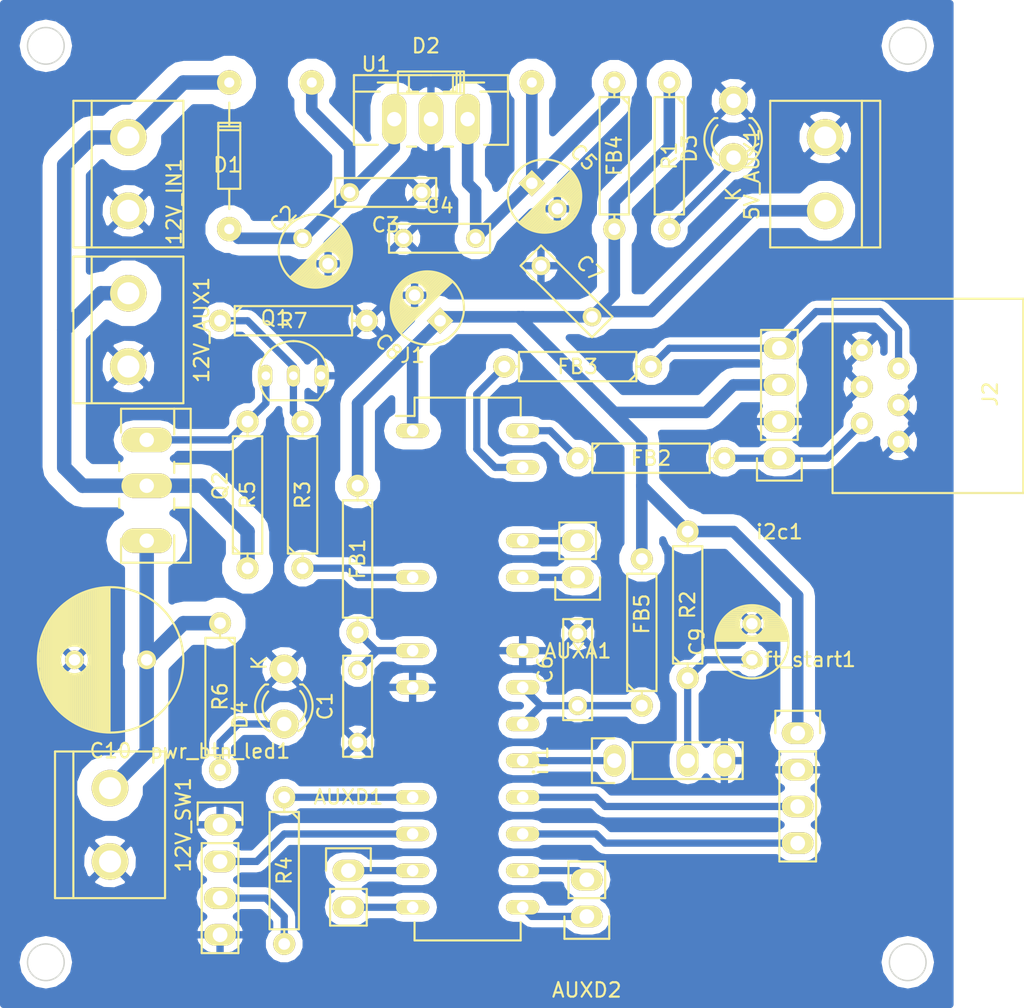
<source format=kicad_pcb>
(kicad_pcb (version 4) (host pcbnew 4.0.4-stable)

  (general
    (links 86)
    (no_connects 0)
    (area 177.8 54.61 249.741001 125.085)
    (thickness 1.6)
    (drawings 4)
    (tracks 140)
    (zones 0)
    (modules 42)
    (nets 31)
  )

  (page A3)
  (layers
    (0 F.Cu signal)
    (31 B.Cu signal)
    (33 F.Adhes user)
    (35 F.Paste user)
    (37 F.SilkS user)
    (39 F.Mask user)
    (40 Dwgs.User user)
    (41 Cmts.User user)
    (42 Eco1.User user)
    (43 Eco2.User user)
    (44 Edge.Cuts user)
    (45 Margin user)
    (47 F.CrtYd user)
    (49 F.Fab user)
  )

  (setup
    (last_trace_width 0.5)
    (trace_clearance 0.5)
    (zone_clearance 0.508)
    (zone_45_only no)
    (trace_min 0.254)
    (segment_width 0.2)
    (edge_width 0.1)
    (via_size 0.889)
    (via_drill 0.635)
    (via_min_size 0.889)
    (via_min_drill 0.508)
    (uvia_size 0.508)
    (uvia_drill 0.127)
    (uvias_allowed no)
    (uvia_min_size 0.508)
    (uvia_min_drill 0.127)
    (pcb_text_width 0.3)
    (pcb_text_size 1.5 1.5)
    (mod_edge_width 0.15)
    (mod_text_size 1 1)
    (mod_text_width 0.15)
    (pad_size 2.3 1)
    (pad_drill 0.8)
    (pad_to_mask_clearance 0.2)
    (solder_mask_min_width 0.3)
    (aux_axis_origin 0 0)
    (visible_elements FFFFFFBF)
    (pcbplotparams
      (layerselection 0x00020_80000001)
      (usegerberextensions false)
      (excludeedgelayer true)
      (linewidth 0.150000)
      (plotframeref false)
      (viasonmask false)
      (mode 1)
      (useauxorigin false)
      (hpglpennumber 1)
      (hpglpenspeed 20)
      (hpglpendiameter 15)
      (hpglpenoverlay 2)
      (psnegative false)
      (psa4output false)
      (plotreference true)
      (plotvalue true)
      (plotinvisibletext false)
      (padsonsilk false)
      (subtractmaskfromsilk false)
      (outputformat 5)
      (mirror false)
      (drillshape 1)
      (scaleselection 1)
      (outputdirectory output/))
  )

  (net 0 "")
  (net 1 /5V)
  (net 2 /SCL)
  (net 3 /SDA)
  (net 4 GND)
  (net 5 "Net-(C1-Pad2)")
  (net 6 "Net-(C2-Pad1)")
  (net 7 "Net-(C4-Pad2)")
  (net 8 "Net-(C6-Pad1)")
  (net 9 "Net-(FB2-Pad1)")
  (net 10 "Net-(FB3-Pad2)")
  (net 11 /PWR_BTN)
  (net 12 /IR_IN)
  (net 13 /PWR_LED)
  (net 14 /12V_EN)
  (net 15 "Net-(Q1-Pad2)")
  (net 16 "Net-(Q1-Pad1)")
  (net 17 /12V)
  (net 18 /12V_SW)
  (net 19 "Net-(D3-Pad2)")
  (net 20 "Net-(C9-Pad1)")
  (net 21 "Net-(D4-Pad2)")
  (net 22 /EN_R1)
  (net 23 /EN_R2)
  (net 24 "Net-(R4-Pad2)")
  (net 25 /AUXA1)
  (net 26 /AUXA2)
  (net 27 /AUXD1)
  (net 28 /AUXD2)
  (net 29 /AUXD3)
  (net 30 /AUXD4)

  (net_class Default "This is the default net class."
    (clearance 0.5)
    (trace_width 0.5)
    (via_dia 0.889)
    (via_drill 0.635)
    (uvia_dia 0.508)
    (uvia_drill 0.127)
    (add_net /12V_EN)
    (add_net /AUXA1)
    (add_net /AUXA2)
    (add_net /AUXD1)
    (add_net /AUXD2)
    (add_net /AUXD3)
    (add_net /AUXD4)
    (add_net /EN_R1)
    (add_net /EN_R2)
    (add_net /IR_IN)
    (add_net /PWR_BTN)
    (add_net /PWR_LED)
    (add_net /SCL)
    (add_net /SDA)
    (add_net "Net-(C1-Pad2)")
    (add_net "Net-(C6-Pad1)")
    (add_net "Net-(C9-Pad1)")
    (add_net "Net-(D3-Pad2)")
    (add_net "Net-(D4-Pad2)")
    (add_net "Net-(FB2-Pad1)")
    (add_net "Net-(FB3-Pad2)")
    (add_net "Net-(Q1-Pad1)")
    (add_net "Net-(Q1-Pad2)")
    (add_net "Net-(R4-Pad2)")
  )

  (net_class pwr ""
    (clearance 0.8)
    (trace_width 0.8)
    (via_dia 0.889)
    (via_drill 0.635)
    (uvia_dia 0.508)
    (uvia_drill 0.127)
    (add_net /5V)
    (add_net GND)
    (add_net "Net-(C2-Pad1)")
    (add_net "Net-(C4-Pad2)")
  )

  (net_class pwr12 ""
    (clearance 1)
    (trace_width 1)
    (via_dia 0.889)
    (via_drill 0.635)
    (uvia_dia 0.508)
    (uvia_drill 0.127)
    (add_net /12V)
    (add_net /12V_SW)
  )

  (module TO_SOT_Packages_THT:TO-92_Inline_Narrow_Oval (layer F.Cu) (tedit 57E95605) (tstamp 5693C1CA)
    (at 196.85 80.645)
    (descr "TO-92 leads in-line, narrow, oval pads, drill 0.6mm (see NXP sot054_po.pdf)")
    (tags "to-92 sc-43 sc-43a sot54 PA33 transistor")
    (path /56978AA4)
    (fp_text reference Q1 (at 0 -4) (layer F.SilkS)
      (effects (font (size 1 1) (thickness 0.15)))
    )
    (fp_text value BC547 (at 0 3) (layer F.Fab)
      (effects (font (size 1 1) (thickness 0.15)))
    )
    (fp_line (start -1.4 1.95) (end -1.4 -2.65) (layer F.CrtYd) (width 0.05))
    (fp_line (start -1.4 1.95) (end 3.95 1.95) (layer F.CrtYd) (width 0.05))
    (fp_line (start -0.43 1.7) (end 2.97 1.7) (layer F.SilkS) (width 0.15))
    (fp_arc (start 1.27 0) (end 1.27 -2.4) (angle -135) (layer F.SilkS) (width 0.15))
    (fp_arc (start 1.27 0) (end 1.27 -2.4) (angle 135) (layer F.SilkS) (width 0.15))
    (fp_line (start -1.4 -2.65) (end 3.95 -2.65) (layer F.CrtYd) (width 0.05))
    (fp_line (start 3.95 1.95) (end 3.95 -2.65) (layer F.CrtYd) (width 0.05))
    (pad 2 thru_hole oval (at 1.27 0 180) (size 0.89916 1.50114) (drill 0.6) (layers *.Cu *.Mask F.SilkS)
      (net 15 "Net-(Q1-Pad2)"))
    (pad 3 thru_hole oval (at 3.175 0 180) (size 0.89916 1.50114) (drill 0.6) (layers *.Cu *.Mask F.SilkS)
      (net 4 GND))
    (pad 1 thru_hole oval (at -0.635 0 180) (size 0.89916 1.50114) (drill 0.6) (layers *.Cu *.Mask F.SilkS)
      (net 16 "Net-(Q1-Pad1)"))
    (model TO_SOT_Packages_THT.3dshapes/TO-92_Inline_Narrow_Oval.wrl
      (at (xyz 0.05 0 0))
      (scale (xyz 1 1 1))
      (rotate (xyz 0 0 -90))
    )
  )

  (module Housings_DIP:DIP-28_W7.62mm_LongPads (layer F.Cu) (tedit 57FF6FE3) (tstamp 5693C1A5)
    (at 206.375 84.455)
    (descr "28-lead dip package, row spacing 7.62 mm (300 mils), longer pads")
    (tags "dil dip 2.54 300")
    (path /5693A878)
    (fp_text reference J1 (at 0 -5.22) (layer F.SilkS)
      (effects (font (size 1 1) (thickness 0.15)))
    )
    (fp_text value Atmega328 (at 0 -3.72) (layer F.Fab)
      (effects (font (size 1 1) (thickness 0.15)))
    )
    (fp_line (start -1.4 -2.45) (end -1.4 35.5) (layer F.CrtYd) (width 0.05))
    (fp_line (start 9 -2.45) (end 9 35.5) (layer F.CrtYd) (width 0.05))
    (fp_line (start -1.4 -2.45) (end 9 -2.45) (layer F.CrtYd) (width 0.05))
    (fp_line (start -1.4 35.5) (end 9 35.5) (layer F.CrtYd) (width 0.05))
    (fp_line (start 0.135 -2.295) (end 0.135 -1.025) (layer F.SilkS) (width 0.15))
    (fp_line (start 7.485 -2.295) (end 7.485 -1.025) (layer F.SilkS) (width 0.15))
    (fp_line (start 7.485 35.315) (end 7.485 34.045) (layer F.SilkS) (width 0.15))
    (fp_line (start 0.135 35.315) (end 0.135 34.045) (layer F.SilkS) (width 0.15))
    (fp_line (start 0.135 -2.295) (end 7.485 -2.295) (layer F.SilkS) (width 0.15))
    (fp_line (start 0.135 35.315) (end 7.485 35.315) (layer F.SilkS) (width 0.15))
    (fp_line (start 0.135 -1.025) (end -1.15 -1.025) (layer F.SilkS) (width 0.15))
    (pad 1 thru_hole oval (at 0 0) (size 2.3 1) (drill 0.8) (layers *.Cu *.Mask F.SilkS)
      (net 1 /5V))
    (pad 5 thru_hole oval (at 0 10.16) (size 2.3 1) (drill 0.8) (layers *.Cu *.Mask F.SilkS)
      (net 14 /12V_EN))
    (pad 7 thru_hole oval (at 0 15.24) (size 2.3 1) (drill 0.8) (layers *.Cu *.Mask F.SilkS)
      (net 5 "Net-(C1-Pad2)"))
    (pad 8 thru_hole oval (at 0 17.78) (size 2.3 1) (drill 0.8) (layers *.Cu *.Mask F.SilkS)
      (net 4 GND))
    (pad 11 thru_hole oval (at 0 25.4) (size 2.3 1) (drill 0.8) (layers *.Cu *.Mask F.SilkS)
      (net 13 /PWR_LED))
    (pad 12 thru_hole oval (at 0 27.94) (size 2.3 1) (drill 0.8) (layers *.Cu *.Mask F.SilkS)
      (net 11 /PWR_BTN))
    (pad 13 thru_hole oval (at 0 30.48) (size 2.3 1) (drill 0.8) (layers *.Cu *.Mask F.SilkS)
      (net 27 /AUXD1))
    (pad 14 thru_hole oval (at 0 33.02) (size 2.3 1) (drill 0.8) (layers *.Cu *.Mask F.SilkS)
      (net 28 /AUXD2))
    (pad 15 thru_hole oval (at 7.62 33.02) (size 2.3 1) (drill 0.8) (layers *.Cu *.Mask F.SilkS)
      (net 29 /AUXD3))
    (pad 16 thru_hole oval (at 7.62 30.48) (size 2.3 1) (drill 0.8) (layers *.Cu *.Mask F.SilkS)
      (net 30 /AUXD4))
    (pad 17 thru_hole oval (at 7.62 27.94) (size 2.3 1) (drill 0.8) (layers *.Cu *.Mask F.SilkS)
      (net 23 /EN_R2))
    (pad 18 thru_hole oval (at 7.62 25.4) (size 2.3 1) (drill 0.8) (layers *.Cu *.Mask F.SilkS)
      (net 22 /EN_R1))
    (pad 19 thru_hole oval (at 7.62 22.86) (size 2.3 1) (drill 0.8) (layers *.Cu *.Mask F.SilkS)
      (net 12 /IR_IN))
    (pad 20 thru_hole oval (at 7.62 20.32) (size 2.3 1) (drill 0.8) (layers *.Cu *.Mask F.SilkS)
      (net 8 "Net-(C6-Pad1)"))
    (pad 21 thru_hole oval (at 7.62 17.78) (size 2.3 1) (drill 0.8) (layers *.Cu *.Mask F.SilkS)
      (net 8 "Net-(C6-Pad1)"))
    (pad 22 thru_hole oval (at 7.62 15.24) (size 2.3 1) (drill 0.8) (layers *.Cu *.Mask F.SilkS)
      (net 4 GND))
    (pad 24 thru_hole oval (at 7.62 10.16) (size 2.3 1) (drill 0.8) (layers *.Cu *.Mask F.SilkS)
      (net 25 /AUXA1))
    (pad 25 thru_hole oval (at 7.62 7.62) (size 2.3 1) (drill 0.8) (layers *.Cu *.Mask F.SilkS)
      (net 26 /AUXA2))
    (pad 27 thru_hole oval (at 7.62 2.54) (size 2.3 1) (drill 0.8) (layers *.Cu *.Mask F.SilkS)
      (net 10 "Net-(FB3-Pad2)"))
    (pad 28 thru_hole oval (at 7.62 0) (size 2.3 1) (drill 0.8) (layers *.Cu *.Mask F.SilkS)
      (net 9 "Net-(FB2-Pad1)"))
    (model Housings_DIP.3dshapes/DIP-28_W7.62mm_LongPads.wrl
      (at (xyz 0 0 0))
      (scale (xyz 1 1 1))
      (rotate (xyz 0 0 0))
    )
  )

  (module TO_SOT_Packages_THT:TO-220_Neutral123_Vertical_LargePads (layer F.Cu) (tedit 56EFB3B5) (tstamp 5693C1D8)
    (at 207.645 62.865)
    (descr "TO-220, Neutral, Vertical, Large Pads,")
    (tags "TO-220, Neutral, Vertical, Large Pads,")
    (path /5693A89D)
    (fp_text reference U1 (at -3.81 -3.81) (layer F.SilkS)
      (effects (font (size 1 1) (thickness 0.15)))
    )
    (fp_text value 7805 (at 0 2.54) (layer F.Fab)
      (effects (font (size 1 1) (thickness 0.15)))
    )
    (fp_line (start 5.334 -1.905) (end 3.429 -1.905) (layer F.SilkS) (width 0.15))
    (fp_line (start 0.889 -1.905) (end 1.651 -1.905) (layer F.SilkS) (width 0.15))
    (fp_line (start -1.524 -1.905) (end -1.651 -1.905) (layer F.SilkS) (width 0.15))
    (fp_line (start -1.524 -1.905) (end -0.889 -1.905) (layer F.SilkS) (width 0.15))
    (fp_line (start -5.334 -1.905) (end -3.556 -1.905) (layer F.SilkS) (width 0.15))
    (fp_line (start -5.334 1.778) (end -3.683 1.778) (layer F.SilkS) (width 0.15))
    (fp_line (start -1.016 1.905) (end -1.651 1.905) (layer F.SilkS) (width 0.15))
    (fp_line (start 1.524 1.905) (end 0.889 1.905) (layer F.SilkS) (width 0.15))
    (fp_line (start 5.334 1.778) (end 3.683 1.778) (layer F.SilkS) (width 0.15))
    (fp_line (start -1.524 -3.048) (end -1.524 -1.905) (layer F.SilkS) (width 0.15))
    (fp_line (start 1.524 -3.048) (end 1.524 -1.905) (layer F.SilkS) (width 0.15))
    (fp_line (start 5.334 -1.905) (end 5.334 1.778) (layer F.SilkS) (width 0.15))
    (fp_line (start -5.334 1.778) (end -5.334 -1.905) (layer F.SilkS) (width 0.15))
    (fp_line (start 5.334 -3.048) (end 5.334 -1.905) (layer F.SilkS) (width 0.15))
    (fp_line (start -5.334 -1.905) (end -5.334 -3.048) (layer F.SilkS) (width 0.15))
    (fp_line (start 0 -3.048) (end -5.334 -3.048) (layer F.SilkS) (width 0.15))
    (fp_line (start 0 -3.048) (end 5.334 -3.048) (layer F.SilkS) (width 0.15))
    (pad GND thru_hole oval (at 0 0 90) (size 3.50012 1.69926) (drill 1.00076) (layers *.Cu *.Mask F.SilkS)
      (net 4 GND))
    (pad VI thru_hole oval (at -2.54 0 90) (size 3.50012 1.69926) (drill 1.00076) (layers *.Cu *.Mask F.SilkS)
      (net 6 "Net-(C2-Pad1)"))
    (pad VO thru_hole oval (at 2.54 0 90) (size 3.50012 1.69926) (drill 1.00076) (layers *.Cu *.Mask F.SilkS)
      (net 7 "Net-(C4-Pad2)"))
    (model TO_SOT_Packages_THT.3dshapes/TO-220_Neutral123_Vertical_LargePads.wrl
      (at (xyz 0 0 0))
      (scale (xyz 0.3937 0.3937 0.3937))
      (rotate (xyz 0 0 0))
    )
  )

  (module Connect:bornier2 (layer F.Cu) (tedit 56EFB07C) (tstamp 5693E89F)
    (at 234.95 66.675 90)
    (descr "Bornier d'alimentation 2 pins")
    (tags DEV)
    (path /5693A880)
    (fp_text reference 5V_AUX1 (at 0 -5.08 90) (layer F.SilkS)
      (effects (font (size 1 1) (thickness 0.15)))
    )
    (fp_text value CONN_2 (at 0 5.08 90) (layer F.Fab)
      (effects (font (size 1 1) (thickness 0.15)))
    )
    (fp_line (start 5.08 2.54) (end -5.08 2.54) (layer F.SilkS) (width 0.15))
    (fp_line (start 5.08 3.81) (end 5.08 -3.81) (layer F.SilkS) (width 0.15))
    (fp_line (start 5.08 -3.81) (end -5.08 -3.81) (layer F.SilkS) (width 0.15))
    (fp_line (start -5.08 -3.81) (end -5.08 3.81) (layer F.SilkS) (width 0.15))
    (fp_line (start -5.08 3.81) (end 5.08 3.81) (layer F.SilkS) (width 0.15))
    (pad 1 thru_hole circle (at -2.54 0 90) (size 2.54 2.54) (drill 1.524) (layers *.Cu *.Mask F.SilkS)
      (net 1 /5V))
    (pad 2 thru_hole circle (at 2.54 0 90) (size 2.54 2.54) (drill 1.524) (layers *.Cu *.Mask F.SilkS)
      (net 4 GND))
    (model Connect.3dshapes/bornier2.wrl
      (at (xyz 0 0 0))
      (scale (xyz 1 1 1))
      (rotate (xyz 0 0 0))
    )
  )

  (module Connect:bornier2 (layer F.Cu) (tedit 56EFB0C6) (tstamp 5693E8A5)
    (at 186.69 77.47 270)
    (descr "Bornier d'alimentation 2 pins")
    (tags DEV)
    (path /5696E765)
    (fp_text reference 12V_AUX1 (at 0 -5.08 270) (layer F.SilkS)
      (effects (font (size 1 1) (thickness 0.15)))
    )
    (fp_text value CONN_2 (at 0 5.08 270) (layer F.Fab)
      (effects (font (size 1 1) (thickness 0.15)))
    )
    (fp_line (start 5.08 2.54) (end -5.08 2.54) (layer F.SilkS) (width 0.15))
    (fp_line (start 5.08 3.81) (end 5.08 -3.81) (layer F.SilkS) (width 0.15))
    (fp_line (start 5.08 -3.81) (end -5.08 -3.81) (layer F.SilkS) (width 0.15))
    (fp_line (start -5.08 -3.81) (end -5.08 3.81) (layer F.SilkS) (width 0.15))
    (fp_line (start -5.08 3.81) (end 5.08 3.81) (layer F.SilkS) (width 0.15))
    (pad 1 thru_hole circle (at -2.54 0 270) (size 2.54 2.54) (drill 1.524) (layers *.Cu *.Mask F.SilkS)
      (net 17 /12V))
    (pad 2 thru_hole circle (at 2.54 0 270) (size 2.54 2.54) (drill 1.524) (layers *.Cu *.Mask F.SilkS)
      (net 4 GND))
    (model Connect.3dshapes/bornier2.wrl
      (at (xyz 0 0 0))
      (scale (xyz 1 1 1))
      (rotate (xyz 0 0 0))
    )
  )

  (module Connect:bornier2 (layer F.Cu) (tedit 56EFB388) (tstamp 5693E8AB)
    (at 186.69 66.675 270)
    (descr "Bornier d'alimentation 2 pins")
    (tags DEV)
    (path /56965EEF)
    (fp_text reference 12V_IN1 (at 1.905 -3.175 270) (layer F.SilkS)
      (effects (font (size 1 1) (thickness 0.15)))
    )
    (fp_text value CONN_2 (at 0 5.08 270) (layer F.Fab)
      (effects (font (size 1 1) (thickness 0.15)))
    )
    (fp_line (start 5.08 2.54) (end -5.08 2.54) (layer F.SilkS) (width 0.15))
    (fp_line (start 5.08 3.81) (end 5.08 -3.81) (layer F.SilkS) (width 0.15))
    (fp_line (start 5.08 -3.81) (end -5.08 -3.81) (layer F.SilkS) (width 0.15))
    (fp_line (start -5.08 -3.81) (end -5.08 3.81) (layer F.SilkS) (width 0.15))
    (fp_line (start -5.08 3.81) (end 5.08 3.81) (layer F.SilkS) (width 0.15))
    (pad 1 thru_hole circle (at -2.54 0 270) (size 2.54 2.54) (drill 1.524) (layers *.Cu *.Mask F.SilkS)
      (net 17 /12V))
    (pad 2 thru_hole circle (at 2.54 0 270) (size 2.54 2.54) (drill 1.524) (layers *.Cu *.Mask F.SilkS)
      (net 4 GND))
    (model Connect.3dshapes/bornier2.wrl
      (at (xyz 0 0 0))
      (scale (xyz 1 1 1))
      (rotate (xyz 0 0 0))
    )
  )

  (module Connect:bornier2 (layer F.Cu) (tedit 56EFB058) (tstamp 5693E8B1)
    (at 185.42 111.76 270)
    (descr "Bornier d'alimentation 2 pins")
    (tags DEV)
    (path /56965EFB)
    (fp_text reference 12V_SW1 (at 0 -5.08 270) (layer F.SilkS)
      (effects (font (size 1 1) (thickness 0.15)))
    )
    (fp_text value CONN_2 (at 0 5.08 270) (layer F.Fab)
      (effects (font (size 1 1) (thickness 0.15)))
    )
    (fp_line (start 5.08 2.54) (end -5.08 2.54) (layer F.SilkS) (width 0.15))
    (fp_line (start 5.08 3.81) (end 5.08 -3.81) (layer F.SilkS) (width 0.15))
    (fp_line (start 5.08 -3.81) (end -5.08 -3.81) (layer F.SilkS) (width 0.15))
    (fp_line (start -5.08 -3.81) (end -5.08 3.81) (layer F.SilkS) (width 0.15))
    (fp_line (start -5.08 3.81) (end 5.08 3.81) (layer F.SilkS) (width 0.15))
    (pad 1 thru_hole circle (at -2.54 0 270) (size 2.54 2.54) (drill 1.524) (layers *.Cu *.Mask F.SilkS)
      (net 18 /12V_SW))
    (pad 2 thru_hole circle (at 2.54 0 270) (size 2.54 2.54) (drill 1.524) (layers *.Cu *.Mask F.SilkS)
      (net 4 GND))
    (model Connect.3dshapes/bornier2.wrl
      (at (xyz 0 0 0))
      (scale (xyz 1 1 1))
      (rotate (xyz 0 0 0))
    )
  )

  (module Capacitors_ThroughHole:C_Rect_L7_W2_P5 (layer F.Cu) (tedit 56EFB044) (tstamp 5693E8B2)
    (at 202.565 106.045 90)
    (descr "Film Capacitor Length 7 x Width 2mm, Pitch 5mm")
    (tags Capacitor)
    (path /5693A879)
    (fp_text reference C1 (at 2.5 -2.25 90) (layer F.SilkS)
      (effects (font (size 1 1) (thickness 0.15)))
    )
    (fp_text value 100nF (at 2.5 2.5 90) (layer F.Fab)
      (effects (font (size 1 1) (thickness 0.15)))
    )
    (fp_line (start -1.25 -1.25) (end 6.25 -1.25) (layer F.CrtYd) (width 0.05))
    (fp_line (start 6.25 -1.25) (end 6.25 1.25) (layer F.CrtYd) (width 0.05))
    (fp_line (start 6.25 1.25) (end -1.25 1.25) (layer F.CrtYd) (width 0.05))
    (fp_line (start -1.25 1.25) (end -1.25 -1.25) (layer F.CrtYd) (width 0.05))
    (fp_line (start -1 -1) (end 6 -1) (layer F.SilkS) (width 0.15))
    (fp_line (start 6 -1) (end 6 1) (layer F.SilkS) (width 0.15))
    (fp_line (start 6 1) (end -1 1) (layer F.SilkS) (width 0.15))
    (fp_line (start -1 1) (end -1 -1) (layer F.SilkS) (width 0.15))
    (pad 1 thru_hole circle (at 0 0 90) (size 1.3 1.3) (drill 0.8) (layers *.Cu *.Mask F.SilkS)
      (net 4 GND))
    (pad 2 thru_hole circle (at 5 0 90) (size 1.3 1.3) (drill 0.8) (layers *.Cu *.Mask F.SilkS)
      (net 5 "Net-(C1-Pad2)"))
    (model Capacitors_ThroughHole.3dshapes/C_Rect_L7_W2_P5.wrl
      (at (xyz 0.098425 0 0))
      (scale (xyz 1 1 1))
      (rotate (xyz 0 0 0))
    )
  )

  (module Capacitors_ThroughHole:C_Rect_L7_W2_P5 (layer F.Cu) (tedit 56EFB3A6) (tstamp 5693E8B7)
    (at 207.01 67.945 180)
    (descr "Film Capacitor Length 7 x Width 2mm, Pitch 5mm")
    (tags Capacitor)
    (path /5693A89F)
    (fp_text reference C3 (at 2.5 -2.25 180) (layer F.SilkS)
      (effects (font (size 1 1) (thickness 0.15)))
    )
    (fp_text value 100nF (at 4.445 1.905 180) (layer F.Fab)
      (effects (font (size 1 1) (thickness 0.15)))
    )
    (fp_line (start -1.25 -1.25) (end 6.25 -1.25) (layer F.CrtYd) (width 0.05))
    (fp_line (start 6.25 -1.25) (end 6.25 1.25) (layer F.CrtYd) (width 0.05))
    (fp_line (start 6.25 1.25) (end -1.25 1.25) (layer F.CrtYd) (width 0.05))
    (fp_line (start -1.25 1.25) (end -1.25 -1.25) (layer F.CrtYd) (width 0.05))
    (fp_line (start -1 -1) (end 6 -1) (layer F.SilkS) (width 0.15))
    (fp_line (start 6 -1) (end 6 1) (layer F.SilkS) (width 0.15))
    (fp_line (start 6 1) (end -1 1) (layer F.SilkS) (width 0.15))
    (fp_line (start -1 1) (end -1 -1) (layer F.SilkS) (width 0.15))
    (pad 1 thru_hole circle (at 0 0 180) (size 1.3 1.3) (drill 0.8) (layers *.Cu *.Mask F.SilkS)
      (net 4 GND))
    (pad 2 thru_hole circle (at 5 0 180) (size 1.3 1.3) (drill 0.8) (layers *.Cu *.Mask F.SilkS)
      (net 6 "Net-(C2-Pad1)"))
    (model Capacitors_ThroughHole.3dshapes/C_Rect_L7_W2_P5.wrl
      (at (xyz 0.098425 0 0))
      (scale (xyz 1 1 1))
      (rotate (xyz 0 0 0))
    )
  )

  (module Capacitors_ThroughHole:C_Rect_L7_W2_P5 (layer F.Cu) (tedit 56EFB08E) (tstamp 5693E8BC)
    (at 205.74 71.12)
    (descr "Film Capacitor Length 7 x Width 2mm, Pitch 5mm")
    (tags Capacitor)
    (path /5693A8A1)
    (fp_text reference C4 (at 2.5 -2.25) (layer F.SilkS)
      (effects (font (size 1 1) (thickness 0.15)))
    )
    (fp_text value 100nF (at 2.5 2.5) (layer F.Fab)
      (effects (font (size 1 1) (thickness 0.15)))
    )
    (fp_line (start -1.25 -1.25) (end 6.25 -1.25) (layer F.CrtYd) (width 0.05))
    (fp_line (start 6.25 -1.25) (end 6.25 1.25) (layer F.CrtYd) (width 0.05))
    (fp_line (start 6.25 1.25) (end -1.25 1.25) (layer F.CrtYd) (width 0.05))
    (fp_line (start -1.25 1.25) (end -1.25 -1.25) (layer F.CrtYd) (width 0.05))
    (fp_line (start -1 -1) (end 6 -1) (layer F.SilkS) (width 0.15))
    (fp_line (start 6 -1) (end 6 1) (layer F.SilkS) (width 0.15))
    (fp_line (start 6 1) (end -1 1) (layer F.SilkS) (width 0.15))
    (fp_line (start -1 1) (end -1 -1) (layer F.SilkS) (width 0.15))
    (pad 1 thru_hole circle (at 0 0) (size 1.3 1.3) (drill 0.8) (layers *.Cu *.Mask F.SilkS)
      (net 4 GND))
    (pad 2 thru_hole circle (at 5 0) (size 1.3 1.3) (drill 0.8) (layers *.Cu *.Mask F.SilkS)
      (net 7 "Net-(C4-Pad2)"))
    (model Capacitors_ThroughHole.3dshapes/C_Rect_L7_W2_P5.wrl
      (at (xyz 0.098425 0 0))
      (scale (xyz 1 1 1))
      (rotate (xyz 0 0 0))
    )
  )

  (module Capacitors_ThroughHole:C_Rect_L7_W2_P5 (layer F.Cu) (tedit 56EFB049) (tstamp 5693E8C1)
    (at 217.805 103.505 90)
    (descr "Film Capacitor Length 7 x Width 2mm, Pitch 5mm")
    (tags Capacitor)
    (path /5693A87E)
    (fp_text reference C6 (at 2.5 -2.25 90) (layer F.SilkS)
      (effects (font (size 1 1) (thickness 0.15)))
    )
    (fp_text value 100nF (at 2.5 2.5 90) (layer F.Fab)
      (effects (font (size 1 1) (thickness 0.15)))
    )
    (fp_line (start -1.25 -1.25) (end 6.25 -1.25) (layer F.CrtYd) (width 0.05))
    (fp_line (start 6.25 -1.25) (end 6.25 1.25) (layer F.CrtYd) (width 0.05))
    (fp_line (start 6.25 1.25) (end -1.25 1.25) (layer F.CrtYd) (width 0.05))
    (fp_line (start -1.25 1.25) (end -1.25 -1.25) (layer F.CrtYd) (width 0.05))
    (fp_line (start -1 -1) (end 6 -1) (layer F.SilkS) (width 0.15))
    (fp_line (start 6 -1) (end 6 1) (layer F.SilkS) (width 0.15))
    (fp_line (start 6 1) (end -1 1) (layer F.SilkS) (width 0.15))
    (fp_line (start -1 1) (end -1 -1) (layer F.SilkS) (width 0.15))
    (pad 1 thru_hole circle (at 0 0 90) (size 1.3 1.3) (drill 0.8) (layers *.Cu *.Mask F.SilkS)
      (net 8 "Net-(C6-Pad1)"))
    (pad 2 thru_hole circle (at 5 0 90) (size 1.3 1.3) (drill 0.8) (layers *.Cu *.Mask F.SilkS)
      (net 4 GND))
    (model Capacitors_ThroughHole.3dshapes/C_Rect_L7_W2_P5.wrl
      (at (xyz 0.098425 0 0))
      (scale (xyz 1 1 1))
      (rotate (xyz 0 0 0))
    )
  )

  (module Capacitors_ThroughHole:C_Rect_L7_W2_P5 (layer F.Cu) (tedit 57F6512D) (tstamp 5693E8C6)
    (at 215.265 73.025 315)
    (descr "Film Capacitor Length 7 x Width 2mm, Pitch 5mm")
    (tags Capacitor)
    (path /5693A8A5)
    (fp_text reference C7 (at 2.5 -2.25 315) (layer F.SilkS)
      (effects (font (size 1 1) (thickness 0.15)))
    )
    (fp_text value 100nF (at 1.27 1.905 315) (layer F.Fab)
      (effects (font (size 1 1) (thickness 0.15)))
    )
    (fp_line (start -1.25 -1.25) (end 6.25 -1.25) (layer F.CrtYd) (width 0.05))
    (fp_line (start 6.25 -1.25) (end 6.25 1.25) (layer F.CrtYd) (width 0.05))
    (fp_line (start 6.25 1.25) (end -1.25 1.25) (layer F.CrtYd) (width 0.05))
    (fp_line (start -1.25 1.25) (end -1.25 -1.25) (layer F.CrtYd) (width 0.05))
    (fp_line (start -1 -1) (end 6 -1) (layer F.SilkS) (width 0.15))
    (fp_line (start 6 -1) (end 6 1) (layer F.SilkS) (width 0.15))
    (fp_line (start 6 1) (end -1 1) (layer F.SilkS) (width 0.15))
    (fp_line (start -1 1) (end -1 -1) (layer F.SilkS) (width 0.15))
    (pad 1 thru_hole circle (at 0 0 315) (size 1.3 1.3) (drill 0.8) (layers *.Cu *.Mask F.SilkS)
      (net 4 GND))
    (pad 2 thru_hole circle (at 5 0 315) (size 1.3 1.3) (drill 0.8) (layers *.Cu *.Mask F.SilkS)
      (net 1 /5V))
    (model Capacitors_ThroughHole.3dshapes/C_Rect_L7_W2_P5.wrl
      (at (xyz 0.098425 0 0))
      (scale (xyz 1 1 1))
      (rotate (xyz 0 0 0))
    )
  )

  (module LEDs:LED-3MM (layer F.Cu) (tedit 57FF70CD) (tstamp 5693E8DC)
    (at 228.6 62.992 270)
    (descr "LED 3mm round vertical")
    (tags "LED  3mm round vertical")
    (path /5693A899)
    (fp_text reference D3 (at 1.91 3.06 270) (layer F.SilkS)
      (effects (font (size 1 1) (thickness 0.15)))
    )
    (fp_text value LED (at -0.635 3.175 270) (layer F.Fab)
      (effects (font (size 1 1) (thickness 0.15)))
    )
    (fp_line (start -1.2 2.3) (end 3.8 2.3) (layer F.CrtYd) (width 0.05))
    (fp_line (start 3.8 2.3) (end 3.8 -2.2) (layer F.CrtYd) (width 0.05))
    (fp_line (start 3.8 -2.2) (end -1.2 -2.2) (layer F.CrtYd) (width 0.05))
    (fp_line (start -1.2 -2.2) (end -1.2 2.3) (layer F.CrtYd) (width 0.05))
    (fp_line (start -0.199 1.314) (end -0.199 1.114) (layer F.SilkS) (width 0.15))
    (fp_line (start -0.199 -1.28) (end -0.199 -1.1) (layer F.SilkS) (width 0.15))
    (fp_arc (start 1.301 0.034) (end -0.199 -1.286) (angle 108.5) (layer F.SilkS) (width 0.15))
    (fp_arc (start 1.301 0.034) (end 0.25 -1.1) (angle 85.7) (layer F.SilkS) (width 0.15))
    (fp_arc (start 1.311 0.034) (end 3.051 0.994) (angle 110) (layer F.SilkS) (width 0.15))
    (fp_arc (start 1.301 0.034) (end 2.335 1.094) (angle 87.5) (layer F.SilkS) (width 0.15))
    (fp_text user K (at 5.08 0 270) (layer F.SilkS)
      (effects (font (size 1 1) (thickness 0.15)))
    )
    (pad 1 thru_hole circle (at -1.397 0 270) (size 2 2) (drill 1.00076) (layers *.Cu *.Mask F.SilkS)
      (net 4 GND))
    (pad 2 thru_hole circle (at 2.54 0 270) (size 2 2) (drill 1.00076) (layers *.Cu *.Mask F.SilkS)
      (net 19 "Net-(D3-Pad2)"))
    (model LEDs.3dshapes/LED-3MM.wrl
      (at (xyz 0.05 0 0))
      (scale (xyz 1 1 1))
      (rotate (xyz 0 0 90))
    )
  )

  (module LEDs:LED-3MM (layer F.Cu) (tedit 57FF70FF) (tstamp 5693E8E2)
    (at 197.485 102.235 270)
    (descr "LED 3mm round vertical")
    (tags "LED  3mm round vertical")
    (path /56965EF3)
    (fp_text reference D4 (at 1.91 3.06 270) (layer F.SilkS)
      (effects (font (size 1 1) (thickness 0.15)))
    )
    (fp_text value LED (at 1.3 -2.9 270) (layer F.Fab)
      (effects (font (size 1 1) (thickness 0.15)))
    )
    (fp_line (start -1.2 2.3) (end 3.8 2.3) (layer F.CrtYd) (width 0.05))
    (fp_line (start 3.8 2.3) (end 3.8 -2.2) (layer F.CrtYd) (width 0.05))
    (fp_line (start 3.8 -2.2) (end -1.2 -2.2) (layer F.CrtYd) (width 0.05))
    (fp_line (start -1.2 -2.2) (end -1.2 2.3) (layer F.CrtYd) (width 0.05))
    (fp_line (start -0.199 1.314) (end -0.199 1.114) (layer F.SilkS) (width 0.15))
    (fp_line (start -0.199 -1.28) (end -0.199 -1.1) (layer F.SilkS) (width 0.15))
    (fp_arc (start 1.301 0.034) (end -0.199 -1.286) (angle 108.5) (layer F.SilkS) (width 0.15))
    (fp_arc (start 1.301 0.034) (end 0.25 -1.1) (angle 85.7) (layer F.SilkS) (width 0.15))
    (fp_arc (start 1.311 0.034) (end 3.051 0.994) (angle 110) (layer F.SilkS) (width 0.15))
    (fp_arc (start 1.301 0.034) (end 2.335 1.094) (angle 87.5) (layer F.SilkS) (width 0.15))
    (fp_text user K (at -1.69 1.74 270) (layer F.SilkS)
      (effects (font (size 1 1) (thickness 0.15)))
    )
    (pad 1 thru_hole circle (at -1.27 0 270) (size 2 2) (drill 1.00076) (layers *.Cu *.Mask F.SilkS)
      (net 4 GND))
    (pad 2 thru_hole circle (at 2.54 0 270) (size 2 2) (drill 1.00076) (layers *.Cu *.Mask F.SilkS)
      (net 21 "Net-(D4-Pad2)"))
    (model LEDs.3dshapes/LED-3MM.wrl
      (at (xyz 0.05 0 0))
      (scale (xyz 1 1 1))
      (rotate (xyz 0 0 90))
    )
  )

  (module Discret:R4 (layer F.Cu) (tedit 0) (tstamp 5693E8E3)
    (at 202.565 93.345 270)
    (descr "Resitance 4 pas")
    (tags R)
    (path /5693A885)
    (fp_text reference FB1 (at 0 0 270) (layer F.SilkS)
      (effects (font (size 1 1) (thickness 0.15)))
    )
    (fp_text value FILTER (at 0 0 270) (layer F.Fab)
      (effects (font (size 1 1) (thickness 0.15)))
    )
    (fp_line (start -5.08 0) (end -4.064 0) (layer F.SilkS) (width 0.15))
    (fp_line (start -4.064 0) (end -4.064 -1.016) (layer F.SilkS) (width 0.15))
    (fp_line (start -4.064 -1.016) (end 4.064 -1.016) (layer F.SilkS) (width 0.15))
    (fp_line (start 4.064 -1.016) (end 4.064 1.016) (layer F.SilkS) (width 0.15))
    (fp_line (start 4.064 1.016) (end -4.064 1.016) (layer F.SilkS) (width 0.15))
    (fp_line (start -4.064 1.016) (end -4.064 0) (layer F.SilkS) (width 0.15))
    (fp_line (start -4.064 -0.508) (end -3.556 -1.016) (layer F.SilkS) (width 0.15))
    (fp_line (start 5.08 0) (end 4.064 0) (layer F.SilkS) (width 0.15))
    (pad 1 thru_hole circle (at -5.08 0 270) (size 1.524 1.524) (drill 0.8128) (layers *.Cu *.Mask F.SilkS)
      (net 1 /5V))
    (pad 2 thru_hole circle (at 5.08 0 270) (size 1.524 1.524) (drill 0.8128) (layers *.Cu *.Mask F.SilkS)
      (net 5 "Net-(C1-Pad2)"))
    (model Discret.3dshapes/R4.wrl
      (at (xyz 0 0 0))
      (scale (xyz 0.4 0.4 0.4))
      (rotate (xyz 0 0 0))
    )
  )

  (module Discret:R4 (layer F.Cu) (tedit 57F65154) (tstamp 5693E8E8)
    (at 222.885 86.36)
    (descr "Resitance 4 pas")
    (tags R)
    (path /5693A882)
    (fp_text reference FB2 (at 0 0) (layer F.SilkS)
      (effects (font (size 1 1) (thickness 0.15)))
    )
    (fp_text value FILTER (at 0.635 -0.635) (layer F.Fab)
      (effects (font (size 1 1) (thickness 0.15)))
    )
    (fp_line (start -5.08 0) (end -4.064 0) (layer F.SilkS) (width 0.15))
    (fp_line (start -4.064 0) (end -4.064 -1.016) (layer F.SilkS) (width 0.15))
    (fp_line (start -4.064 -1.016) (end 4.064 -1.016) (layer F.SilkS) (width 0.15))
    (fp_line (start 4.064 -1.016) (end 4.064 1.016) (layer F.SilkS) (width 0.15))
    (fp_line (start 4.064 1.016) (end -4.064 1.016) (layer F.SilkS) (width 0.15))
    (fp_line (start -4.064 1.016) (end -4.064 0) (layer F.SilkS) (width 0.15))
    (fp_line (start -4.064 -0.508) (end -3.556 -1.016) (layer F.SilkS) (width 0.15))
    (fp_line (start 5.08 0) (end 4.064 0) (layer F.SilkS) (width 0.15))
    (pad 1 thru_hole circle (at -5.08 0) (size 1.524 1.524) (drill 0.8128) (layers *.Cu *.Mask F.SilkS)
      (net 9 "Net-(FB2-Pad1)"))
    (pad 2 thru_hole circle (at 5.08 0) (size 1.524 1.524) (drill 0.8128) (layers *.Cu *.Mask F.SilkS)
      (net 2 /SCL))
    (model Discret.3dshapes/R4.wrl
      (at (xyz 0 0 0))
      (scale (xyz 0.4 0.4 0.4))
      (rotate (xyz 0 0 0))
    )
  )

  (module Discret:R4 (layer F.Cu) (tedit 57F6465F) (tstamp 5693E8ED)
    (at 217.805 80.01 180)
    (descr "Resitance 4 pas")
    (tags R)
    (path /5693A883)
    (fp_text reference FB3 (at 0 0 180) (layer F.SilkS)
      (effects (font (size 1 1) (thickness 0.15)))
    )
    (fp_text value FILTER (at 0 1.905 180) (layer F.Fab)
      (effects (font (size 1 1) (thickness 0.15)))
    )
    (fp_line (start -5.08 0) (end -4.064 0) (layer F.SilkS) (width 0.15))
    (fp_line (start -4.064 0) (end -4.064 -1.016) (layer F.SilkS) (width 0.15))
    (fp_line (start -4.064 -1.016) (end 4.064 -1.016) (layer F.SilkS) (width 0.15))
    (fp_line (start 4.064 -1.016) (end 4.064 1.016) (layer F.SilkS) (width 0.15))
    (fp_line (start 4.064 1.016) (end -4.064 1.016) (layer F.SilkS) (width 0.15))
    (fp_line (start -4.064 1.016) (end -4.064 0) (layer F.SilkS) (width 0.15))
    (fp_line (start -4.064 -0.508) (end -3.556 -1.016) (layer F.SilkS) (width 0.15))
    (fp_line (start 5.08 0) (end 4.064 0) (layer F.SilkS) (width 0.15))
    (pad 1 thru_hole circle (at -5.08 0 180) (size 1.524 1.524) (drill 0.8128) (layers *.Cu *.Mask F.SilkS)
      (net 3 /SDA))
    (pad 2 thru_hole circle (at 5.08 0 180) (size 1.524 1.524) (drill 0.8128) (layers *.Cu *.Mask F.SilkS)
      (net 10 "Net-(FB3-Pad2)"))
    (model Discret.3dshapes/R4.wrl
      (at (xyz 0 0 0))
      (scale (xyz 0.4 0.4 0.4))
      (rotate (xyz 0 0 0))
    )
  )

  (module Discret:R4 (layer F.Cu) (tedit 0) (tstamp 5693E8F2)
    (at 220.345 65.405 270)
    (descr "Resitance 4 pas")
    (tags R)
    (path /569466BA)
    (fp_text reference FB4 (at 0 0 270) (layer F.SilkS)
      (effects (font (size 1 1) (thickness 0.15)))
    )
    (fp_text value FILTER (at 0 0 270) (layer F.Fab)
      (effects (font (size 1 1) (thickness 0.15)))
    )
    (fp_line (start -5.08 0) (end -4.064 0) (layer F.SilkS) (width 0.15))
    (fp_line (start -4.064 0) (end -4.064 -1.016) (layer F.SilkS) (width 0.15))
    (fp_line (start -4.064 -1.016) (end 4.064 -1.016) (layer F.SilkS) (width 0.15))
    (fp_line (start 4.064 -1.016) (end 4.064 1.016) (layer F.SilkS) (width 0.15))
    (fp_line (start 4.064 1.016) (end -4.064 1.016) (layer F.SilkS) (width 0.15))
    (fp_line (start -4.064 1.016) (end -4.064 0) (layer F.SilkS) (width 0.15))
    (fp_line (start -4.064 -0.508) (end -3.556 -1.016) (layer F.SilkS) (width 0.15))
    (fp_line (start 5.08 0) (end 4.064 0) (layer F.SilkS) (width 0.15))
    (pad 1 thru_hole circle (at -5.08 0 270) (size 1.524 1.524) (drill 0.8128) (layers *.Cu *.Mask F.SilkS)
      (net 7 "Net-(C4-Pad2)"))
    (pad 2 thru_hole circle (at 5.08 0 270) (size 1.524 1.524) (drill 0.8128) (layers *.Cu *.Mask F.SilkS)
      (net 1 /5V))
    (model Discret.3dshapes/R4.wrl
      (at (xyz 0 0 0))
      (scale (xyz 0.4 0.4 0.4))
      (rotate (xyz 0 0 0))
    )
  )

  (module Discret:R4 (layer F.Cu) (tedit 57F64B80) (tstamp 5693E8FC)
    (at 222.25 98.425 90)
    (descr "Resitance 4 pas")
    (tags R)
    (path /5693A884)
    (fp_text reference FB5 (at 1.27 0 90) (layer F.SilkS)
      (effects (font (size 1 1) (thickness 0.15)))
    )
    (fp_text value FILTER (at 0 0 90) (layer F.Fab)
      (effects (font (size 1 1) (thickness 0.15)))
    )
    (fp_line (start -5.08 0) (end -4.064 0) (layer F.SilkS) (width 0.15))
    (fp_line (start -4.064 0) (end -4.064 -1.016) (layer F.SilkS) (width 0.15))
    (fp_line (start -4.064 -1.016) (end 4.064 -1.016) (layer F.SilkS) (width 0.15))
    (fp_line (start 4.064 -1.016) (end 4.064 1.016) (layer F.SilkS) (width 0.15))
    (fp_line (start 4.064 1.016) (end -4.064 1.016) (layer F.SilkS) (width 0.15))
    (fp_line (start -4.064 1.016) (end -4.064 0) (layer F.SilkS) (width 0.15))
    (fp_line (start -4.064 -0.508) (end -3.556 -1.016) (layer F.SilkS) (width 0.15))
    (fp_line (start 5.08 0) (end 4.064 0) (layer F.SilkS) (width 0.15))
    (pad 1 thru_hole circle (at -5.08 0 90) (size 1.524 1.524) (drill 0.8128) (layers *.Cu *.Mask F.SilkS)
      (net 8 "Net-(C6-Pad1)"))
    (pad 2 thru_hole circle (at 5.08 0 90) (size 1.524 1.524) (drill 0.8128) (layers *.Cu *.Mask F.SilkS)
      (net 1 /5V))
    (model Discret.3dshapes/R4.wrl
      (at (xyz 0 0 0))
      (scale (xyz 0.4 0.4 0.4))
      (rotate (xyz 0 0 0))
    )
  )

  (module Pin_Headers:Pin_Header_Straight_1x04 (layer F.Cu) (tedit 57FB7614) (tstamp 5693E90C)
    (at 220.345 107.315 90)
    (descr "Through hole pin header")
    (tags "pin header")
    (path /5693A88A)
    (fp_text reference ir1 (at 0 -5.1 90) (layer F.SilkS)
      (effects (font (size 1 1) (thickness 0.15)))
    )
    (fp_text value CONN_4 (at 0 -3.1 90) (layer F.Fab)
      (effects (font (size 1 1) (thickness 0.15)))
    )
    (fp_line (start -1.75 -1.75) (end -1.75 9.4) (layer F.CrtYd) (width 0.05))
    (fp_line (start 1.75 -1.75) (end 1.75 9.4) (layer F.CrtYd) (width 0.05))
    (fp_line (start -1.75 -1.75) (end 1.75 -1.75) (layer F.CrtYd) (width 0.05))
    (fp_line (start -1.75 9.4) (end 1.75 9.4) (layer F.CrtYd) (width 0.05))
    (fp_line (start -1.27 1.27) (end -1.27 8.89) (layer F.SilkS) (width 0.15))
    (fp_line (start 1.27 1.27) (end 1.27 8.89) (layer F.SilkS) (width 0.15))
    (fp_line (start 1.55 -1.55) (end 1.55 0) (layer F.SilkS) (width 0.15))
    (fp_line (start -1.27 8.89) (end 1.27 8.89) (layer F.SilkS) (width 0.15))
    (fp_line (start 1.27 1.27) (end -1.27 1.27) (layer F.SilkS) (width 0.15))
    (fp_line (start -1.55 0) (end -1.55 -1.55) (layer F.SilkS) (width 0.15))
    (fp_line (start -1.55 -1.55) (end 1.55 -1.55) (layer F.SilkS) (width 0.15))
    (pad 1 thru_hole oval (at 0 0 90) (size 2.2 1.5) (drill 1.016) (layers *.Cu *.Mask F.SilkS)
      (net 12 /IR_IN))
    (pad 3 thru_hole oval (at 0 5.08 90) (size 2.2 1.5) (drill 1.016) (layers *.Cu *.Mask F.SilkS)
      (net 20 "Net-(C9-Pad1)"))
    (pad 4 thru_hole oval (at 0 7.62 90) (size 2.2 1.5) (drill 1.016) (layers *.Cu *.Mask F.SilkS)
      (net 4 GND))
    (model Pin_Headers.3dshapes/Pin_Header_Straight_1x04.wrl
      (at (xyz 0 -0.15 0))
      (scale (xyz 1 1 1))
      (rotate (xyz 0 0 90))
    )
  )

  (module TO_SOT_Packages_THT:TO-220_Neutral123_Vertical_LargePads (layer F.Cu) (tedit 57FF7114) (tstamp 5693E91D)
    (at 187.96 88.265 270)
    (descr "TO-220, Neutral, Vertical, Large Pads,")
    (tags "TO-220, Neutral, Vertical, Large Pads,")
    (path /5697C1AE)
    (fp_text reference Q2 (at 0 -5.08 270) (layer F.SilkS)
      (effects (font (size 1 1) (thickness 0.15)))
    )
    (fp_text value Q_PMOS_GDS (at 0 3.81 270) (layer F.Fab)
      (effects (font (size 1 1) (thickness 0.15)))
    )
    (fp_line (start 5.334 -1.905) (end 3.429 -1.905) (layer F.SilkS) (width 0.15))
    (fp_line (start 0.889 -1.905) (end 1.651 -1.905) (layer F.SilkS) (width 0.15))
    (fp_line (start -1.524 -1.905) (end -1.651 -1.905) (layer F.SilkS) (width 0.15))
    (fp_line (start -1.524 -1.905) (end -0.889 -1.905) (layer F.SilkS) (width 0.15))
    (fp_line (start -5.334 -1.905) (end -3.556 -1.905) (layer F.SilkS) (width 0.15))
    (fp_line (start -5.334 1.778) (end -3.683 1.778) (layer F.SilkS) (width 0.15))
    (fp_line (start -1.016 1.905) (end -1.651 1.905) (layer F.SilkS) (width 0.15))
    (fp_line (start 1.524 1.905) (end 0.889 1.905) (layer F.SilkS) (width 0.15))
    (fp_line (start 5.334 1.778) (end 3.683 1.778) (layer F.SilkS) (width 0.15))
    (fp_line (start -1.524 -3.048) (end -1.524 -1.905) (layer F.SilkS) (width 0.15))
    (fp_line (start 1.524 -3.048) (end 1.524 -1.905) (layer F.SilkS) (width 0.15))
    (fp_line (start 5.334 -1.905) (end 5.334 1.778) (layer F.SilkS) (width 0.15))
    (fp_line (start -5.334 1.778) (end -5.334 -1.905) (layer F.SilkS) (width 0.15))
    (fp_line (start 5.334 -3.048) (end 5.334 -1.905) (layer F.SilkS) (width 0.15))
    (fp_line (start -5.334 -1.905) (end -5.334 -3.048) (layer F.SilkS) (width 0.15))
    (fp_line (start 0 -3.048) (end -5.334 -3.048) (layer F.SilkS) (width 0.15))
    (fp_line (start 0 -3.048) (end 5.334 -3.048) (layer F.SilkS) (width 0.15))
    (pad 2 thru_hole oval (at 0 0) (size 3.50012 1.69926) (drill 1.00076) (layers *.Cu *.Mask F.SilkS)
      (net 17 /12V))
    (pad 1 thru_hole oval (at -3.175 0) (size 3.50012 1.69926) (drill 1.00076) (layers *.Cu *.Mask F.SilkS)
      (net 16 "Net-(Q1-Pad1)"))
    (pad 3 thru_hole oval (at 3.81 0) (size 3.50012 1.69926) (drill 1.00076) (layers *.Cu *.Mask F.SilkS)
      (net 18 /12V_SW))
    (model TO_SOT_Packages_THT.3dshapes/TO-220_Neutral123_Vertical_LargePads.wrl
      (at (xyz 0 0 0))
      (scale (xyz 0.3937 0.3937 0.3937))
      (rotate (xyz 0 0 0))
    )
  )

  (module Discret:R4 (layer F.Cu) (tedit 0) (tstamp 5693E91E)
    (at 224.155 65.405 270)
    (descr "Resitance 4 pas")
    (tags R)
    (path /5693A898)
    (fp_text reference R1 (at 0 0 270) (layer F.SilkS)
      (effects (font (size 1 1) (thickness 0.15)))
    )
    (fp_text value 680R (at 0 0 270) (layer F.Fab)
      (effects (font (size 1 1) (thickness 0.15)))
    )
    (fp_line (start -5.08 0) (end -4.064 0) (layer F.SilkS) (width 0.15))
    (fp_line (start -4.064 0) (end -4.064 -1.016) (layer F.SilkS) (width 0.15))
    (fp_line (start -4.064 -1.016) (end 4.064 -1.016) (layer F.SilkS) (width 0.15))
    (fp_line (start 4.064 -1.016) (end 4.064 1.016) (layer F.SilkS) (width 0.15))
    (fp_line (start 4.064 1.016) (end -4.064 1.016) (layer F.SilkS) (width 0.15))
    (fp_line (start -4.064 1.016) (end -4.064 0) (layer F.SilkS) (width 0.15))
    (fp_line (start -4.064 -0.508) (end -3.556 -1.016) (layer F.SilkS) (width 0.15))
    (fp_line (start 5.08 0) (end 4.064 0) (layer F.SilkS) (width 0.15))
    (pad 1 thru_hole circle (at -5.08 0 270) (size 1.524 1.524) (drill 0.8128) (layers *.Cu *.Mask F.SilkS)
      (net 1 /5V))
    (pad 2 thru_hole circle (at 5.08 0 270) (size 1.524 1.524) (drill 0.8128) (layers *.Cu *.Mask F.SilkS)
      (net 19 "Net-(D3-Pad2)"))
    (model Discret.3dshapes/R4.wrl
      (at (xyz 0 0 0))
      (scale (xyz 0.4 0.4 0.4))
      (rotate (xyz 0 0 0))
    )
  )

  (module Discret:R4 (layer F.Cu) (tedit 0) (tstamp 5693E923)
    (at 225.425 96.52 90)
    (descr "Resitance 4 pas")
    (tags R)
    (path /5693A87C)
    (fp_text reference R2 (at 0 0 90) (layer F.SilkS)
      (effects (font (size 1 1) (thickness 0.15)))
    )
    (fp_text value 100R (at 0 0 90) (layer F.Fab)
      (effects (font (size 1 1) (thickness 0.15)))
    )
    (fp_line (start -5.08 0) (end -4.064 0) (layer F.SilkS) (width 0.15))
    (fp_line (start -4.064 0) (end -4.064 -1.016) (layer F.SilkS) (width 0.15))
    (fp_line (start -4.064 -1.016) (end 4.064 -1.016) (layer F.SilkS) (width 0.15))
    (fp_line (start 4.064 -1.016) (end 4.064 1.016) (layer F.SilkS) (width 0.15))
    (fp_line (start 4.064 1.016) (end -4.064 1.016) (layer F.SilkS) (width 0.15))
    (fp_line (start -4.064 1.016) (end -4.064 0) (layer F.SilkS) (width 0.15))
    (fp_line (start -4.064 -0.508) (end -3.556 -1.016) (layer F.SilkS) (width 0.15))
    (fp_line (start 5.08 0) (end 4.064 0) (layer F.SilkS) (width 0.15))
    (pad 1 thru_hole circle (at -5.08 0 90) (size 1.524 1.524) (drill 0.8128) (layers *.Cu *.Mask F.SilkS)
      (net 20 "Net-(C9-Pad1)"))
    (pad 2 thru_hole circle (at 5.08 0 90) (size 1.524 1.524) (drill 0.8128) (layers *.Cu *.Mask F.SilkS)
      (net 1 /5V))
    (model Discret.3dshapes/R4.wrl
      (at (xyz 0 0 0))
      (scale (xyz 0.4 0.4 0.4))
      (rotate (xyz 0 0 0))
    )
  )

  (module Discret:R4 (layer F.Cu) (tedit 0) (tstamp 5693E928)
    (at 198.755 88.9 90)
    (descr "Resitance 4 pas")
    (tags R)
    (path /56965EF9)
    (fp_text reference R3 (at 0 0 90) (layer F.SilkS)
      (effects (font (size 1 1) (thickness 0.15)))
    )
    (fp_text value 1K (at 0 0 90) (layer F.Fab)
      (effects (font (size 1 1) (thickness 0.15)))
    )
    (fp_line (start -5.08 0) (end -4.064 0) (layer F.SilkS) (width 0.15))
    (fp_line (start -4.064 0) (end -4.064 -1.016) (layer F.SilkS) (width 0.15))
    (fp_line (start -4.064 -1.016) (end 4.064 -1.016) (layer F.SilkS) (width 0.15))
    (fp_line (start 4.064 -1.016) (end 4.064 1.016) (layer F.SilkS) (width 0.15))
    (fp_line (start 4.064 1.016) (end -4.064 1.016) (layer F.SilkS) (width 0.15))
    (fp_line (start -4.064 1.016) (end -4.064 0) (layer F.SilkS) (width 0.15))
    (fp_line (start -4.064 -0.508) (end -3.556 -1.016) (layer F.SilkS) (width 0.15))
    (fp_line (start 5.08 0) (end 4.064 0) (layer F.SilkS) (width 0.15))
    (pad 1 thru_hole circle (at -5.08 0 90) (size 1.524 1.524) (drill 0.8128) (layers *.Cu *.Mask F.SilkS)
      (net 14 /12V_EN))
    (pad 2 thru_hole circle (at 5.08 0 90) (size 1.524 1.524) (drill 0.8128) (layers *.Cu *.Mask F.SilkS)
      (net 15 "Net-(Q1-Pad2)"))
    (model Discret.3dshapes/R4.wrl
      (at (xyz 0 0 0))
      (scale (xyz 0.4 0.4 0.4))
      (rotate (xyz 0 0 0))
    )
  )

  (module Discret:R4 (layer F.Cu) (tedit 0) (tstamp 5693E92D)
    (at 197.485 114.935 270)
    (descr "Resitance 4 pas")
    (tags R)
    (path /53946C3B)
    (fp_text reference R4 (at 0 0 270) (layer F.SilkS)
      (effects (font (size 1 1) (thickness 0.15)))
    )
    (fp_text value 680R (at 0 0 270) (layer F.Fab)
      (effects (font (size 1 1) (thickness 0.15)))
    )
    (fp_line (start -5.08 0) (end -4.064 0) (layer F.SilkS) (width 0.15))
    (fp_line (start -4.064 0) (end -4.064 -1.016) (layer F.SilkS) (width 0.15))
    (fp_line (start -4.064 -1.016) (end 4.064 -1.016) (layer F.SilkS) (width 0.15))
    (fp_line (start 4.064 -1.016) (end 4.064 1.016) (layer F.SilkS) (width 0.15))
    (fp_line (start 4.064 1.016) (end -4.064 1.016) (layer F.SilkS) (width 0.15))
    (fp_line (start -4.064 1.016) (end -4.064 0) (layer F.SilkS) (width 0.15))
    (fp_line (start -4.064 -0.508) (end -3.556 -1.016) (layer F.SilkS) (width 0.15))
    (fp_line (start 5.08 0) (end 4.064 0) (layer F.SilkS) (width 0.15))
    (pad 1 thru_hole circle (at -5.08 0 270) (size 1.524 1.524) (drill 0.8128) (layers *.Cu *.Mask F.SilkS)
      (net 13 /PWR_LED))
    (pad 2 thru_hole circle (at 5.08 0 270) (size 1.524 1.524) (drill 0.8128) (layers *.Cu *.Mask F.SilkS)
      (net 24 "Net-(R4-Pad2)"))
    (model Discret.3dshapes/R4.wrl
      (at (xyz 0 0 0))
      (scale (xyz 0.4 0.4 0.4))
      (rotate (xyz 0 0 0))
    )
  )

  (module Discret:R4 (layer F.Cu) (tedit 0) (tstamp 5693E937)
    (at 194.945 88.9 90)
    (descr "Resitance 4 pas")
    (tags R)
    (path /56965EF7)
    (fp_text reference R5 (at 0 0 90) (layer F.SilkS)
      (effects (font (size 1 1) (thickness 0.15)))
    )
    (fp_text value 10K (at 0 0 90) (layer F.Fab)
      (effects (font (size 1 1) (thickness 0.15)))
    )
    (fp_line (start -5.08 0) (end -4.064 0) (layer F.SilkS) (width 0.15))
    (fp_line (start -4.064 0) (end -4.064 -1.016) (layer F.SilkS) (width 0.15))
    (fp_line (start -4.064 -1.016) (end 4.064 -1.016) (layer F.SilkS) (width 0.15))
    (fp_line (start 4.064 -1.016) (end 4.064 1.016) (layer F.SilkS) (width 0.15))
    (fp_line (start 4.064 1.016) (end -4.064 1.016) (layer F.SilkS) (width 0.15))
    (fp_line (start -4.064 1.016) (end -4.064 0) (layer F.SilkS) (width 0.15))
    (fp_line (start -4.064 -0.508) (end -3.556 -1.016) (layer F.SilkS) (width 0.15))
    (fp_line (start 5.08 0) (end 4.064 0) (layer F.SilkS) (width 0.15))
    (pad 1 thru_hole circle (at -5.08 0 90) (size 1.524 1.524) (drill 0.8128) (layers *.Cu *.Mask F.SilkS)
      (net 17 /12V))
    (pad 2 thru_hole circle (at 5.08 0 90) (size 1.524 1.524) (drill 0.8128) (layers *.Cu *.Mask F.SilkS)
      (net 16 "Net-(Q1-Pad1)"))
    (model Discret.3dshapes/R4.wrl
      (at (xyz 0 0 0))
      (scale (xyz 0.4 0.4 0.4))
      (rotate (xyz 0 0 0))
    )
  )

  (module Discret:R4 (layer F.Cu) (tedit 57F63B63) (tstamp 5693E93D)
    (at 193.04 102.87 270)
    (descr "Resitance 4 pas")
    (tags R)
    (path /56965EF4)
    (fp_text reference R6 (at 0 0 270) (layer F.SilkS)
      (effects (font (size 1 1) (thickness 0.15)))
    )
    (fp_text value "680R / 0.5W" (at 0 -2.54 270) (layer F.Fab)
      (effects (font (size 1 1) (thickness 0.15)))
    )
    (fp_line (start -5.08 0) (end -4.064 0) (layer F.SilkS) (width 0.15))
    (fp_line (start -4.064 0) (end -4.064 -1.016) (layer F.SilkS) (width 0.15))
    (fp_line (start -4.064 -1.016) (end 4.064 -1.016) (layer F.SilkS) (width 0.15))
    (fp_line (start 4.064 -1.016) (end 4.064 1.016) (layer F.SilkS) (width 0.15))
    (fp_line (start 4.064 1.016) (end -4.064 1.016) (layer F.SilkS) (width 0.15))
    (fp_line (start -4.064 1.016) (end -4.064 0) (layer F.SilkS) (width 0.15))
    (fp_line (start -4.064 -0.508) (end -3.556 -1.016) (layer F.SilkS) (width 0.15))
    (fp_line (start 5.08 0) (end 4.064 0) (layer F.SilkS) (width 0.15))
    (pad 1 thru_hole circle (at -5.08 0 270) (size 1.524 1.524) (drill 0.8128) (layers *.Cu *.Mask F.SilkS)
      (net 18 /12V_SW))
    (pad 2 thru_hole circle (at 5.08 0 270) (size 1.524 1.524) (drill 0.8128) (layers *.Cu *.Mask F.SilkS)
      (net 21 "Net-(D4-Pad2)"))
    (model Discret.3dshapes/R4.wrl
      (at (xyz 0 0 0))
      (scale (xyz 0.4 0.4 0.4))
      (rotate (xyz 0 0 0))
    )
  )

  (module Capacitors_ThroughHole:C_Radial_D5_L6_P2.5 (layer F.Cu) (tedit 56EFB397) (tstamp 5693F164)
    (at 198.755 71.12 315)
    (descr "Radial Electrolytic Capacitor Diameter 5mm x Length 6mm, Pitch 2.5mm")
    (tags "Electrolytic Capacitor")
    (path /56940FE4)
    (fp_text reference C2 (at -1.905 0 405) (layer F.SilkS)
      (effects (font (size 1 1) (thickness 0.15)))
    )
    (fp_text value 470uF (at 5.08 -0.635 405) (layer F.Fab)
      (effects (font (size 1 1) (thickness 0.15)))
    )
    (fp_line (start 1.325 -2.499) (end 1.325 2.499) (layer F.SilkS) (width 0.15))
    (fp_line (start 1.465 -2.491) (end 1.465 2.491) (layer F.SilkS) (width 0.15))
    (fp_line (start 1.605 -2.475) (end 1.605 -0.095) (layer F.SilkS) (width 0.15))
    (fp_line (start 1.605 0.095) (end 1.605 2.475) (layer F.SilkS) (width 0.15))
    (fp_line (start 1.745 -2.451) (end 1.745 -0.49) (layer F.SilkS) (width 0.15))
    (fp_line (start 1.745 0.49) (end 1.745 2.451) (layer F.SilkS) (width 0.15))
    (fp_line (start 1.885 -2.418) (end 1.885 -0.657) (layer F.SilkS) (width 0.15))
    (fp_line (start 1.885 0.657) (end 1.885 2.418) (layer F.SilkS) (width 0.15))
    (fp_line (start 2.025 -2.377) (end 2.025 -0.764) (layer F.SilkS) (width 0.15))
    (fp_line (start 2.025 0.764) (end 2.025 2.377) (layer F.SilkS) (width 0.15))
    (fp_line (start 2.165 -2.327) (end 2.165 -0.835) (layer F.SilkS) (width 0.15))
    (fp_line (start 2.165 0.835) (end 2.165 2.327) (layer F.SilkS) (width 0.15))
    (fp_line (start 2.305 -2.266) (end 2.305 -0.879) (layer F.SilkS) (width 0.15))
    (fp_line (start 2.305 0.879) (end 2.305 2.266) (layer F.SilkS) (width 0.15))
    (fp_line (start 2.445 -2.196) (end 2.445 -0.898) (layer F.SilkS) (width 0.15))
    (fp_line (start 2.445 0.898) (end 2.445 2.196) (layer F.SilkS) (width 0.15))
    (fp_line (start 2.585 -2.114) (end 2.585 -0.896) (layer F.SilkS) (width 0.15))
    (fp_line (start 2.585 0.896) (end 2.585 2.114) (layer F.SilkS) (width 0.15))
    (fp_line (start 2.725 -2.019) (end 2.725 -0.871) (layer F.SilkS) (width 0.15))
    (fp_line (start 2.725 0.871) (end 2.725 2.019) (layer F.SilkS) (width 0.15))
    (fp_line (start 2.865 -1.908) (end 2.865 -0.823) (layer F.SilkS) (width 0.15))
    (fp_line (start 2.865 0.823) (end 2.865 1.908) (layer F.SilkS) (width 0.15))
    (fp_line (start 3.005 -1.78) (end 3.005 -0.745) (layer F.SilkS) (width 0.15))
    (fp_line (start 3.005 0.745) (end 3.005 1.78) (layer F.SilkS) (width 0.15))
    (fp_line (start 3.145 -1.631) (end 3.145 -0.628) (layer F.SilkS) (width 0.15))
    (fp_line (start 3.145 0.628) (end 3.145 1.631) (layer F.SilkS) (width 0.15))
    (fp_line (start 3.285 -1.452) (end 3.285 -0.44) (layer F.SilkS) (width 0.15))
    (fp_line (start 3.285 0.44) (end 3.285 1.452) (layer F.SilkS) (width 0.15))
    (fp_line (start 3.425 -1.233) (end 3.425 1.233) (layer F.SilkS) (width 0.15))
    (fp_line (start 3.565 -0.944) (end 3.565 0.944) (layer F.SilkS) (width 0.15))
    (fp_line (start 3.705 -0.472) (end 3.705 0.472) (layer F.SilkS) (width 0.15))
    (fp_circle (center 2.5 0) (end 2.5 -0.9) (layer F.SilkS) (width 0.15))
    (fp_circle (center 1.25 0) (end 1.25 -2.5375) (layer F.SilkS) (width 0.15))
    (fp_circle (center 1.25 0) (end 1.25 -2.8) (layer F.CrtYd) (width 0.05))
    (pad 1 thru_hole circle (at 0 0 315) (size 1.3 1.3) (drill 0.8) (layers *.Cu *.Mask F.SilkS)
      (net 6 "Net-(C2-Pad1)"))
    (pad 2 thru_hole circle (at 2.5 0 315) (size 1.3 1.3) (drill 0.8) (layers *.Cu *.Mask F.SilkS)
      (net 4 GND))
    (model Capacitors_ThroughHole.3dshapes/C_Radial_D5_L6_P2.5.wrl
      (at (xyz 0.049213 0 0))
      (scale (xyz 1 1 1))
      (rotate (xyz 0 0 90))
    )
  )

  (module Capacitors_ThroughHole:C_Radial_D5_L6_P2.5 (layer F.Cu) (tedit 56EFB3BE) (tstamp 5693F16A)
    (at 214.63 67.31 315)
    (descr "Radial Electrolytic Capacitor Diameter 5mm x Length 6mm, Pitch 2.5mm")
    (tags "Electrolytic Capacitor")
    (path /56941C49)
    (fp_text reference C5 (at 1.25 -3.8 315) (layer F.SilkS)
      (effects (font (size 1 1) (thickness 0.15)))
    )
    (fp_text value 10uF (at 5.08 0 405) (layer F.Fab)
      (effects (font (size 1 1) (thickness 0.15)))
    )
    (fp_line (start 1.325 -2.499) (end 1.325 2.499) (layer F.SilkS) (width 0.15))
    (fp_line (start 1.465 -2.491) (end 1.465 2.491) (layer F.SilkS) (width 0.15))
    (fp_line (start 1.605 -2.475) (end 1.605 -0.095) (layer F.SilkS) (width 0.15))
    (fp_line (start 1.605 0.095) (end 1.605 2.475) (layer F.SilkS) (width 0.15))
    (fp_line (start 1.745 -2.451) (end 1.745 -0.49) (layer F.SilkS) (width 0.15))
    (fp_line (start 1.745 0.49) (end 1.745 2.451) (layer F.SilkS) (width 0.15))
    (fp_line (start 1.885 -2.418) (end 1.885 -0.657) (layer F.SilkS) (width 0.15))
    (fp_line (start 1.885 0.657) (end 1.885 2.418) (layer F.SilkS) (width 0.15))
    (fp_line (start 2.025 -2.377) (end 2.025 -0.764) (layer F.SilkS) (width 0.15))
    (fp_line (start 2.025 0.764) (end 2.025 2.377) (layer F.SilkS) (width 0.15))
    (fp_line (start 2.165 -2.327) (end 2.165 -0.835) (layer F.SilkS) (width 0.15))
    (fp_line (start 2.165 0.835) (end 2.165 2.327) (layer F.SilkS) (width 0.15))
    (fp_line (start 2.305 -2.266) (end 2.305 -0.879) (layer F.SilkS) (width 0.15))
    (fp_line (start 2.305 0.879) (end 2.305 2.266) (layer F.SilkS) (width 0.15))
    (fp_line (start 2.445 -2.196) (end 2.445 -0.898) (layer F.SilkS) (width 0.15))
    (fp_line (start 2.445 0.898) (end 2.445 2.196) (layer F.SilkS) (width 0.15))
    (fp_line (start 2.585 -2.114) (end 2.585 -0.896) (layer F.SilkS) (width 0.15))
    (fp_line (start 2.585 0.896) (end 2.585 2.114) (layer F.SilkS) (width 0.15))
    (fp_line (start 2.725 -2.019) (end 2.725 -0.871) (layer F.SilkS) (width 0.15))
    (fp_line (start 2.725 0.871) (end 2.725 2.019) (layer F.SilkS) (width 0.15))
    (fp_line (start 2.865 -1.908) (end 2.865 -0.823) (layer F.SilkS) (width 0.15))
    (fp_line (start 2.865 0.823) (end 2.865 1.908) (layer F.SilkS) (width 0.15))
    (fp_line (start 3.005 -1.78) (end 3.005 -0.745) (layer F.SilkS) (width 0.15))
    (fp_line (start 3.005 0.745) (end 3.005 1.78) (layer F.SilkS) (width 0.15))
    (fp_line (start 3.145 -1.631) (end 3.145 -0.628) (layer F.SilkS) (width 0.15))
    (fp_line (start 3.145 0.628) (end 3.145 1.631) (layer F.SilkS) (width 0.15))
    (fp_line (start 3.285 -1.452) (end 3.285 -0.44) (layer F.SilkS) (width 0.15))
    (fp_line (start 3.285 0.44) (end 3.285 1.452) (layer F.SilkS) (width 0.15))
    (fp_line (start 3.425 -1.233) (end 3.425 1.233) (layer F.SilkS) (width 0.15))
    (fp_line (start 3.565 -0.944) (end 3.565 0.944) (layer F.SilkS) (width 0.15))
    (fp_line (start 3.705 -0.472) (end 3.705 0.472) (layer F.SilkS) (width 0.15))
    (fp_circle (center 2.5 0) (end 2.5 -0.9) (layer F.SilkS) (width 0.15))
    (fp_circle (center 1.25 0) (end 1.25 -2.5375) (layer F.SilkS) (width 0.15))
    (fp_circle (center 1.25 0) (end 1.25 -2.8) (layer F.CrtYd) (width 0.05))
    (pad 1 thru_hole rect (at 0 0 315) (size 1.3 1.3) (drill 0.8) (layers *.Cu *.Mask F.SilkS)
      (net 7 "Net-(C4-Pad2)"))
    (pad 2 thru_hole circle (at 2.5 0 315) (size 1.3 1.3) (drill 0.8) (layers *.Cu *.Mask F.SilkS)
      (net 4 GND))
    (model Capacitors_ThroughHole.3dshapes/C_Radial_D5_L6_P2.5.wrl
      (at (xyz 0.049213 0 0))
      (scale (xyz 1 1 1))
      (rotate (xyz 0 0 90))
    )
  )

  (module Capacitors_ThroughHole:C_Radial_D5_L6_P2.5 (layer F.Cu) (tedit 0) (tstamp 5693F170)
    (at 208.28 76.835 135)
    (descr "Radial Electrolytic Capacitor Diameter 5mm x Length 6mm, Pitch 2.5mm")
    (tags "Electrolytic Capacitor")
    (path /56942029)
    (fp_text reference C8 (at 1.25 -3.8 135) (layer F.SilkS)
      (effects (font (size 1 1) (thickness 0.15)))
    )
    (fp_text value 10uF (at 1.25 3.8 135) (layer F.Fab)
      (effects (font (size 1 1) (thickness 0.15)))
    )
    (fp_line (start 1.325 -2.499) (end 1.325 2.499) (layer F.SilkS) (width 0.15))
    (fp_line (start 1.465 -2.491) (end 1.465 2.491) (layer F.SilkS) (width 0.15))
    (fp_line (start 1.605 -2.475) (end 1.605 -0.095) (layer F.SilkS) (width 0.15))
    (fp_line (start 1.605 0.095) (end 1.605 2.475) (layer F.SilkS) (width 0.15))
    (fp_line (start 1.745 -2.451) (end 1.745 -0.49) (layer F.SilkS) (width 0.15))
    (fp_line (start 1.745 0.49) (end 1.745 2.451) (layer F.SilkS) (width 0.15))
    (fp_line (start 1.885 -2.418) (end 1.885 -0.657) (layer F.SilkS) (width 0.15))
    (fp_line (start 1.885 0.657) (end 1.885 2.418) (layer F.SilkS) (width 0.15))
    (fp_line (start 2.025 -2.377) (end 2.025 -0.764) (layer F.SilkS) (width 0.15))
    (fp_line (start 2.025 0.764) (end 2.025 2.377) (layer F.SilkS) (width 0.15))
    (fp_line (start 2.165 -2.327) (end 2.165 -0.835) (layer F.SilkS) (width 0.15))
    (fp_line (start 2.165 0.835) (end 2.165 2.327) (layer F.SilkS) (width 0.15))
    (fp_line (start 2.305 -2.266) (end 2.305 -0.879) (layer F.SilkS) (width 0.15))
    (fp_line (start 2.305 0.879) (end 2.305 2.266) (layer F.SilkS) (width 0.15))
    (fp_line (start 2.445 -2.196) (end 2.445 -0.898) (layer F.SilkS) (width 0.15))
    (fp_line (start 2.445 0.898) (end 2.445 2.196) (layer F.SilkS) (width 0.15))
    (fp_line (start 2.585 -2.114) (end 2.585 -0.896) (layer F.SilkS) (width 0.15))
    (fp_line (start 2.585 0.896) (end 2.585 2.114) (layer F.SilkS) (width 0.15))
    (fp_line (start 2.725 -2.019) (end 2.725 -0.871) (layer F.SilkS) (width 0.15))
    (fp_line (start 2.725 0.871) (end 2.725 2.019) (layer F.SilkS) (width 0.15))
    (fp_line (start 2.865 -1.908) (end 2.865 -0.823) (layer F.SilkS) (width 0.15))
    (fp_line (start 2.865 0.823) (end 2.865 1.908) (layer F.SilkS) (width 0.15))
    (fp_line (start 3.005 -1.78) (end 3.005 -0.745) (layer F.SilkS) (width 0.15))
    (fp_line (start 3.005 0.745) (end 3.005 1.78) (layer F.SilkS) (width 0.15))
    (fp_line (start 3.145 -1.631) (end 3.145 -0.628) (layer F.SilkS) (width 0.15))
    (fp_line (start 3.145 0.628) (end 3.145 1.631) (layer F.SilkS) (width 0.15))
    (fp_line (start 3.285 -1.452) (end 3.285 -0.44) (layer F.SilkS) (width 0.15))
    (fp_line (start 3.285 0.44) (end 3.285 1.452) (layer F.SilkS) (width 0.15))
    (fp_line (start 3.425 -1.233) (end 3.425 1.233) (layer F.SilkS) (width 0.15))
    (fp_line (start 3.565 -0.944) (end 3.565 0.944) (layer F.SilkS) (width 0.15))
    (fp_line (start 3.705 -0.472) (end 3.705 0.472) (layer F.SilkS) (width 0.15))
    (fp_circle (center 2.5 0) (end 2.5 -0.9) (layer F.SilkS) (width 0.15))
    (fp_circle (center 1.25 0) (end 1.25 -2.5375) (layer F.SilkS) (width 0.15))
    (fp_circle (center 1.25 0) (end 1.25 -2.8) (layer F.CrtYd) (width 0.05))
    (pad 1 thru_hole rect (at 0 0 135) (size 1.3 1.3) (drill 0.8) (layers *.Cu *.Mask F.SilkS)
      (net 1 /5V))
    (pad 2 thru_hole circle (at 2.5 0 135) (size 1.3 1.3) (drill 0.8) (layers *.Cu *.Mask F.SilkS)
      (net 4 GND))
    (model Capacitors_ThroughHole.3dshapes/C_Radial_D5_L6_P2.5.wrl
      (at (xyz 0.049213 0 0))
      (scale (xyz 1 1 1))
      (rotate (xyz 0 0 90))
    )
  )

  (module Capacitors_ThroughHole:C_Radial_D5_L11_P2.5 (layer F.Cu) (tedit 56EFB0DC) (tstamp 5693F176)
    (at 229.87 100.33 90)
    (descr "Radial Electrolytic Capacitor Diameter 5mm x Length 11mm, Pitch 2.5mm")
    (tags "Electrolytic Capacitor")
    (path /5693A87B)
    (fp_text reference C9 (at 1.25 -3.8 90) (layer F.SilkS)
      (effects (font (size 1 1) (thickness 0.15)))
    )
    (fp_text value 4.7uF (at 1.25 3.8 90) (layer F.Fab)
      (effects (font (size 1 1) (thickness 0.15)))
    )
    (fp_line (start 1.325 -2.499) (end 1.325 2.499) (layer F.SilkS) (width 0.15))
    (fp_line (start 1.465 -2.491) (end 1.465 2.491) (layer F.SilkS) (width 0.15))
    (fp_line (start 1.605 -2.475) (end 1.605 -0.095) (layer F.SilkS) (width 0.15))
    (fp_line (start 1.605 0.095) (end 1.605 2.475) (layer F.SilkS) (width 0.15))
    (fp_line (start 1.745 -2.451) (end 1.745 -0.49) (layer F.SilkS) (width 0.15))
    (fp_line (start 1.745 0.49) (end 1.745 2.451) (layer F.SilkS) (width 0.15))
    (fp_line (start 1.885 -2.418) (end 1.885 -0.657) (layer F.SilkS) (width 0.15))
    (fp_line (start 1.885 0.657) (end 1.885 2.418) (layer F.SilkS) (width 0.15))
    (fp_line (start 2.025 -2.377) (end 2.025 -0.764) (layer F.SilkS) (width 0.15))
    (fp_line (start 2.025 0.764) (end 2.025 2.377) (layer F.SilkS) (width 0.15))
    (fp_line (start 2.165 -2.327) (end 2.165 -0.835) (layer F.SilkS) (width 0.15))
    (fp_line (start 2.165 0.835) (end 2.165 2.327) (layer F.SilkS) (width 0.15))
    (fp_line (start 2.305 -2.266) (end 2.305 -0.879) (layer F.SilkS) (width 0.15))
    (fp_line (start 2.305 0.879) (end 2.305 2.266) (layer F.SilkS) (width 0.15))
    (fp_line (start 2.445 -2.196) (end 2.445 -0.898) (layer F.SilkS) (width 0.15))
    (fp_line (start 2.445 0.898) (end 2.445 2.196) (layer F.SilkS) (width 0.15))
    (fp_line (start 2.585 -2.114) (end 2.585 -0.896) (layer F.SilkS) (width 0.15))
    (fp_line (start 2.585 0.896) (end 2.585 2.114) (layer F.SilkS) (width 0.15))
    (fp_line (start 2.725 -2.019) (end 2.725 -0.871) (layer F.SilkS) (width 0.15))
    (fp_line (start 2.725 0.871) (end 2.725 2.019) (layer F.SilkS) (width 0.15))
    (fp_line (start 2.865 -1.908) (end 2.865 -0.823) (layer F.SilkS) (width 0.15))
    (fp_line (start 2.865 0.823) (end 2.865 1.908) (layer F.SilkS) (width 0.15))
    (fp_line (start 3.005 -1.78) (end 3.005 -0.745) (layer F.SilkS) (width 0.15))
    (fp_line (start 3.005 0.745) (end 3.005 1.78) (layer F.SilkS) (width 0.15))
    (fp_line (start 3.145 -1.631) (end 3.145 -0.628) (layer F.SilkS) (width 0.15))
    (fp_line (start 3.145 0.628) (end 3.145 1.631) (layer F.SilkS) (width 0.15))
    (fp_line (start 3.285 -1.452) (end 3.285 -0.44) (layer F.SilkS) (width 0.15))
    (fp_line (start 3.285 0.44) (end 3.285 1.452) (layer F.SilkS) (width 0.15))
    (fp_line (start 3.425 -1.233) (end 3.425 1.233) (layer F.SilkS) (width 0.15))
    (fp_line (start 3.565 -0.944) (end 3.565 0.944) (layer F.SilkS) (width 0.15))
    (fp_line (start 3.705 -0.472) (end 3.705 0.472) (layer F.SilkS) (width 0.15))
    (fp_circle (center 2.5 0) (end 2.5 -0.9) (layer F.SilkS) (width 0.15))
    (fp_circle (center 1.25 0) (end 1.25 -2.5375) (layer F.SilkS) (width 0.15))
    (fp_circle (center 1.25 0) (end 1.25 -2.8) (layer F.CrtYd) (width 0.05))
    (pad 1 thru_hole circle (at 0 0 90) (size 1.3 1.3) (drill 0.8) (layers *.Cu *.Mask F.SilkS)
      (net 20 "Net-(C9-Pad1)"))
    (pad 2 thru_hole circle (at 2.5 0 90) (size 1.3 1.3) (drill 0.8) (layers *.Cu *.Mask F.SilkS)
      (net 4 GND))
    (model Capacitors_ThroughHole.3dshapes/C_Radial_D5_L11_P2.5.wrl
      (at (xyz 0.049213 0 0))
      (scale (xyz 1 1 1))
      (rotate (xyz 0 0 90))
    )
  )

  (module Capacitors_ThroughHole:C_Radial_D10_L21_P5 (layer F.Cu) (tedit 56EFB34F) (tstamp 5693F17C)
    (at 187.96 100.33 180)
    (descr "Radial Electrolytic Capacitor Diameter 10mm x Length 21mm, Pitch 5mm")
    (tags "Electrolytic Capacitor")
    (path /56965EF0)
    (fp_text reference C10 (at 2.5 -6.3 180) (layer F.SilkS)
      (effects (font (size 1 1) (thickness 0.15)))
    )
    (fp_text value 4700uF (at 2.5 6.3 180) (layer F.Fab)
      (effects (font (size 1 1) (thickness 0.15)))
    )
    (fp_line (start 2.575 -4.999) (end 2.575 4.999) (layer F.SilkS) (width 0.15))
    (fp_line (start 2.715 -4.995) (end 2.715 4.995) (layer F.SilkS) (width 0.15))
    (fp_line (start 2.855 -4.987) (end 2.855 4.987) (layer F.SilkS) (width 0.15))
    (fp_line (start 2.995 -4.975) (end 2.995 4.975) (layer F.SilkS) (width 0.15))
    (fp_line (start 3.135 -4.96) (end 3.135 4.96) (layer F.SilkS) (width 0.15))
    (fp_line (start 3.275 -4.94) (end 3.275 4.94) (layer F.SilkS) (width 0.15))
    (fp_line (start 3.415 -4.916) (end 3.415 4.916) (layer F.SilkS) (width 0.15))
    (fp_line (start 3.555 -4.887) (end 3.555 4.887) (layer F.SilkS) (width 0.15))
    (fp_line (start 3.695 -4.855) (end 3.695 4.855) (layer F.SilkS) (width 0.15))
    (fp_line (start 3.835 -4.818) (end 3.835 4.818) (layer F.SilkS) (width 0.15))
    (fp_line (start 3.975 -4.777) (end 3.975 4.777) (layer F.SilkS) (width 0.15))
    (fp_line (start 4.115 -4.732) (end 4.115 -0.466) (layer F.SilkS) (width 0.15))
    (fp_line (start 4.115 0.466) (end 4.115 4.732) (layer F.SilkS) (width 0.15))
    (fp_line (start 4.255 -4.682) (end 4.255 -0.667) (layer F.SilkS) (width 0.15))
    (fp_line (start 4.255 0.667) (end 4.255 4.682) (layer F.SilkS) (width 0.15))
    (fp_line (start 4.395 -4.627) (end 4.395 -0.796) (layer F.SilkS) (width 0.15))
    (fp_line (start 4.395 0.796) (end 4.395 4.627) (layer F.SilkS) (width 0.15))
    (fp_line (start 4.535 -4.567) (end 4.535 -0.885) (layer F.SilkS) (width 0.15))
    (fp_line (start 4.535 0.885) (end 4.535 4.567) (layer F.SilkS) (width 0.15))
    (fp_line (start 4.675 -4.502) (end 4.675 -0.946) (layer F.SilkS) (width 0.15))
    (fp_line (start 4.675 0.946) (end 4.675 4.502) (layer F.SilkS) (width 0.15))
    (fp_line (start 4.815 -4.432) (end 4.815 -0.983) (layer F.SilkS) (width 0.15))
    (fp_line (start 4.815 0.983) (end 4.815 4.432) (layer F.SilkS) (width 0.15))
    (fp_line (start 4.955 -4.356) (end 4.955 -0.999) (layer F.SilkS) (width 0.15))
    (fp_line (start 4.955 0.999) (end 4.955 4.356) (layer F.SilkS) (width 0.15))
    (fp_line (start 5.095 -4.274) (end 5.095 -0.995) (layer F.SilkS) (width 0.15))
    (fp_line (start 5.095 0.995) (end 5.095 4.274) (layer F.SilkS) (width 0.15))
    (fp_line (start 5.235 -4.186) (end 5.235 -0.972) (layer F.SilkS) (width 0.15))
    (fp_line (start 5.235 0.972) (end 5.235 4.186) (layer F.SilkS) (width 0.15))
    (fp_line (start 5.375 -4.091) (end 5.375 -0.927) (layer F.SilkS) (width 0.15))
    (fp_line (start 5.375 0.927) (end 5.375 4.091) (layer F.SilkS) (width 0.15))
    (fp_line (start 5.515 -3.989) (end 5.515 -0.857) (layer F.SilkS) (width 0.15))
    (fp_line (start 5.515 0.857) (end 5.515 3.989) (layer F.SilkS) (width 0.15))
    (fp_line (start 5.655 -3.879) (end 5.655 -0.756) (layer F.SilkS) (width 0.15))
    (fp_line (start 5.655 0.756) (end 5.655 3.879) (layer F.SilkS) (width 0.15))
    (fp_line (start 5.795 -3.761) (end 5.795 -0.607) (layer F.SilkS) (width 0.15))
    (fp_line (start 5.795 0.607) (end 5.795 3.761) (layer F.SilkS) (width 0.15))
    (fp_line (start 5.935 -3.633) (end 5.935 -0.355) (layer F.SilkS) (width 0.15))
    (fp_line (start 5.935 0.355) (end 5.935 3.633) (layer F.SilkS) (width 0.15))
    (fp_line (start 6.075 -3.496) (end 6.075 3.496) (layer F.SilkS) (width 0.15))
    (fp_line (start 6.215 -3.346) (end 6.215 3.346) (layer F.SilkS) (width 0.15))
    (fp_line (start 6.355 -3.184) (end 6.355 3.184) (layer F.SilkS) (width 0.15))
    (fp_line (start 6.495 -3.007) (end 6.495 3.007) (layer F.SilkS) (width 0.15))
    (fp_line (start 6.635 -2.811) (end 6.635 2.811) (layer F.SilkS) (width 0.15))
    (fp_line (start 6.775 -2.593) (end 6.775 2.593) (layer F.SilkS) (width 0.15))
    (fp_line (start 6.915 -2.347) (end 6.915 2.347) (layer F.SilkS) (width 0.15))
    (fp_line (start 7.055 -2.062) (end 7.055 2.062) (layer F.SilkS) (width 0.15))
    (fp_line (start 7.195 -1.72) (end 7.195 1.72) (layer F.SilkS) (width 0.15))
    (fp_line (start 7.335 -1.274) (end 7.335 1.274) (layer F.SilkS) (width 0.15))
    (fp_line (start 7.475 -0.499) (end 7.475 0.499) (layer F.SilkS) (width 0.15))
    (fp_circle (center 5 0) (end 5 -1) (layer F.SilkS) (width 0.15))
    (fp_circle (center 2.5 0) (end 2.5 -5.0375) (layer F.SilkS) (width 0.15))
    (fp_circle (center 2.5 0) (end 2.5 -5.3) (layer F.CrtYd) (width 0.05))
    (pad 1 thru_hole circle (at 0 0 180) (size 1.3 1.3) (drill 0.8) (layers *.Cu *.Mask F.SilkS)
      (net 18 /12V_SW))
    (pad 2 thru_hole circle (at 5 0 180) (size 1.3 1.3) (drill 0.8) (layers *.Cu *.Mask F.SilkS)
      (net 4 GND))
    (model Capacitors_ThroughHole.3dshapes/C_Radial_D10_L21_P5.wrl
      (at (xyz 0.0984252 0 0))
      (scale (xyz 1 1 1))
      (rotate (xyz 0 0 90))
    )
  )

  (module Diodes_ThroughHole:Diode_DO-35_SOD27_Horizontal_RM10 (layer F.Cu) (tedit 57F63694) (tstamp 5693F17D)
    (at 193.675 60.325 270)
    (descr "Diode, DO-35,  SOD27, Horizontal, RM 10mm")
    (tags "Diode, DO-35, SOD27, Horizontal, RM 10mm, 1N4148,")
    (path /5693A8A3)
    (fp_text reference D1 (at 5.715 0.127 360) (layer F.SilkS)
      (effects (font (size 1 1) (thickness 0.15)))
    )
    (fp_text value DIODE (at 5.715 -1.143 270) (layer F.Fab)
      (effects (font (size 1 1) (thickness 0.15)))
    )
    (fp_line (start 7.36652 -0.00254) (end 8.76352 -0.00254) (layer F.SilkS) (width 0.15))
    (fp_line (start 2.92152 -0.00254) (end 1.39752 -0.00254) (layer F.SilkS) (width 0.15))
    (fp_line (start 3.30252 -0.76454) (end 3.30252 0.75946) (layer F.SilkS) (width 0.15))
    (fp_line (start 3.04852 -0.76454) (end 3.04852 0.75946) (layer F.SilkS) (width 0.15))
    (fp_line (start 2.79452 -0.00254) (end 2.79452 0.75946) (layer F.SilkS) (width 0.15))
    (fp_line (start 2.79452 0.75946) (end 7.36652 0.75946) (layer F.SilkS) (width 0.15))
    (fp_line (start 7.36652 0.75946) (end 7.36652 -0.76454) (layer F.SilkS) (width 0.15))
    (fp_line (start 7.36652 -0.76454) (end 2.79452 -0.76454) (layer F.SilkS) (width 0.15))
    (fp_line (start 2.79452 -0.76454) (end 2.79452 -0.00254) (layer F.SilkS) (width 0.15))
    (pad 2 thru_hole circle (at 10.16052 -0.00254 90) (size 1.69926 1.69926) (drill 0.70104) (layers *.Cu *.Mask F.SilkS)
      (net 6 "Net-(C2-Pad1)"))
    (pad 1 thru_hole circle (at 0.00052 -0.00254 90) (size 1.69926 1.69926) (drill 0.70104) (layers *.Cu *.Mask F.SilkS)
      (net 17 /12V))
    (model Diodes_ThroughHole.3dshapes/Diode_DO-35_SOD27_Horizontal_RM10.wrl
      (at (xyz 0.2 0 0))
      (scale (xyz 0.4 0.4 0.4))
      (rotate (xyz 0 0 180))
    )
  )

  (module Diodes_ThroughHole:Diode_DO-35_SOD27_Horizontal_RM10 (layer F.Cu) (tedit 57F637E0) (tstamp 5693F182)
    (at 212.725 60.325 180)
    (descr "Diode, DO-35,  SOD27, Horizontal, RM 10mm")
    (tags "Diode, DO-35, SOD27, Horizontal, RM 10mm, 1N4148,")
    (path /5693A8A2)
    (fp_text reference D2 (at 5.43052 2.53746 180) (layer F.SilkS)
      (effects (font (size 1 1) (thickness 0.15)))
    )
    (fp_text value DIODE (at 5.08 1.27 180) (layer F.Fab)
      (effects (font (size 1 1) (thickness 0.15)))
    )
    (fp_line (start 7.36652 -0.00254) (end 8.76352 -0.00254) (layer F.SilkS) (width 0.15))
    (fp_line (start 2.92152 -0.00254) (end 1.39752 -0.00254) (layer F.SilkS) (width 0.15))
    (fp_line (start 3.30252 -0.76454) (end 3.30252 0.75946) (layer F.SilkS) (width 0.15))
    (fp_line (start 3.04852 -0.76454) (end 3.04852 0.75946) (layer F.SilkS) (width 0.15))
    (fp_line (start 2.79452 -0.00254) (end 2.79452 0.75946) (layer F.SilkS) (width 0.15))
    (fp_line (start 2.79452 0.75946) (end 7.36652 0.75946) (layer F.SilkS) (width 0.15))
    (fp_line (start 7.36652 0.75946) (end 7.36652 -0.76454) (layer F.SilkS) (width 0.15))
    (fp_line (start 7.36652 -0.76454) (end 2.79452 -0.76454) (layer F.SilkS) (width 0.15))
    (fp_line (start 2.79452 -0.76454) (end 2.79452 -0.00254) (layer F.SilkS) (width 0.15))
    (pad 2 thru_hole circle (at 13.335 0) (size 1.69926 1.69926) (drill 0.70104) (layers *.Cu *.Mask F.SilkS)
      (net 6 "Net-(C2-Pad1)"))
    (pad 1 thru_hole circle (at -1.905 0) (size 1.69926 1.69926) (drill 0.70104) (layers *.Cu *.Mask F.SilkS)
      (net 7 "Net-(C4-Pad2)"))
    (model Diodes_ThroughHole.3dshapes/Diode_DO-35_SOD27_Horizontal_RM10.wrl
      (at (xyz 0.2 0 0))
      (scale (xyz 0.4 0.4 0.4))
      (rotate (xyz 0 0 180))
    )
  )

  (module Pin_Headers:Pin_Header_Straight_1x04 (layer F.Cu) (tedit 57F639FF) (tstamp 57F632A4)
    (at 233.045 105.41)
    (descr "Through hole pin header")
    (tags "pin header")
    (path /57F6FD6A)
    (fp_text reference soft_start1 (at 0 -5.1) (layer F.SilkS)
      (effects (font (size 1 1) (thickness 0.15)))
    )
    (fp_text value CONN_4 (at 0 -3.1) (layer F.Fab)
      (effects (font (size 1 1) (thickness 0.15)))
    )
    (fp_line (start -1.75 -1.75) (end -1.75 9.4) (layer F.CrtYd) (width 0.05))
    (fp_line (start 1.75 -1.75) (end 1.75 9.4) (layer F.CrtYd) (width 0.05))
    (fp_line (start -1.75 -1.75) (end 1.75 -1.75) (layer F.CrtYd) (width 0.05))
    (fp_line (start -1.75 9.4) (end 1.75 9.4) (layer F.CrtYd) (width 0.05))
    (fp_line (start -1.27 1.27) (end -1.27 8.89) (layer F.SilkS) (width 0.15))
    (fp_line (start 1.27 1.27) (end 1.27 8.89) (layer F.SilkS) (width 0.15))
    (fp_line (start 1.55 -1.55) (end 1.55 0) (layer F.SilkS) (width 0.15))
    (fp_line (start -1.27 8.89) (end 1.27 8.89) (layer F.SilkS) (width 0.15))
    (fp_line (start 1.27 1.27) (end -1.27 1.27) (layer F.SilkS) (width 0.15))
    (fp_line (start -1.55 0) (end -1.55 -1.55) (layer F.SilkS) (width 0.15))
    (fp_line (start -1.55 -1.55) (end 1.55 -1.55) (layer F.SilkS) (width 0.15))
    (pad 1 thru_hole oval (at 0 0) (size 2.2 1.5) (drill 1.016) (layers *.Cu *.Mask F.SilkS)
      (net 1 /5V))
    (pad 2 thru_hole oval (at 0 2.54) (size 2.2 1.5) (drill 1.016) (layers *.Cu *.Mask F.SilkS)
      (net 4 GND))
    (pad 3 thru_hole oval (at 0 5.08) (size 2.2 1.5) (drill 1.016) (layers *.Cu *.Mask F.SilkS)
      (net 22 /EN_R1))
    (pad 4 thru_hole oval (at 0 7.62) (size 2.2 1.5) (drill 1.016) (layers *.Cu *.Mask F.SilkS)
      (net 23 /EN_R2))
    (model Pin_Headers.3dshapes/Pin_Header_Straight_1x04.wrl
      (at (xyz 0 -0.15 0))
      (scale (xyz 1 1 1))
      (rotate (xyz 0 0 90))
    )
  )

  (module Pin_Headers:Pin_Header_Straight_1x04 (layer F.Cu) (tedit 57F660FB) (tstamp 57F64F53)
    (at 193.04 111.76)
    (descr "Through hole pin header")
    (tags "pin header")
    (path /57F792D8)
    (fp_text reference pwr_btn_led1 (at 0 -5.1) (layer F.SilkS)
      (effects (font (size 1 1) (thickness 0.15)))
    )
    (fp_text value CONN_4 (at 0 -3.1) (layer F.Fab)
      (effects (font (size 1 1) (thickness 0.15)))
    )
    (fp_line (start -1.75 -1.75) (end -1.75 9.4) (layer F.CrtYd) (width 0.05))
    (fp_line (start 1.75 -1.75) (end 1.75 9.4) (layer F.CrtYd) (width 0.05))
    (fp_line (start -1.75 -1.75) (end 1.75 -1.75) (layer F.CrtYd) (width 0.05))
    (fp_line (start -1.75 9.4) (end 1.75 9.4) (layer F.CrtYd) (width 0.05))
    (fp_line (start -1.27 1.27) (end -1.27 8.89) (layer F.SilkS) (width 0.15))
    (fp_line (start 1.27 1.27) (end 1.27 8.89) (layer F.SilkS) (width 0.15))
    (fp_line (start 1.55 -1.55) (end 1.55 0) (layer F.SilkS) (width 0.15))
    (fp_line (start -1.27 8.89) (end 1.27 8.89) (layer F.SilkS) (width 0.15))
    (fp_line (start 1.27 1.27) (end -1.27 1.27) (layer F.SilkS) (width 0.15))
    (fp_line (start -1.55 0) (end -1.55 -1.55) (layer F.SilkS) (width 0.15))
    (fp_line (start -1.55 -1.55) (end 1.55 -1.55) (layer F.SilkS) (width 0.15))
    (pad 1 thru_hole oval (at 0 0) (size 2.2 1.5) (drill 1.016) (layers *.Cu *.Mask F.SilkS)
      (net 4 GND))
    (pad 2 thru_hole oval (at 0 2.54) (size 2.2 1.5) (drill 1.016) (layers *.Cu *.Mask F.SilkS)
      (net 11 /PWR_BTN))
    (pad 3 thru_hole oval (at 0 5.08) (size 2.2 1.5) (drill 1.016) (layers *.Cu *.Mask F.SilkS)
      (net 24 "Net-(R4-Pad2)"))
    (pad 4 thru_hole oval (at 0 7.62) (size 2.2 1.5) (drill 1.016) (layers *.Cu *.Mask F.SilkS)
      (net 4 GND))
    (model Pin_Headers.3dshapes/Pin_Header_Straight_1x04.wrl
      (at (xyz 0 -0.15 0))
      (scale (xyz 1 1 1))
      (rotate (xyz 0 0 90))
    )
  )

  (module Pin_Headers:Pin_Header_Straight_1x02 (layer F.Cu) (tedit 57F660E9) (tstamp 57F6508B)
    (at 217.805 94.615 180)
    (descr "Through hole pin header")
    (tags "pin header")
    (path /57F7C7FC)
    (fp_text reference AUXA1 (at 0 -5.1 180) (layer F.SilkS)
      (effects (font (size 1 1) (thickness 0.15)))
    )
    (fp_text value CONN_2 (at 0 -3.1 180) (layer F.Fab)
      (effects (font (size 1 1) (thickness 0.15)))
    )
    (fp_line (start 1.27 1.27) (end 1.27 3.81) (layer F.SilkS) (width 0.15))
    (fp_line (start 1.55 -1.55) (end 1.55 0) (layer F.SilkS) (width 0.15))
    (fp_line (start -1.75 -1.75) (end -1.75 4.3) (layer F.CrtYd) (width 0.05))
    (fp_line (start 1.75 -1.75) (end 1.75 4.3) (layer F.CrtYd) (width 0.05))
    (fp_line (start -1.75 -1.75) (end 1.75 -1.75) (layer F.CrtYd) (width 0.05))
    (fp_line (start -1.75 4.3) (end 1.75 4.3) (layer F.CrtYd) (width 0.05))
    (fp_line (start 1.27 1.27) (end -1.27 1.27) (layer F.SilkS) (width 0.15))
    (fp_line (start -1.55 0) (end -1.55 -1.55) (layer F.SilkS) (width 0.15))
    (fp_line (start -1.55 -1.55) (end 1.55 -1.55) (layer F.SilkS) (width 0.15))
    (fp_line (start -1.27 1.27) (end -1.27 3.81) (layer F.SilkS) (width 0.15))
    (fp_line (start -1.27 3.81) (end 1.27 3.81) (layer F.SilkS) (width 0.15))
    (pad 1 thru_hole oval (at 0 0 180) (size 2.2 1.5) (drill 1.016) (layers *.Cu *.Mask F.SilkS)
      (net 25 /AUXA1))
    (pad 2 thru_hole oval (at 0 2.54 180) (size 2.2 1.5) (drill 1.016) (layers *.Cu *.Mask F.SilkS)
      (net 26 /AUXA2))
    (model Pin_Headers.3dshapes/Pin_Header_Straight_1x02.wrl
      (at (xyz 0 -0.05 0))
      (scale (xyz 1 1 1))
      (rotate (xyz 0 0 90))
    )
  )

  (module Pin_Headers:Pin_Header_Straight_1x02 (layer F.Cu) (tedit 57F66100) (tstamp 57F65091)
    (at 201.93 114.935)
    (descr "Through hole pin header")
    (tags "pin header")
    (path /57F7C036)
    (fp_text reference AUXD1 (at 0 -5.1) (layer F.SilkS)
      (effects (font (size 1 1) (thickness 0.15)))
    )
    (fp_text value CONN_2 (at 0 -3.1) (layer F.Fab)
      (effects (font (size 1 1) (thickness 0.15)))
    )
    (fp_line (start 1.27 1.27) (end 1.27 3.81) (layer F.SilkS) (width 0.15))
    (fp_line (start 1.55 -1.55) (end 1.55 0) (layer F.SilkS) (width 0.15))
    (fp_line (start -1.75 -1.75) (end -1.75 4.3) (layer F.CrtYd) (width 0.05))
    (fp_line (start 1.75 -1.75) (end 1.75 4.3) (layer F.CrtYd) (width 0.05))
    (fp_line (start -1.75 -1.75) (end 1.75 -1.75) (layer F.CrtYd) (width 0.05))
    (fp_line (start -1.75 4.3) (end 1.75 4.3) (layer F.CrtYd) (width 0.05))
    (fp_line (start 1.27 1.27) (end -1.27 1.27) (layer F.SilkS) (width 0.15))
    (fp_line (start -1.55 0) (end -1.55 -1.55) (layer F.SilkS) (width 0.15))
    (fp_line (start -1.55 -1.55) (end 1.55 -1.55) (layer F.SilkS) (width 0.15))
    (fp_line (start -1.27 1.27) (end -1.27 3.81) (layer F.SilkS) (width 0.15))
    (fp_line (start -1.27 3.81) (end 1.27 3.81) (layer F.SilkS) (width 0.15))
    (pad 1 thru_hole oval (at 0 0) (size 2.2 1.5) (drill 1.016) (layers *.Cu *.Mask F.SilkS)
      (net 27 /AUXD1))
    (pad 2 thru_hole oval (at 0 2.54) (size 2.2 1.5) (drill 1.016) (layers *.Cu *.Mask F.SilkS)
      (net 28 /AUXD2))
    (model Pin_Headers.3dshapes/Pin_Header_Straight_1x02.wrl
      (at (xyz 0 -0.05 0))
      (scale (xyz 1 1 1))
      (rotate (xyz 0 0 90))
    )
  )

  (module Pin_Headers:Pin_Header_Straight_1x02 (layer F.Cu) (tedit 57F65064) (tstamp 57F65097)
    (at 218.44 118.11 180)
    (descr "Through hole pin header")
    (tags "pin header")
    (path /57F7C75C)
    (fp_text reference AUXD2 (at 0 -5.1 180) (layer F.SilkS)
      (effects (font (size 1 1) (thickness 0.15)))
    )
    (fp_text value CONN_2 (at 0 -3.1 180) (layer F.Fab)
      (effects (font (size 1 1) (thickness 0.15)))
    )
    (fp_line (start 1.27 1.27) (end 1.27 3.81) (layer F.SilkS) (width 0.15))
    (fp_line (start 1.55 -1.55) (end 1.55 0) (layer F.SilkS) (width 0.15))
    (fp_line (start -1.75 -1.75) (end -1.75 4.3) (layer F.CrtYd) (width 0.05))
    (fp_line (start 1.75 -1.75) (end 1.75 4.3) (layer F.CrtYd) (width 0.05))
    (fp_line (start -1.75 -1.75) (end 1.75 -1.75) (layer F.CrtYd) (width 0.05))
    (fp_line (start -1.75 4.3) (end 1.75 4.3) (layer F.CrtYd) (width 0.05))
    (fp_line (start 1.27 1.27) (end -1.27 1.27) (layer F.SilkS) (width 0.15))
    (fp_line (start -1.55 0) (end -1.55 -1.55) (layer F.SilkS) (width 0.15))
    (fp_line (start -1.55 -1.55) (end 1.55 -1.55) (layer F.SilkS) (width 0.15))
    (fp_line (start -1.27 1.27) (end -1.27 3.81) (layer F.SilkS) (width 0.15))
    (fp_line (start -1.27 3.81) (end 1.27 3.81) (layer F.SilkS) (width 0.15))
    (pad 1 thru_hole oval (at 0 0 180) (size 2.2 1.5) (drill 1.016) (layers *.Cu *.Mask F.SilkS)
      (net 29 /AUXD3))
    (pad 2 thru_hole oval (at 0 2.54 180) (size 2.2 1.5) (drill 1.016) (layers *.Cu *.Mask F.SilkS)
      (net 30 /AUXD4))
    (model Pin_Headers.3dshapes/Pin_Header_Straight_1x02.wrl
      (at (xyz 0 -0.05 0))
      (scale (xyz 1 1 1))
      (rotate (xyz 0 0 90))
    )
  )

  (module Connect:RJ12_E (layer F.Cu) (tedit 57F787BE) (tstamp 57F78809)
    (at 246.38 81.915 90)
    (path /57F784A7)
    (fp_text reference J2 (at 0 0 90) (layer F.SilkS)
      (effects (font (size 1 1) (thickness 0.15)))
    )
    (fp_text value RJ12 (at 0 -2.54 90) (layer F.Fab)
      (effects (font (size 1 1) (thickness 0.15)))
    )
    (fp_line (start -6.858 -10.922) (end -6.858 2.286) (layer F.SilkS) (width 0.15))
    (fp_line (start 6.604 -10.922) (end 6.604 2.286) (layer F.SilkS) (width 0.15))
    (fp_line (start -6.858 2.286) (end 6.604 2.286) (layer F.SilkS) (width 0.15))
    (fp_line (start 5.842 -10.922) (end 6.604 -10.922) (layer F.SilkS) (width 0.15))
    (fp_line (start -6.858 -10.922) (end 5.842 -10.922) (layer F.SilkS) (width 0.15))
    (pad 4 thru_hole circle (at 0.508 -8.89 90) (size 1.524 1.524) (drill 0.8128) (layers *.Cu *.Mask F.SilkS)
      (net 4 GND))
    (pad 2 thru_hole circle (at -2.032 -8.89 90) (size 1.524 1.524) (drill 0.8128) (layers *.Cu *.Mask F.SilkS)
      (net 2 /SCL))
    (pad 6 thru_hole circle (at 3.048 -8.89 90) (size 1.524 1.524) (drill 0.8128) (layers *.Cu *.Mask F.SilkS)
      (net 4 GND))
    (pad 1 thru_hole circle (at -3.302 -6.35 90) (size 1.524 1.524) (drill 0.8128) (layers *.Cu *.Mask F.SilkS)
      (net 4 GND))
    (pad 3 thru_hole circle (at -0.762 -6.35 90) (size 1.524 1.524) (drill 0.8128) (layers *.Cu *.Mask F.SilkS)
      (net 4 GND))
    (pad 5 thru_hole circle (at 1.778 -6.35 90) (size 1.524 1.524) (drill 0.8128) (layers *.Cu *.Mask F.SilkS)
      (net 3 /SDA))
  )

  (module Pin_Headers:Pin_Header_Straight_1x04 (layer F.Cu) (tedit 57FE121C) (tstamp 57FE12C6)
    (at 231.775 86.36 180)
    (descr "Through hole pin header")
    (tags "pin header")
    (path /57FE21C5)
    (fp_text reference i2c1 (at 0 -5.1 180) (layer F.SilkS)
      (effects (font (size 1 1) (thickness 0.15)))
    )
    (fp_text value CONN_01X04 (at 0 -3.1 180) (layer F.Fab)
      (effects (font (size 1 1) (thickness 0.15)))
    )
    (fp_line (start -1.75 -1.75) (end -1.75 9.4) (layer F.CrtYd) (width 0.05))
    (fp_line (start 1.75 -1.75) (end 1.75 9.4) (layer F.CrtYd) (width 0.05))
    (fp_line (start -1.75 -1.75) (end 1.75 -1.75) (layer F.CrtYd) (width 0.05))
    (fp_line (start -1.75 9.4) (end 1.75 9.4) (layer F.CrtYd) (width 0.05))
    (fp_line (start -1.27 1.27) (end -1.27 8.89) (layer F.SilkS) (width 0.15))
    (fp_line (start 1.27 1.27) (end 1.27 8.89) (layer F.SilkS) (width 0.15))
    (fp_line (start 1.55 -1.55) (end 1.55 0) (layer F.SilkS) (width 0.15))
    (fp_line (start -1.27 8.89) (end 1.27 8.89) (layer F.SilkS) (width 0.15))
    (fp_line (start 1.27 1.27) (end -1.27 1.27) (layer F.SilkS) (width 0.15))
    (fp_line (start -1.55 0) (end -1.55 -1.55) (layer F.SilkS) (width 0.15))
    (fp_line (start -1.55 -1.55) (end 1.55 -1.55) (layer F.SilkS) (width 0.15))
    (pad 1 thru_hole oval (at 0 0 180) (size 2.2 1.5) (drill 1.016) (layers *.Cu *.Mask F.SilkS)
      (net 2 /SCL))
    (pad 2 thru_hole oval (at 0 2.54 180) (size 2.2 1.5) (drill 1.016) (layers *.Cu *.Mask F.SilkS)
      (net 4 GND))
    (pad 3 thru_hole oval (at 0 5.08 180) (size 2.2 1.5) (drill 1.016) (layers *.Cu *.Mask F.SilkS)
      (net 1 /5V))
    (pad 4 thru_hole oval (at 0 7.62 180) (size 2.2 1.5) (drill 1.016) (layers *.Cu *.Mask F.SilkS)
      (net 3 /SDA))
    (model Pin_Headers.3dshapes/Pin_Header_Straight_1x04.wrl
      (at (xyz 0 -0.15 0))
      (scale (xyz 1 1 1))
      (rotate (xyz 0 0 90))
    )
  )

  (module Discret:R4 (layer F.Cu) (tedit 0) (tstamp 580625E7)
    (at 198.12 76.835)
    (descr "Resitance 4 pas")
    (tags R)
    (path /58062835)
    (fp_text reference R7 (at 0 0) (layer F.SilkS)
      (effects (font (size 1 1) (thickness 0.15)))
    )
    (fp_text value 1K (at 0 0) (layer F.Fab)
      (effects (font (size 1 1) (thickness 0.15)))
    )
    (fp_line (start -5.08 0) (end -4.064 0) (layer F.SilkS) (width 0.15))
    (fp_line (start -4.064 0) (end -4.064 -1.016) (layer F.SilkS) (width 0.15))
    (fp_line (start -4.064 -1.016) (end 4.064 -1.016) (layer F.SilkS) (width 0.15))
    (fp_line (start 4.064 -1.016) (end 4.064 1.016) (layer F.SilkS) (width 0.15))
    (fp_line (start 4.064 1.016) (end -4.064 1.016) (layer F.SilkS) (width 0.15))
    (fp_line (start -4.064 1.016) (end -4.064 0) (layer F.SilkS) (width 0.15))
    (fp_line (start -4.064 -0.508) (end -3.556 -1.016) (layer F.SilkS) (width 0.15))
    (fp_line (start 5.08 0) (end 4.064 0) (layer F.SilkS) (width 0.15))
    (pad 1 thru_hole circle (at -5.08 0) (size 1.524 1.524) (drill 0.8128) (layers *.Cu *.Mask F.SilkS)
      (net 15 "Net-(Q1-Pad2)"))
    (pad 2 thru_hole circle (at 5.08 0) (size 1.524 1.524) (drill 0.8128) (layers *.Cu *.Mask F.SilkS)
      (net 4 GND))
    (model Discret.3dshapes/R4.wrl
      (at (xyz 0 0 0))
      (scale (xyz 0.4 0.4 0.4))
      (rotate (xyz 0 0 0))
    )
  )

  (gr_circle (center 240.665 121.285) (end 239.395 121.285) (layer Edge.Cuts) (width 0.1))
  (gr_circle (center 240.665 57.785) (end 241.935 57.785) (layer Edge.Cuts) (width 0.1))
  (gr_circle (center 180.975 121.285) (end 182.245 121.285) (layer Edge.Cuts) (width 0.1))
  (gr_circle (center 180.975 57.785) (end 182.245 57.785) (layer Edge.Cuts) (width 0.1))

  (segment (start 222.25 93.345) (end 222.25 88.265) (width 0.8) (layer B.Cu) (net 1))
  (segment (start 231.775 81.28) (end 228.6 81.28) (width 0.8) (layer B.Cu) (net 1))
  (segment (start 226.695 83.185) (end 220.345 83.185) (width 0.8) (layer B.Cu) (net 1) (tstamp 57F78841))
  (segment (start 228.6 81.28) (end 226.695 83.185) (width 0.8) (layer B.Cu) (net 1) (tstamp 57F78840))
  (segment (start 231.902 81.407) (end 231.775 81.28) (width 0.8) (layer B.Cu) (net 1) (tstamp 57F7883D))
  (segment (start 219.075 81.915) (end 213.720534 76.560534) (width 0.8) (layer B.Cu) (net 1))
  (segment (start 219.71 82.55) (end 219.075 81.915) (width 0.8) (layer B.Cu) (net 1) (tstamp 57F78399))
  (segment (start 213.720534 76.560534) (end 213.995 76.835) (width 0.8) (layer B.Cu) (net 1) (tstamp 57F65574))
  (segment (start 213.995 76.835) (end 213.995 76.560534) (width 0.8) (layer B.Cu) (net 1) (tstamp 57F65576))
  (segment (start 220.345 83.185) (end 219.71 82.55) (width 0.8) (layer B.Cu) (net 1) (tstamp 57F78310))
  (segment (start 208.28 76.835) (end 202.565 82.55) (width 0.8) (layer B.Cu) (net 1))
  (segment (start 202.565 82.55) (end 202.565 88.265) (width 0.8) (layer B.Cu) (net 1) (tstamp 57F6556C))
  (segment (start 208.28 76.835) (end 206.375 78.74) (width 0.8) (layer B.Cu) (net 1))
  (segment (start 206.375 78.74) (end 206.375 84.455) (width 0.8) (layer B.Cu) (net 1) (tstamp 57F65566))
  (segment (start 218.800534 76.560534) (end 213.995 76.560534) (width 0.8) (layer B.Cu) (net 1))
  (segment (start 213.995 76.560534) (end 208.554466 76.560534) (width 0.8) (layer B.Cu) (net 1) (tstamp 57F65577))
  (segment (start 208.554466 76.560534) (end 208.28 76.835) (width 0.8) (layer B.Cu) (net 1) (tstamp 57F65563))
  (segment (start 220.345 70.485) (end 220.345 75.016068) (width 0.8) (layer B.Cu) (net 1))
  (segment (start 220.345 75.016068) (end 218.800534 76.560534) (width 0.8) (layer B.Cu) (net 1) (tstamp 57F65560))
  (segment (start 225.425 73.66) (end 223.52 75.565) (width 0.8) (layer B.Cu) (net 1))
  (segment (start 222.885 76.2) (end 219.161068 76.2) (width 0.8) (layer B.Cu) (net 1) (tstamp 57F654B9))
  (segment (start 223.52 75.565) (end 222.885 76.2) (width 0.8) (layer B.Cu) (net 1) (tstamp 57F654B8))
  (segment (start 219.161068 76.2) (end 218.800534 76.560534) (width 0.8) (layer B.Cu) (net 1) (tstamp 57F654BA))
  (segment (start 222.25 88.265) (end 222.25 85.09) (width 0.8) (layer B.Cu) (net 1))
  (segment (start 222.25 85.09) (end 220.98 83.82) (width 0.8) (layer B.Cu) (net 1) (tstamp 57F654A1))
  (segment (start 220.98 83.82) (end 220.345 83.185) (width 0.8) (layer B.Cu) (net 1) (tstamp 57F78451))
  (segment (start 225.425 91.44) (end 228.6 91.44) (width 0.8) (layer B.Cu) (net 1))
  (segment (start 233.045 95.885) (end 233.045 105.41) (width 0.8) (layer B.Cu) (net 1) (tstamp 57F6548C))
  (segment (start 228.6 91.44) (end 233.045 95.885) (width 0.8) (layer B.Cu) (net 1) (tstamp 57F6548B))
  (segment (start 222.25 88.265) (end 225.425 91.44) (width 0.8) (layer B.Cu) (net 1) (tstamp 57F6547E))
  (segment (start 218.800534 76.560534) (end 218.800534 76.474466) (width 0.8) (layer B.Cu) (net 1))
  (segment (start 218.800534 76.560534) (end 218.714466 76.560534) (width 0.8) (layer B.Cu) (net 1))
  (segment (start 224.155 60.325) (end 224.155 64.77) (width 0.8) (layer B.Cu) (net 1))
  (segment (start 224.155 64.77) (end 220.345 68.58) (width 0.8) (layer B.Cu) (net 1) (tstamp 56EFB594))
  (segment (start 220.345 68.58) (end 220.345 70.485) (width 0.8) (layer B.Cu) (net 1) (tstamp 56EFB596))
  (segment (start 229.87 69.215) (end 234.95 69.215) (width 0.8) (layer B.Cu) (net 1) (tstamp 57F651B2))
  (segment (start 225.425 73.66) (end 229.87 69.215) (width 0.8) (layer B.Cu) (net 1) (tstamp 57F651B0))
  (segment (start 231.775 86.36) (end 235.077 86.36) (width 0.5) (layer B.Cu) (net 2))
  (segment (start 235.077 86.36) (end 237.49 83.947) (width 0.5) (layer B.Cu) (net 2) (tstamp 57F78837))
  (segment (start 227.965 86.36) (end 231.775 86.36) (width 0.5) (layer B.Cu) (net 2))
  (segment (start 231.775 78.74) (end 234.315 76.2) (width 0.5) (layer B.Cu) (net 3))
  (segment (start 231.775 78.74) (end 224.155 78.74) (width 0.5) (layer B.Cu) (net 3))
  (segment (start 224.155 78.74) (end 222.885 80.01) (width 0.5) (layer B.Cu) (net 3) (tstamp 57FE12D4))
  (segment (start 240.03 80.137) (end 240.03 77.47) (width 0.5) (layer B.Cu) (net 3))
  (segment (start 238.76 76.2) (end 234.315 76.2) (width 0.5) (layer B.Cu) (net 3) (tstamp 57F78849))
  (segment (start 240.03 77.47) (end 238.76 76.2) (width 0.5) (layer B.Cu) (net 3) (tstamp 57F78848))
  (segment (start 206.375 99.695) (end 203.915 99.695) (width 0.5) (layer B.Cu) (net 5))
  (segment (start 203.915 99.695) (end 202.565 101.045) (width 0.5) (layer B.Cu) (net 5) (tstamp 57F648F6))
  (segment (start 206.375 99.695) (end 203.835 99.695) (width 0.5) (layer B.Cu) (net 5))
  (segment (start 203.835 99.695) (end 202.565 98.425) (width 0.5) (layer B.Cu) (net 5) (tstamp 57F648F3))
  (segment (start 202.01 67.945) (end 201.93 67.945) (width 0.8) (layer B.Cu) (net 6))
  (segment (start 201.93 67.945) (end 198.755 71.12) (width 0.8) (layer B.Cu) (net 6) (tstamp 5806262A))
  (segment (start 198.755 71.12) (end 194.31202 71.12) (width 0.8) (layer B.Cu) (net 6))
  (segment (start 194.31202 71.12) (end 193.67754 70.48552) (width 0.8) (layer B.Cu) (net 6) (tstamp 58062625))
  (segment (start 202.01 67.945) (end 202.01 64.85) (width 0.8) (layer B.Cu) (net 6))
  (segment (start 199.39 62.23) (end 199.39 60.325) (width 0.8) (layer B.Cu) (net 6) (tstamp 57F6394C))
  (segment (start 202.01 64.85) (end 199.39 62.23) (width 0.8) (layer B.Cu) (net 6) (tstamp 57F6394B))
  (segment (start 205.105 62.865) (end 205.105 64.85) (width 0.8) (layer B.Cu) (net 6))
  (segment (start 205.105 64.85) (end 202.01 67.945) (width 0.8) (layer B.Cu) (net 6) (tstamp 57F637C8))
  (segment (start 205.105 62.865) (end 205.105 64.215) (width 0.3) (layer B.Cu) (net 6))
  (segment (start 210.74 71.12) (end 210.74 67.865) (width 0.8) (layer B.Cu) (net 7))
  (segment (start 210.185 67.31) (end 210.185 62.865) (width 0.8) (layer B.Cu) (net 7) (tstamp 57F6624C))
  (segment (start 210.74 67.865) (end 210.185 67.31) (width 0.8) (layer B.Cu) (net 7) (tstamp 57F6624B))
  (segment (start 214.63 67.31) (end 214.55 67.31) (width 0.8) (layer B.Cu) (net 7))
  (segment (start 214.55 67.31) (end 210.74 71.12) (width 0.8) (layer B.Cu) (net 7) (tstamp 57F66245))
  (segment (start 214.63 60.325) (end 214.63 67.31) (width 0.8) (layer B.Cu) (net 7))
  (segment (start 214.63 67.31) (end 220.345 61.595) (width 0.8) (layer B.Cu) (net 7))
  (segment (start 220.345 61.595) (end 220.345 60.325) (width 0.8) (layer B.Cu) (net 7) (tstamp 57F639CE))
  (segment (start 217.805 103.505) (end 215.265 103.505) (width 0.5) (layer B.Cu) (net 8))
  (segment (start 215.265 103.505) (end 213.995 104.775) (width 0.5) (layer B.Cu) (net 8) (tstamp 57F661BA))
  (segment (start 215.265 103.505) (end 213.995 102.235) (width 0.5) (layer B.Cu) (net 8) (tstamp 57F661B7))
  (segment (start 222.25 103.505) (end 217.805 103.505) (width 0.5) (layer B.Cu) (net 8))
  (segment (start 217.805 103.505) (end 221.615 103.505) (width 0.5) (layer B.Cu) (net 8))
  (segment (start 213.995 84.455) (end 215.9 84.455) (width 0.5) (layer B.Cu) (net 9))
  (segment (start 215.9 84.455) (end 217.805 86.36) (width 0.5) (layer B.Cu) (net 9) (tstamp 57F65450))
  (segment (start 213.995 86.995) (end 212.09 86.995) (width 0.5) (layer B.Cu) (net 10))
  (segment (start 210.82 81.915) (end 212.725 80.01) (width 0.5) (layer B.Cu) (net 10) (tstamp 57F6541F))
  (segment (start 210.82 85.725) (end 210.82 81.915) (width 0.5) (layer B.Cu) (net 10) (tstamp 57F6541E))
  (segment (start 212.09 86.995) (end 210.82 85.725) (width 0.5) (layer B.Cu) (net 10) (tstamp 57F6541D))
  (segment (start 206.375 112.395) (end 197.485 112.395) (width 0.5) (layer B.Cu) (net 11))
  (segment (start 197.485 112.395) (end 195.58 114.3) (width 0.5) (layer B.Cu) (net 11) (tstamp 57F64F77))
  (segment (start 195.58 114.3) (end 193.04 114.3) (width 0.5) (layer B.Cu) (net 11) (tstamp 57F64F78))
  (segment (start 213.995 107.315) (end 220.345 107.315) (width 0.5) (layer B.Cu) (net 12))
  (segment (start 197.485 109.855) (end 202.565 109.855) (width 0.5) (layer B.Cu) (net 13))
  (segment (start 202.565 109.855) (end 206.375 109.855) (width 0.5) (layer B.Cu) (net 13))
  (segment (start 206.375 94.615) (end 202.565 94.615) (width 0.5) (layer B.Cu) (net 14))
  (segment (start 201.93 93.98) (end 198.755 93.98) (width 0.5) (layer B.Cu) (net 14) (tstamp 57F66203))
  (segment (start 202.565 94.615) (end 201.93 93.98) (width 0.5) (layer B.Cu) (net 14) (tstamp 57F66202))
  (segment (start 198.12 80.645) (end 198.12 80.01) (width 0.5) (layer B.Cu) (net 15))
  (segment (start 198.12 80.01) (end 194.945 76.835) (width 0.5) (layer B.Cu) (net 15) (tstamp 58062639))
  (segment (start 194.945 76.835) (end 193.04 76.835) (width 0.5) (layer B.Cu) (net 15) (tstamp 5806263C))
  (segment (start 198.12 80.645) (end 198.12 83.185) (width 0.5) (layer B.Cu) (net 15))
  (segment (start 198.12 83.185) (end 198.755 83.82) (width 0.5) (layer B.Cu) (net 15) (tstamp 58062632))
  (segment (start 196.215 80.645) (end 196.215 82.55) (width 0.5) (layer B.Cu) (net 16))
  (segment (start 196.215 82.55) (end 194.945 83.82) (width 0.5) (layer B.Cu) (net 16) (tstamp 5806262D))
  (segment (start 187.96 85.09) (end 193.675 85.09) (width 0.5) (layer B.Cu) (net 16))
  (segment (start 193.675 85.09) (end 194.945 83.82) (width 0.5) (layer B.Cu) (net 16) (tstamp 57FF73A4))
  (segment (start 186.69 74.93) (end 184.785 74.93) (width 1) (layer B.Cu) (net 17))
  (segment (start 184.785 74.93) (end 182.245 77.47) (width 1) (layer B.Cu) (net 17) (tstamp 57F64BED))
  (segment (start 187.96 88.265) (end 191.77 88.265) (width 1) (layer B.Cu) (net 17))
  (segment (start 194.945 91.44) (end 194.945 93.98) (width 1) (layer B.Cu) (net 17) (tstamp 57F64BE5))
  (segment (start 191.77 88.265) (end 194.945 91.44) (width 1) (layer B.Cu) (net 17) (tstamp 57F64BE4))
  (segment (start 186.69 64.135) (end 184.15 64.135) (width 1) (layer B.Cu) (net 17))
  (segment (start 183.515 88.265) (end 189.23 88.265) (width 1) (layer B.Cu) (net 17) (tstamp 57F64AD1))
  (segment (start 182.245 86.995) (end 183.515 88.265) (width 1) (layer B.Cu) (net 17) (tstamp 57F64AD0))
  (segment (start 182.245 66.04) (end 182.245 77.47) (width 1) (layer B.Cu) (net 17) (tstamp 57F64ACF))
  (segment (start 182.245 77.47) (end 182.245 86.995) (width 1) (layer B.Cu) (net 17) (tstamp 57F64BF0))
  (segment (start 184.15 64.135) (end 182.245 66.04) (width 1) (layer B.Cu) (net 17) (tstamp 57F64ACE))
  (segment (start 193.67754 60.32552) (end 190.49948 60.32552) (width 1) (layer B.Cu) (net 17))
  (segment (start 190.49948 60.32552) (end 186.69 64.135) (width 1) (layer B.Cu) (net 17) (tstamp 57F64ACA))
  (segment (start 187.96 100.33) (end 187.96 92.075) (width 1) (layer B.Cu) (net 18))
  (segment (start 187.96 100.33) (end 187.96 106.68) (width 1) (layer B.Cu) (net 18))
  (segment (start 187.96 106.68) (end 185.42 109.22) (width 1) (layer B.Cu) (net 18) (tstamp 57F64C02))
  (segment (start 193.04 97.79) (end 190.5 97.79) (width 1) (layer B.Cu) (net 18))
  (segment (start 190.5 97.79) (end 187.96 100.33) (width 1) (layer B.Cu) (net 18) (tstamp 57F64BD9))
  (segment (start 228.6 65.532) (end 228.6 66.04) (width 0.5) (layer B.Cu) (net 19))
  (segment (start 228.6 66.04) (end 224.155 70.485) (width 0.5) (layer B.Cu) (net 19) (tstamp 57F64175))
  (segment (start 225.425 101.6) (end 225.425 107.315) (width 0.5) (layer B.Cu) (net 20))
  (segment (start 225.425 101.6) (end 226.695 100.33) (width 0.5) (layer B.Cu) (net 20))
  (segment (start 226.695 100.33) (end 229.87 100.33) (width 0.5) (layer B.Cu) (net 20) (tstamp 57F65485))
  (segment (start 197.485 104.775) (end 194.31 104.775) (width 0.5) (layer B.Cu) (net 21))
  (segment (start 193.04 106.045) (end 193.04 107.95) (width 0.5) (layer B.Cu) (net 21) (tstamp 57F661E6))
  (segment (start 194.31 104.775) (end 193.04 106.045) (width 0.5) (layer B.Cu) (net 21) (tstamp 57F661E4))
  (segment (start 213.995 109.855) (end 219.075 109.855) (width 0.5) (layer B.Cu) (net 22))
  (segment (start 219.71 110.49) (end 233.045 110.49) (width 0.5) (layer B.Cu) (net 22) (tstamp 57FF7360))
  (segment (start 219.075 109.855) (end 219.71 110.49) (width 0.5) (layer B.Cu) (net 22) (tstamp 57FF735F))
  (segment (start 233.045 113.03) (end 219.71 113.03) (width 0.5) (layer B.Cu) (net 23))
  (segment (start 219.075 112.395) (end 213.995 112.395) (width 0.5) (layer B.Cu) (net 23) (tstamp 57F653E0))
  (segment (start 219.71 113.03) (end 219.075 112.395) (width 0.5) (layer B.Cu) (net 23) (tstamp 57F653DF))
  (segment (start 193.04 116.84) (end 196.215 116.84) (width 0.5) (layer B.Cu) (net 24))
  (segment (start 197.485 118.11) (end 197.485 120.015) (width 0.5) (layer B.Cu) (net 24) (tstamp 57F661DB))
  (segment (start 196.215 116.84) (end 197.485 118.11) (width 0.5) (layer B.Cu) (net 24) (tstamp 57F661D9))
  (segment (start 213.995 94.615) (end 217.17 94.615) (width 0.5) (layer B.Cu) (net 25))
  (segment (start 213.995 92.075) (end 217.17 92.075) (width 0.5) (layer B.Cu) (net 26))
  (segment (start 201.93 114.935) (end 206.375 114.935) (width 0.5) (layer B.Cu) (net 27))
  (segment (start 201.93 117.475) (end 206.375 117.475) (width 0.5) (layer B.Cu) (net 28))
  (segment (start 218.44 118.11) (end 214.63 118.11) (width 0.5) (layer B.Cu) (net 29))
  (segment (start 214.63 118.11) (end 213.995 117.475) (width 0.5) (layer B.Cu) (net 29) (tstamp 57FB7640))
  (segment (start 213.995 114.935) (end 217.805 114.935) (width 0.5) (layer B.Cu) (net 30))
  (segment (start 217.805 114.935) (end 218.44 115.57) (width 0.5) (layer B.Cu) (net 30) (tstamp 57FF7373))

  (zone (net 4) (net_name GND) (layer B.Cu) (tstamp 55966F3A) (hatch edge 0.508)
    (connect_pads (clearance 0.508))
    (min_thickness 0.5)
    (fill yes (arc_segments 16) (thermal_gap 0.508) (thermal_bridge_width 0.508))
    (polygon
      (pts
        (xy 243.84 54.61) (xy 177.8 54.61) (xy 177.8 124.46) (xy 243.84 124.46)
      )
    )
    (filled_polygon
      (pts
        (xy 243.59 124.21) (xy 178.05 124.21) (xy 178.05 121.285) (xy 178.897 121.285) (xy 179.055178 122.080216)
        (xy 179.505632 122.754368) (xy 180.179784 123.204822) (xy 180.975 123.363) (xy 181.770216 123.204822) (xy 182.444368 122.754368)
        (xy 182.894822 122.080216) (xy 183.053 121.285) (xy 182.894822 120.489784) (xy 182.444368 119.815632) (xy 182.151365 119.619853)
        (xy 191.201197 119.619853) (xy 191.295259 119.953392) (xy 191.620855 120.443489) (xy 192.109218 120.77168) (xy 192.686 120.888)
        (xy 193.036 120.888) (xy 193.036 119.384) (xy 193.044 119.384) (xy 193.044 120.888) (xy 193.394 120.888)
        (xy 193.970782 120.77168) (xy 194.459145 120.443489) (xy 194.784741 119.953392) (xy 194.878803 119.619853) (xy 194.708494 119.384)
        (xy 193.044 119.384) (xy 193.036 119.384) (xy 191.371506 119.384) (xy 191.201197 119.619853) (xy 182.151365 119.619853)
        (xy 181.770216 119.365178) (xy 180.975 119.207) (xy 180.179784 119.365178) (xy 179.505632 119.815632) (xy 179.055178 120.489784)
        (xy 178.897 121.285) (xy 178.05 121.285) (xy 178.05 115.630935) (xy 184.094721 115.630935) (xy 184.207857 115.975178)
        (xy 184.941188 116.311529) (xy 185.747414 116.341644) (xy 186.503795 116.060937) (xy 186.632143 115.975178) (xy 186.745279 115.630935)
        (xy 185.42 114.305657) (xy 184.094721 115.630935) (xy 178.05 115.630935) (xy 178.05 114.627414) (xy 183.378356 114.627414)
        (xy 183.659063 115.383795) (xy 183.744822 115.512143) (xy 184.089065 115.625279) (xy 185.414343 114.3) (xy 185.425657 114.3)
        (xy 186.750935 115.625279) (xy 187.095178 115.512143) (xy 187.431529 114.778812) (xy 187.449414 114.3) (xy 191.1456 114.3)
        (xy 191.26039 114.877087) (xy 191.587283 115.366317) (xy 191.892116 115.57) (xy 191.587283 115.773683) (xy 191.26039 116.262913)
        (xy 191.1456 116.84) (xy 191.26039 117.417087) (xy 191.587283 117.906317) (xy 191.910186 118.122074) (xy 191.620855 118.316511)
        (xy 191.295259 118.806608) (xy 191.201197 119.140147) (xy 191.371506 119.376) (xy 193.036 119.376) (xy 193.036 119.356)
        (xy 193.044 119.356) (xy 193.044 119.376) (xy 194.708494 119.376) (xy 194.878803 119.140147) (xy 194.784741 118.806608)
        (xy 194.459145 118.316511) (xy 194.169814 118.122074) (xy 194.492717 117.906317) (xy 194.531683 117.848) (xy 195.797472 117.848)
        (xy 196.477 118.527527) (xy 196.477 118.873511) (xy 196.197158 119.152865) (xy 195.965264 119.711327) (xy 195.964736 120.31602)
        (xy 196.195655 120.874886) (xy 196.622865 121.302842) (xy 197.181327 121.534736) (xy 197.78602 121.535264) (xy 198.344886 121.304345)
        (xy 198.364264 121.285) (xy 238.587 121.285) (xy 238.745178 122.080216) (xy 239.195632 122.754368) (xy 239.869784 123.204822)
        (xy 240.665 123.363) (xy 241.460216 123.204822) (xy 242.134368 122.754368) (xy 242.584822 122.080216) (xy 242.743 121.285)
        (xy 242.584822 120.489784) (xy 242.134368 119.815632) (xy 241.460216 119.365178) (xy 240.665 119.207) (xy 239.869784 119.365178)
        (xy 239.195632 119.815632) (xy 238.745178 120.489784) (xy 238.587 121.285) (xy 198.364264 121.285) (xy 198.772842 120.877135)
        (xy 199.004736 120.318673) (xy 199.005264 119.71398) (xy 198.774345 119.155114) (xy 198.493 118.873278) (xy 198.493 118.11)
        (xy 198.416271 117.724255) (xy 198.197764 117.397236) (xy 198.197761 117.397234) (xy 196.927764 116.127236) (xy 196.600745 115.908729)
        (xy 196.215 115.831999) (xy 196.214995 115.832) (xy 194.531683 115.832) (xy 194.492717 115.773683) (xy 194.187884 115.57)
        (xy 194.492717 115.366317) (xy 194.531683 115.308) (xy 195.579995 115.308) (xy 195.58 115.308001) (xy 195.965745 115.231271)
        (xy 196.292764 115.012764) (xy 196.370528 114.935) (xy 200.0356 114.935) (xy 200.15039 115.512087) (xy 200.477283 116.001317)
        (xy 200.782116 116.205) (xy 200.477283 116.408683) (xy 200.15039 116.897913) (xy 200.0356 117.475) (xy 200.15039 118.052087)
        (xy 200.477283 118.541317) (xy 200.966513 118.86821) (xy 201.5436 118.983) (xy 202.3164 118.983) (xy 202.893487 118.86821)
        (xy 203.382717 118.541317) (xy 203.421683 118.483) (xy 204.975368 118.483) (xy 205.206204 118.63724) (xy 205.68762 118.733)
        (xy 207.06238 118.733) (xy 207.543796 118.63724) (xy 207.95192 118.36454) (xy 208.22462 117.956416) (xy 208.32038 117.475)
        (xy 208.22462 116.993584) (xy 207.95192 116.58546) (xy 207.543796 116.31276) (xy 207.06238 116.217) (xy 205.68762 116.217)
        (xy 205.206204 116.31276) (xy 204.975368 116.467) (xy 203.421683 116.467) (xy 203.382717 116.408683) (xy 203.077884 116.205)
        (xy 203.382717 116.001317) (xy 203.421683 115.943) (xy 204.975368 115.943) (xy 205.206204 116.09724) (xy 205.68762 116.193)
        (xy 207.06238 116.193) (xy 207.543796 116.09724) (xy 207.95192 115.82454) (xy 208.22462 115.416416) (xy 208.32038 114.935)
        (xy 212.04962 114.935) (xy 212.14538 115.416416) (xy 212.41808 115.82454) (xy 212.826204 116.09724) (xy 213.30762 116.193)
        (xy 214.68238 116.193) (xy 215.163796 116.09724) (xy 215.394632 115.943) (xy 216.619794 115.943) (xy 216.66039 116.147087)
        (xy 216.987283 116.636317) (xy 217.292116 116.84) (xy 216.987283 117.043683) (xy 216.948317 117.102) (xy 215.866185 117.102)
        (xy 215.84462 116.993584) (xy 215.57192 116.58546) (xy 215.163796 116.31276) (xy 214.68238 116.217) (xy 213.30762 116.217)
        (xy 212.826204 116.31276) (xy 212.41808 116.58546) (xy 212.14538 116.993584) (xy 212.04962 117.475) (xy 212.14538 117.956416)
        (xy 212.41808 118.36454) (xy 212.826204 118.63724) (xy 213.30762 118.733) (xy 213.827473 118.733) (xy 213.917234 118.822761)
        (xy 213.917236 118.822764) (xy 214.244255 119.041271) (xy 214.63 119.118001) (xy 214.630005 119.118) (xy 216.948317 119.118)
        (xy 216.987283 119.176317) (xy 217.476513 119.50321) (xy 218.0536 119.618) (xy 218.8264 119.618) (xy 219.403487 119.50321)
        (xy 219.892717 119.176317) (xy 220.21961 118.687087) (xy 220.3344 118.11) (xy 220.21961 117.532913) (xy 219.892717 117.043683)
        (xy 219.587884 116.84) (xy 219.892717 116.636317) (xy 220.21961 116.147087) (xy 220.3344 115.57) (xy 220.21961 114.992913)
        (xy 219.892717 114.503683) (xy 219.403487 114.17679) (xy 218.8264 114.062) (xy 218.277954 114.062) (xy 218.190745 114.003729)
        (xy 217.805 113.926999) (xy 217.804995 113.927) (xy 215.394632 113.927) (xy 215.163796 113.77276) (xy 214.68238 113.677)
        (xy 213.30762 113.677) (xy 212.826204 113.77276) (xy 212.41808 114.04546) (xy 212.14538 114.453584) (xy 212.04962 114.935)
        (xy 208.32038 114.935) (xy 208.22462 114.453584) (xy 207.95192 114.04546) (xy 207.543796 113.77276) (xy 207.06238 113.677)
        (xy 205.68762 113.677) (xy 205.206204 113.77276) (xy 204.975368 113.927) (xy 203.421683 113.927) (xy 203.382717 113.868683)
        (xy 202.893487 113.54179) (xy 202.3164 113.427) (xy 201.5436 113.427) (xy 200.966513 113.54179) (xy 200.477283 113.868683)
        (xy 200.15039 114.357913) (xy 200.0356 114.935) (xy 196.370528 114.935) (xy 197.902528 113.403) (xy 204.975368 113.403)
        (xy 205.206204 113.55724) (xy 205.68762 113.653) (xy 207.06238 113.653) (xy 207.543796 113.55724) (xy 207.95192 113.28454)
        (xy 208.22462 112.876416) (xy 208.32038 112.395) (xy 208.22462 111.913584) (xy 207.95192 111.50546) (xy 207.543796 111.23276)
        (xy 207.06238 111.137) (xy 205.68762 111.137) (xy 205.206204 111.23276) (xy 204.975368 111.387) (xy 197.485005 111.387)
        (xy 197.485 111.386999) (xy 197.099255 111.463729) (xy 196.772236 111.682236) (xy 195.162472 113.292) (xy 194.531683 113.292)
        (xy 194.492717 113.233683) (xy 194.169814 113.017926) (xy 194.459145 112.823489) (xy 194.784741 112.333392) (xy 194.878803 111.999853)
        (xy 194.708494 111.764) (xy 193.044 111.764) (xy 193.044 111.784) (xy 193.036 111.784) (xy 193.036 111.764)
        (xy 191.371506 111.764) (xy 191.201197 111.999853) (xy 191.295259 112.333392) (xy 191.620855 112.823489) (xy 191.910186 113.017926)
        (xy 191.587283 113.233683) (xy 191.26039 113.722913) (xy 191.1456 114.3) (xy 187.449414 114.3) (xy 187.461644 113.972586)
        (xy 187.180937 113.216205) (xy 187.095178 113.087857) (xy 186.750935 112.974721) (xy 185.425657 114.3) (xy 185.414343 114.3)
        (xy 184.089065 112.974721) (xy 183.744822 113.087857) (xy 183.408471 113.821188) (xy 183.378356 114.627414) (xy 178.05 114.627414)
        (xy 178.05 112.969065) (xy 184.094721 112.969065) (xy 185.42 114.294343) (xy 186.745279 112.969065) (xy 186.632143 112.624822)
        (xy 185.898812 112.288471) (xy 185.092586 112.258356) (xy 184.336205 112.539063) (xy 184.207857 112.624822) (xy 184.094721 112.969065)
        (xy 178.05 112.969065) (xy 178.05 101.213939) (xy 182.081718 101.213939) (xy 182.119425 101.493758) (xy 182.628761 101.726846)
        (xy 183.188525 101.747277) (xy 183.713498 101.551941) (xy 183.800575 101.493758) (xy 183.838282 101.213939) (xy 182.96 100.335657)
        (xy 182.081718 101.213939) (xy 178.05 101.213939) (xy 178.05 100.558525) (xy 181.542723 100.558525) (xy 181.738059 101.083498)
        (xy 181.796242 101.170575) (xy 182.076061 101.208282) (xy 182.954343 100.33) (xy 182.965657 100.33) (xy 183.843939 101.208282)
        (xy 184.123758 101.170575) (xy 184.356846 100.661239) (xy 184.377277 100.101475) (xy 184.181941 99.576502) (xy 184.123758 99.489425)
        (xy 183.843939 99.451718) (xy 182.965657 100.33) (xy 182.954343 100.33) (xy 182.076061 99.451718) (xy 181.796242 99.489425)
        (xy 181.563154 99.998761) (xy 181.542723 100.558525) (xy 178.05 100.558525) (xy 178.05 99.446061) (xy 182.081718 99.446061)
        (xy 182.96 100.324343) (xy 183.838282 99.446061) (xy 183.800575 99.166242) (xy 183.291239 98.933154) (xy 182.731475 98.912723)
        (xy 182.206502 99.108059) (xy 182.119425 99.166242) (xy 182.081718 99.446061) (xy 178.05 99.446061) (xy 178.05 66.04)
        (xy 180.495 66.04) (xy 180.495 86.995) (xy 180.628211 87.664696) (xy 181.007563 88.232437) (xy 182.277563 89.502437)
        (xy 182.845304 89.881789) (xy 183.515 90.015) (xy 185.913237 90.015) (xy 186.145212 90.17) (xy 185.516132 90.590337)
        (xy 185.06099 91.271506) (xy 184.901165 92.075) (xy 185.06099 92.878494) (xy 185.516132 93.559663) (xy 186.197301 94.014805)
        (xy 186.21 94.017331) (xy 186.21 99.589966) (xy 186.060331 99.950409) (xy 186.059671 100.706275) (xy 186.21 101.070099)
        (xy 186.21 105.955126) (xy 185.465088 106.700038) (xy 184.92094 106.699563) (xy 183.994399 107.082402) (xy 183.284893 107.790671)
        (xy 182.900438 108.716542) (xy 182.899563 109.71906) (xy 183.282402 110.645601) (xy 183.990671 111.355107) (xy 184.916542 111.739562)
        (xy 185.91906 111.740437) (xy 186.452202 111.520147) (xy 191.201197 111.520147) (xy 191.371506 111.756) (xy 193.036 111.756)
        (xy 193.036 110.252) (xy 193.044 110.252) (xy 193.044 111.756) (xy 194.708494 111.756) (xy 194.878803 111.520147)
        (xy 194.784741 111.186608) (xy 194.459145 110.696511) (xy 193.970782 110.36832) (xy 193.394 110.252) (xy 193.044 110.252)
        (xy 193.036 110.252) (xy 192.686 110.252) (xy 192.109218 110.36832) (xy 191.620855 110.696511) (xy 191.295259 111.186608)
        (xy 191.201197 111.520147) (xy 186.452202 111.520147) (xy 186.845601 111.357598) (xy 187.555107 110.649329) (xy 187.759946 110.15602)
        (xy 195.964736 110.15602) (xy 196.195655 110.714886) (xy 196.622865 111.142842) (xy 197.181327 111.374736) (xy 197.78602 111.375264)
        (xy 198.344886 111.144345) (xy 198.626722 110.863) (xy 204.975368 110.863) (xy 205.206204 111.01724) (xy 205.68762 111.113)
        (xy 207.06238 111.113) (xy 207.543796 111.01724) (xy 207.95192 110.74454) (xy 208.22462 110.336416) (xy 208.32038 109.855)
        (xy 212.04962 109.855) (xy 212.14538 110.336416) (xy 212.41808 110.74454) (xy 212.826204 111.01724) (xy 213.30762 111.113)
        (xy 214.68238 111.113) (xy 215.163796 111.01724) (xy 215.394632 110.863) (xy 218.657472 110.863) (xy 218.997234 111.202761)
        (xy 218.997236 111.202764) (xy 219.255401 111.375264) (xy 219.324255 111.421271) (xy 219.71 111.498001) (xy 219.710005 111.498)
        (xy 231.553317 111.498) (xy 231.592283 111.556317) (xy 231.897116 111.76) (xy 231.592283 111.963683) (xy 231.553317 112.022)
        (xy 220.127527 112.022) (xy 219.787764 111.682236) (xy 219.460745 111.463729) (xy 219.075 111.386999) (xy 219.074995 111.387)
        (xy 215.394632 111.387) (xy 215.163796 111.23276) (xy 214.68238 111.137) (xy 213.30762 111.137) (xy 212.826204 111.23276)
        (xy 212.41808 111.50546) (xy 212.14538 111.913584) (xy 212.04962 112.395) (xy 212.14538 112.876416) (xy 212.41808 113.28454)
        (xy 212.826204 113.55724) (xy 213.30762 113.653) (xy 214.68238 113.653) (xy 215.163796 113.55724) (xy 215.394632 113.403)
        (xy 218.657472 113.403) (xy 218.997234 113.742761) (xy 218.997236 113.742764) (xy 219.253891 113.914255) (xy 219.324255 113.961271)
        (xy 219.71 114.038001) (xy 219.710005 114.038) (xy 231.553317 114.038) (xy 231.592283 114.096317) (xy 232.081513 114.42321)
        (xy 232.6586 114.538) (xy 233.4314 114.538) (xy 234.008487 114.42321) (xy 234.497717 114.096317) (xy 234.82461 113.607087)
        (xy 234.9394 113.03) (xy 234.82461 112.452913) (xy 234.497717 111.963683) (xy 234.192884 111.76) (xy 234.497717 111.556317)
        (xy 234.82461 111.067087) (xy 234.9394 110.49) (xy 234.82461 109.912913) (xy 234.497717 109.423683) (xy 234.174814 109.207926)
        (xy 234.464145 109.013489) (xy 234.789741 108.523392) (xy 234.883803 108.189853) (xy 234.713494 107.954) (xy 233.049 107.954)
        (xy 233.049 107.974) (xy 233.041 107.974) (xy 233.041 107.954) (xy 231.376506 107.954) (xy 231.206197 108.189853)
        (xy 231.300259 108.523392) (xy 231.625855 109.013489) (xy 231.915186 109.207926) (xy 231.592283 109.423683) (xy 231.553317 109.482)
        (xy 220.127527 109.482) (xy 219.787764 109.142236) (xy 219.460745 108.923729) (xy 219.075 108.846999) (xy 219.074995 108.847)
        (xy 215.394632 108.847) (xy 215.163796 108.69276) (xy 214.68238 108.597) (xy 213.30762 108.597) (xy 212.826204 108.69276)
        (xy 212.41808 108.96546) (xy 212.14538 109.373584) (xy 212.04962 109.855) (xy 208.32038 109.855) (xy 208.22462 109.373584)
        (xy 207.95192 108.96546) (xy 207.543796 108.69276) (xy 207.06238 108.597) (xy 205.68762 108.597) (xy 205.206204 108.69276)
        (xy 204.975368 108.847) (xy 198.626489 108.847) (xy 198.347135 108.567158) (xy 197.788673 108.335264) (xy 197.18398 108.334736)
        (xy 196.625114 108.565655) (xy 196.197158 108.992865) (xy 195.965264 109.551327) (xy 195.964736 110.15602) (xy 187.759946 110.15602)
        (xy 187.939562 109.723458) (xy 187.940041 109.174833) (xy 188.863854 108.25102) (xy 191.519736 108.25102) (xy 191.750655 108.809886)
        (xy 192.177865 109.237842) (xy 192.736327 109.469736) (xy 193.34102 109.470264) (xy 193.899886 109.239345) (xy 194.327842 108.812135)
        (xy 194.559736 108.253673) (xy 194.560264 107.64898) (xy 194.329345 107.090114) (xy 194.168451 106.928939) (xy 201.686718 106.928939)
        (xy 201.724425 107.208758) (xy 202.233761 107.441846) (xy 202.793525 107.462277) (xy 203.189337 107.315) (xy 212.04962 107.315)
        (xy 212.14538 107.796416) (xy 212.41808 108.20454) (xy 212.826204 108.47724) (xy 213.30762 108.573) (xy 214.68238 108.573)
        (xy 215.163796 108.47724) (xy 215.394632 108.323) (xy 218.981533 108.323) (xy 219.278683 108.767717) (xy 219.767913 109.09461)
        (xy 220.345 109.2094) (xy 220.922087 109.09461) (xy 221.411317 108.767717) (xy 221.73821 108.278487) (xy 221.853 107.7014)
        (xy 221.853 106.9286) (xy 221.73821 106.351513) (xy 221.411317 105.862283) (xy 220.922087 105.53539) (xy 220.345 105.4206)
        (xy 219.767913 105.53539) (xy 219.278683 105.862283) (xy 218.981533 106.307) (xy 215.394632 106.307) (xy 215.163796 106.15276)
        (xy 214.68238 106.057) (xy 213.30762 106.057) (xy 212.826204 106.15276) (xy 212.41808 106.42546) (xy 212.14538 106.833584)
        (xy 212.04962 107.315) (xy 203.189337 107.315) (xy 203.318498 107.266941) (xy 203.405575 107.208758) (xy 203.443282 106.928939)
        (xy 202.565 106.050657) (xy 201.686718 106.928939) (xy 194.168451 106.928939) (xy 194.048 106.808278) (xy 194.048 106.462528)
        (xy 194.727527 105.783) (xy 196.007222 105.783) (xy 196.487873 106.264491) (xy 197.133778 106.532694) (xy 197.833154 106.533304)
        (xy 198.461868 106.273525) (xy 201.147723 106.273525) (xy 201.343059 106.798498) (xy 201.401242 106.885575) (xy 201.681061 106.923282)
        (xy 202.559343 106.045) (xy 202.570657 106.045) (xy 203.448939 106.923282) (xy 203.728758 106.885575) (xy 203.961846 106.376239)
        (xy 203.982277 105.816475) (xy 203.786941 105.291502) (xy 203.728758 105.204425) (xy 203.448939 105.166718) (xy 202.570657 106.045)
        (xy 202.559343 106.045) (xy 201.681061 105.166718) (xy 201.401242 105.204425) (xy 201.168154 105.713761) (xy 201.147723 106.273525)
        (xy 198.461868 106.273525) (xy 198.479526 106.266229) (xy 198.974491 105.772127) (xy 199.228227 105.161061) (xy 201.686718 105.161061)
        (xy 202.565 106.039343) (xy 203.443282 105.161061) (xy 203.405575 104.881242) (xy 202.896239 104.648154) (xy 202.336475 104.627723)
        (xy 201.811502 104.823059) (xy 201.724425 104.881242) (xy 201.686718 105.161061) (xy 199.228227 105.161061) (xy 199.242694 105.126222)
        (xy 199.243304 104.426846) (xy 198.976229 103.780474) (xy 198.482127 103.285509) (xy 197.836222 103.017306) (xy 197.136846 103.016696)
        (xy 196.490474 103.283771) (xy 196.006401 103.767) (xy 194.31 103.767) (xy 193.924255 103.843729) (xy 193.597236 104.062236)
        (xy 193.597234 104.062239) (xy 192.327236 105.332236) (xy 192.108729 105.659255) (xy 192.031999 106.045) (xy 192.032 106.045005)
        (xy 192.032 106.808511) (xy 191.752158 107.087865) (xy 191.520264 107.646327) (xy 191.519736 108.25102) (xy 188.863854 108.25102)
        (xy 189.197437 107.917437) (xy 189.576789 107.349696) (xy 189.71 106.68) (xy 189.71 102.101275) (xy 196.354382 102.101275)
        (xy 196.434669 102.417463) (xy 197.070454 102.708845) (xy 197.76935 102.734743) (xy 198.424956 102.491213) (xy 198.535331 102.417463)
        (xy 198.615618 102.101275) (xy 197.485 100.970657) (xy 196.354382 102.101275) (xy 189.71 102.101275) (xy 189.71 101.24935)
        (xy 195.715257 101.24935) (xy 195.958787 101.904956) (xy 196.032537 102.015331) (xy 196.348725 102.095618) (xy 197.479343 100.965)
        (xy 197.490657 100.965) (xy 198.621275 102.095618) (xy 198.937463 102.015331) (xy 199.228845 101.379546) (xy 199.254743 100.68065)
        (xy 199.011213 100.025044) (xy 198.937463 99.914669) (xy 198.621275 99.834382) (xy 197.490657 100.965) (xy 197.479343 100.965)
        (xy 196.348725 99.834382) (xy 196.032537 99.914669) (xy 195.741155 100.550454) (xy 195.715257 101.24935) (xy 189.71 101.24935)
        (xy 189.71 101.070034) (xy 189.720765 101.044109) (xy 190.936149 99.828725) (xy 196.354382 99.828725) (xy 197.485 100.959343)
        (xy 198.615618 99.828725) (xy 198.535331 99.512537) (xy 197.899546 99.221155) (xy 197.20065 99.195257) (xy 196.545044 99.438787)
        (xy 196.434669 99.512537) (xy 196.354382 99.828725) (xy 190.936149 99.828725) (xy 191.224874 99.54) (xy 192.00791 99.54)
        (xy 192.638033 99.80165) (xy 193.438456 99.802348) (xy 194.178217 99.496685) (xy 194.744696 98.931194) (xy 194.829891 98.72602)
        (xy 201.044736 98.72602) (xy 201.275655 99.284886) (xy 201.702865 99.712842) (xy 201.901949 99.795509) (xy 201.768474 99.85066)
        (xy 201.372052 100.246391) (xy 201.157245 100.763703) (xy 201.156756 101.32384) (xy 201.37066 101.841526) (xy 201.766391 102.237948)
        (xy 202.283703 102.452755) (xy 202.84384 102.453244) (xy 202.886193 102.435744) (xy 204.48312 102.435744) (xy 204.561229 102.71272)
        (xy 204.832631 103.121712) (xy 205.239889 103.39571) (xy 205.721 103.493) (xy 206.371 103.493) (xy 206.371 102.239)
        (xy 206.379 102.239) (xy 206.379 103.493) (xy 207.029 103.493) (xy 207.510111 103.39571) (xy 207.917369 103.121712)
        (xy 208.188771 102.71272) (xy 208.26688 102.435744) (xy 208.093493 102.239) (xy 206.379 102.239) (xy 206.371 102.239)
        (xy 204.656507 102.239) (xy 204.48312 102.435744) (xy 202.886193 102.435744) (xy 203.361526 102.23934) (xy 203.365873 102.235)
        (xy 212.04962 102.235) (xy 212.14538 102.716416) (xy 212.41808 103.12454) (xy 212.826204 103.39724) (xy 213.30762 103.493)
        (xy 213.827472 103.493) (xy 213.839472 103.505) (xy 213.827472 103.517) (xy 213.30762 103.517) (xy 212.826204 103.61276)
        (xy 212.41808 103.88546) (xy 212.14538 104.293584) (xy 212.04962 104.775) (xy 212.14538 105.256416) (xy 212.41808 105.66454)
        (xy 212.826204 105.93724) (xy 213.30762 106.033) (xy 214.68238 106.033) (xy 215.163796 105.93724) (xy 215.57192 105.66454)
        (xy 215.84462 105.256416) (xy 215.94038 104.775) (xy 215.888265 104.513) (xy 216.821765 104.513) (xy 217.006391 104.697948)
        (xy 217.523703 104.912755) (xy 218.08384 104.913244) (xy 218.601526 104.69934) (xy 218.788191 104.513) (xy 221.108511 104.513)
        (xy 221.387865 104.792842) (xy 221.946327 105.024736) (xy 222.55102 105.025264) (xy 223.109886 104.794345) (xy 223.537842 104.367135)
        (xy 223.769736 103.808673) (xy 223.770264 103.20398) (xy 223.539345 102.645114) (xy 223.112135 102.217158) (xy 222.553673 101.985264)
        (xy 221.94898 101.984736) (xy 221.390114 102.215655) (xy 221.108278 102.497) (xy 218.788235 102.497) (xy 218.603609 102.312052)
        (xy 218.086297 102.097245) (xy 217.52616 102.096756) (xy 217.008474 102.31066) (xy 216.821809 102.497) (xy 215.888265 102.497)
        (xy 215.94038 102.235) (xy 215.873947 101.90102) (xy 223.904736 101.90102) (xy 224.135655 102.459886) (xy 224.417 102.741722)
        (xy 224.417 105.823317) (xy 224.358683 105.862283) (xy 224.03179 106.351513) (xy 223.917 106.9286) (xy 223.917 107.7014)
        (xy 224.03179 108.278487) (xy 224.358683 108.767717) (xy 224.847913 109.09461) (xy 225.425 109.2094) (xy 226.002087 109.09461)
        (xy 226.491317 108.767717) (xy 226.707074 108.444814) (xy 226.901511 108.734145) (xy 227.391608 109.059741) (xy 227.725147 109.153803)
        (xy 227.961 108.983494) (xy 227.961 107.319) (xy 227.969 107.319) (xy 227.969 108.983494) (xy 228.204853 109.153803)
        (xy 228.538392 109.059741) (xy 229.028489 108.734145) (xy 229.35668 108.245782) (xy 229.473 107.669) (xy 229.473 107.319)
        (xy 227.969 107.319) (xy 227.961 107.319) (xy 227.941 107.319) (xy 227.941 107.311) (xy 227.961 107.311)
        (xy 227.961 105.646506) (xy 227.969 105.646506) (xy 227.969 107.311) (xy 229.473 107.311) (xy 229.473 106.961)
        (xy 229.35668 106.384218) (xy 229.028489 105.895855) (xy 228.538392 105.570259) (xy 228.204853 105.476197) (xy 227.969 105.646506)
        (xy 227.961 105.646506) (xy 227.725147 105.476197) (xy 227.391608 105.570259) (xy 226.901511 105.895855) (xy 226.707074 106.185186)
        (xy 226.491317 105.862283) (xy 226.433 105.823317) (xy 226.433 102.741489) (xy 226.712842 102.462135) (xy 226.944736 101.903673)
        (xy 226.945084 101.505444) (xy 227.112527 101.338) (xy 228.886765 101.338) (xy 229.071391 101.522948) (xy 229.588703 101.737755)
        (xy 230.14884 101.738244) (xy 230.666526 101.52434) (xy 231.062948 101.128609) (xy 231.277755 100.611297) (xy 231.278244 100.05116)
        (xy 231.06434 99.533474) (xy 230.668609 99.137052) (xy 230.539188 99.083312) (xy 230.623498 99.051941) (xy 230.710575 98.993758)
        (xy 230.748282 98.713939) (xy 229.87 97.835657) (xy 228.991718 98.713939) (xy 229.029425 98.993758) (xy 229.213277 99.077894)
        (xy 229.073474 99.13566) (xy 228.886809 99.322) (xy 226.695 99.322) (xy 226.309255 99.398729) (xy 225.982236 99.617236)
        (xy 225.982234 99.617239) (xy 225.519391 100.080081) (xy 225.12398 100.079736) (xy 224.565114 100.310655) (xy 224.137158 100.737865)
        (xy 223.905264 101.296327) (xy 223.904736 101.90102) (xy 215.873947 101.90102) (xy 215.84462 101.753584) (xy 215.57192 101.34546)
        (xy 215.163796 101.07276) (xy 214.68238 100.977) (xy 213.30762 100.977) (xy 212.826204 101.07276) (xy 212.41808 101.34546)
        (xy 212.14538 101.753584) (xy 212.04962 102.235) (xy 203.365873 102.235) (xy 203.566968 102.034256) (xy 204.48312 102.034256)
        (xy 204.656507 102.231) (xy 206.371 102.231) (xy 206.371 100.977) (xy 206.379 100.977) (xy 206.379 102.231)
        (xy 208.093493 102.231) (xy 208.26688 102.034256) (xy 208.188771 101.75728) (xy 207.917369 101.348288) (xy 207.510111 101.07429)
        (xy 207.029 100.977) (xy 206.379 100.977) (xy 206.371 100.977) (xy 205.721 100.977) (xy 205.239889 101.07429)
        (xy 204.832631 101.348288) (xy 204.561229 101.75728) (xy 204.48312 102.034256) (xy 203.566968 102.034256) (xy 203.757948 101.843609)
        (xy 203.972755 101.326297) (xy 203.972985 101.062542) (xy 204.332527 100.703) (xy 204.975368 100.703) (xy 205.206204 100.85724)
        (xy 205.68762 100.953) (xy 207.06238 100.953) (xy 207.543796 100.85724) (xy 207.95192 100.58454) (xy 208.22462 100.176416)
        (xy 208.280449 99.895744) (xy 212.10312 99.895744) (xy 212.181229 100.17272) (xy 212.452631 100.581712) (xy 212.859889 100.85571)
        (xy 213.341 100.953) (xy 213.991 100.953) (xy 213.991 99.699) (xy 213.999 99.699) (xy 213.999 100.953)
        (xy 214.649 100.953) (xy 215.130111 100.85571) (xy 215.537369 100.581712) (xy 215.808771 100.17272) (xy 215.88688 99.895744)
        (xy 215.713493 99.699) (xy 213.999 99.699) (xy 213.991 99.699) (xy 212.276507 99.699) (xy 212.10312 99.895744)
        (xy 208.280449 99.895744) (xy 208.32038 99.695) (xy 208.28045 99.494256) (xy 212.10312 99.494256) (xy 212.276507 99.691)
        (xy 213.991 99.691) (xy 213.991 98.437) (xy 213.999 98.437) (xy 213.999 99.691) (xy 215.713493 99.691)
        (xy 215.88688 99.494256) (xy 215.85718 99.388939) (xy 216.926718 99.388939) (xy 216.964425 99.668758) (xy 217.473761 99.901846)
        (xy 218.033525 99.922277) (xy 218.558498 99.726941) (xy 218.645575 99.668758) (xy 218.683282 99.388939) (xy 217.805 98.510657)
        (xy 216.926718 99.388939) (xy 215.85718 99.388939) (xy 215.808771 99.21728) (xy 215.537369 98.808288) (xy 215.426245 98.733525)
        (xy 216.387723 98.733525) (xy 216.583059 99.258498) (xy 216.641242 99.345575) (xy 216.921061 99.383282) (xy 217.799343 98.505)
        (xy 217.810657 98.505) (xy 218.688939 99.383282) (xy 218.968758 99.345575) (xy 219.201846 98.836239) (xy 219.222277 98.276475)
        (xy 219.141181 98.058525) (xy 228.452723 98.058525) (xy 228.648059 98.583498) (xy 228.706242 98.670575) (xy 228.986061 98.708282)
        (xy 229.864343 97.83) (xy 229.875657 97.83) (xy 230.753939 98.708282) (xy 231.033758 98.670575) (xy 231.266846 98.161239)
        (xy 231.287277 97.601475) (xy 231.091941 97.076502) (xy 231.033758 96.989425) (xy 230.753939 96.951718) (xy 229.875657 97.83)
        (xy 229.864343 97.83) (xy 228.986061 96.951718) (xy 228.706242 96.989425) (xy 228.473154 97.498761) (xy 228.452723 98.058525)
        (xy 219.141181 98.058525) (xy 219.026941 97.751502) (xy 218.968758 97.664425) (xy 218.688939 97.626718) (xy 217.810657 98.505)
        (xy 217.799343 98.505) (xy 216.921061 97.626718) (xy 216.641242 97.664425) (xy 216.408154 98.173761) (xy 216.387723 98.733525)
        (xy 215.426245 98.733525) (xy 215.130111 98.53429) (xy 214.649 98.437) (xy 213.999 98.437) (xy 213.991 98.437)
        (xy 213.341 98.437) (xy 212.859889 98.53429) (xy 212.452631 98.808288) (xy 212.181229 99.21728) (xy 212.10312 99.494256)
        (xy 208.28045 99.494256) (xy 208.22462 99.213584) (xy 207.95192 98.80546) (xy 207.543796 98.53276) (xy 207.06238 98.437)
        (xy 205.68762 98.437) (xy 205.206204 98.53276) (xy 204.975368 98.687) (xy 204.252527 98.687) (xy 204.084919 98.519391)
        (xy 204.085264 98.12398) (xy 203.877462 97.621061) (xy 216.926718 97.621061) (xy 217.805 98.499343) (xy 218.683282 97.621061)
        (xy 218.645575 97.341242) (xy 218.136239 97.108154) (xy 217.576475 97.087723) (xy 217.051502 97.283059) (xy 216.964425 97.341242)
        (xy 216.926718 97.621061) (xy 203.877462 97.621061) (xy 203.854345 97.565114) (xy 203.427135 97.137158) (xy 202.966923 96.946061)
        (xy 228.991718 96.946061) (xy 229.87 97.824343) (xy 230.748282 96.946061) (xy 230.710575 96.666242) (xy 230.201239 96.433154)
        (xy 229.641475 96.412723) (xy 229.116502 96.608059) (xy 229.029425 96.666242) (xy 228.991718 96.946061) (xy 202.966923 96.946061)
        (xy 202.868673 96.905264) (xy 202.26398 96.904736) (xy 201.705114 97.135655) (xy 201.277158 97.562865) (xy 201.045264 98.121327)
        (xy 201.044736 98.72602) (xy 194.829891 98.72602) (xy 195.05165 98.191967) (xy 195.052348 97.391544) (xy 194.746685 96.651783)
        (xy 194.181194 96.085304) (xy 193.441967 95.77835) (xy 192.641544 95.777652) (xy 192.006613 96.04) (xy 190.5 96.04)
        (xy 189.830304 96.173211) (xy 189.71 96.253595) (xy 189.71 94.017331) (xy 189.722699 94.014805) (xy 190.403868 93.559663)
        (xy 190.85901 92.878494) (xy 191.018835 92.075) (xy 190.85901 91.271506) (xy 190.403868 90.590337) (xy 189.774788 90.17)
        (xy 190.006763 90.015) (xy 191.045126 90.015) (xy 193.195 92.164874) (xy 193.195 92.94791) (xy 192.93335 93.578033)
        (xy 192.932652 94.378456) (xy 193.238315 95.118217) (xy 193.803806 95.684696) (xy 194.543033 95.99165) (xy 195.343456 95.992348)
        (xy 196.083217 95.686685) (xy 196.649696 95.121194) (xy 196.95665 94.381967) (xy 196.956738 94.28102) (xy 197.234736 94.28102)
        (xy 197.465655 94.839886) (xy 197.892865 95.267842) (xy 198.451327 95.499736) (xy 199.05602 95.500264) (xy 199.614886 95.269345)
        (xy 199.896722 94.988) (xy 201.512472 94.988) (xy 201.852234 95.327761) (xy 201.852236 95.327764) (xy 202.110401 95.500264)
        (xy 202.179255 95.546271) (xy 202.565 95.623001) (xy 202.565005 95.623) (xy 204.975368 95.623) (xy 205.206204 95.77724)
        (xy 205.68762 95.873) (xy 207.06238 95.873) (xy 207.543796 95.77724) (xy 207.95192 95.50454) (xy 208.22462 95.096416)
        (xy 208.32038 94.615) (xy 208.22462 94.133584) (xy 207.95192 93.72546) (xy 207.543796 93.45276) (xy 207.06238 93.357)
        (xy 205.68762 93.357) (xy 205.206204 93.45276) (xy 204.975368 93.607) (xy 202.982527 93.607) (xy 202.642764 93.267236)
        (xy 202.315745 93.048729) (xy 201.93 92.971999) (xy 201.929995 92.972) (xy 199.896489 92.972) (xy 199.617135 92.692158)
        (xy 199.058673 92.460264) (xy 198.45398 92.459736) (xy 197.895114 92.690655) (xy 197.467158 93.117865) (xy 197.235264 93.676327)
        (xy 197.234736 94.28102) (xy 196.956738 94.28102) (xy 196.957348 93.581544) (xy 196.695 92.946613) (xy 196.695 92.075)
        (xy 212.04962 92.075) (xy 212.14538 92.556416) (xy 212.41808 92.96454) (xy 212.826204 93.23724) (xy 213.30762 93.333)
        (xy 214.68238 93.333) (xy 215.163796 93.23724) (xy 215.394632 93.083) (xy 216.313317 93.083) (xy 216.352283 93.141317)
        (xy 216.657116 93.345) (xy 216.352283 93.548683) (xy 216.313317 93.607) (xy 215.394632 93.607) (xy 215.163796 93.45276)
        (xy 214.68238 93.357) (xy 213.30762 93.357) (xy 212.826204 93.45276) (xy 212.41808 93.72546) (xy 212.14538 94.133584)
        (xy 212.04962 94.615) (xy 212.14538 95.096416) (xy 212.41808 95.50454) (xy 212.826204 95.77724) (xy 213.30762 95.873)
        (xy 214.68238 95.873) (xy 215.163796 95.77724) (xy 215.394632 95.623) (xy 216.313317 95.623) (xy 216.352283 95.681317)
        (xy 216.841513 96.00821) (xy 217.4186 96.123) (xy 218.1914 96.123) (xy 218.768487 96.00821) (xy 219.257717 95.681317)
        (xy 219.58461 95.192087) (xy 219.6994 94.615) (xy 219.58461 94.037913) (xy 219.257717 93.548683) (xy 218.952884 93.345)
        (xy 219.257717 93.141317) (xy 219.58461 92.652087) (xy 219.6994 92.075) (xy 219.58461 91.497913) (xy 219.257717 91.008683)
        (xy 218.768487 90.68179) (xy 218.1914 90.567) (xy 217.4186 90.567) (xy 216.841513 90.68179) (xy 216.352283 91.008683)
        (xy 216.313317 91.067) (xy 215.394632 91.067) (xy 215.163796 90.91276) (xy 214.68238 90.817) (xy 213.30762 90.817)
        (xy 212.826204 90.91276) (xy 212.41808 91.18546) (xy 212.14538 91.593584) (xy 212.04962 92.075) (xy 196.695 92.075)
        (xy 196.695 91.44) (xy 196.561789 90.770304) (xy 196.182437 90.202563) (xy 194.603722 88.623848) (xy 200.752686 88.623848)
        (xy 201.027966 89.290075) (xy 201.537244 89.800243) (xy 202.20299 90.076685) (xy 202.923848 90.077314) (xy 203.590075 89.802034)
        (xy 204.100243 89.292756) (xy 204.376685 88.62701) (xy 204.377314 87.906152) (xy 204.102034 87.239925) (xy 204.015 87.152739)
        (xy 204.015 83.15061) (xy 204.925 82.24061) (xy 204.925 83.132394) (xy 204.585883 83.358984) (xy 204.249886 83.861841)
        (xy 204.131899 84.455) (xy 204.249886 85.048159) (xy 204.585883 85.551016) (xy 205.08874 85.887013) (xy 205.681899 86.005)
        (xy 207.068101 86.005) (xy 207.66126 85.887013) (xy 208.164117 85.551016) (xy 208.500114 85.048159) (xy 208.618101 84.455)
        (xy 208.500114 83.861841) (xy 208.164117 83.358984) (xy 207.825 83.132394) (xy 207.825 81.915) (xy 209.811999 81.915)
        (xy 209.812 81.915005) (xy 209.812 85.724995) (xy 209.811999 85.725) (xy 209.888729 86.110745) (xy 210.107236 86.437764)
        (xy 211.377234 87.707761) (xy 211.377236 87.707764) (xy 211.704255 87.926271) (xy 212.09 88.003) (xy 212.595368 88.003)
        (xy 212.826204 88.15724) (xy 213.30762 88.253) (xy 214.68238 88.253) (xy 215.163796 88.15724) (xy 215.57192 87.88454)
        (xy 215.84462 87.476416) (xy 215.94038 86.995) (xy 215.84462 86.513584) (xy 215.57192 86.10546) (xy 215.163796 85.83276)
        (xy 214.68238 85.737) (xy 213.30762 85.737) (xy 212.826204 85.83276) (xy 212.595368 85.987) (xy 212.507527 85.987)
        (xy 211.828 85.307472) (xy 211.828 84.455) (xy 212.04962 84.455) (xy 212.14538 84.936416) (xy 212.41808 85.34454)
        (xy 212.826204 85.61724) (xy 213.30762 85.713) (xy 214.68238 85.713) (xy 215.163796 85.61724) (xy 215.394632 85.463)
        (xy 215.482472 85.463) (xy 216.285081 86.265609) (xy 216.284736 86.66102) (xy 216.515655 87.219886) (xy 216.942865 87.647842)
        (xy 217.501327 87.879736) (xy 218.10602 87.880264) (xy 218.664886 87.649345) (xy 219.092842 87.222135) (xy 219.324736 86.663673)
        (xy 219.325264 86.05898) (xy 219.094345 85.500114) (xy 218.667135 85.072158) (xy 218.108673 84.840264) (xy 217.710444 84.839916)
        (xy 216.612764 83.742236) (xy 216.285745 83.523729) (xy 215.9 83.446999) (xy 215.899995 83.447) (xy 215.394632 83.447)
        (xy 215.163796 83.29276) (xy 214.68238 83.197) (xy 213.30762 83.197) (xy 212.826204 83.29276) (xy 212.41808 83.56546)
        (xy 212.14538 83.973584) (xy 212.04962 84.455) (xy 211.828 84.455) (xy 211.828 82.332528) (xy 212.630609 81.529919)
        (xy 213.02602 81.530264) (xy 213.584886 81.299345) (xy 214.012842 80.872135) (xy 214.244736 80.313673) (xy 214.245264 79.70898)
        (xy 214.014345 79.150114) (xy 213.587135 78.722158) (xy 213.028673 78.490264) (xy 212.42398 78.489736) (xy 211.865114 78.720655)
        (xy 211.437158 79.147865) (xy 211.205264 79.706327) (xy 211.204916 80.104556) (xy 210.107236 81.202236) (xy 209.888729 81.529255)
        (xy 209.811999 81.915) (xy 207.825 81.915) (xy 207.825 79.34061) (xy 208.358447 78.807163) (xy 208.682848 78.746123)
        (xy 209.037007 78.511246) (xy 209.537719 78.010534) (xy 213.119924 78.010534) (xy 220.8 85.69061) (xy 220.8 92.23215)
        (xy 220.714757 92.317244) (xy 220.438315 92.98299) (xy 220.437686 93.703848) (xy 220.712966 94.370075) (xy 221.222244 94.880243)
        (xy 221.88799 95.156685) (xy 222.608848 95.157314) (xy 223.275075 94.882034) (xy 223.785243 94.372756) (xy 224.061685 93.70701)
        (xy 224.062314 92.986152) (xy 223.787034 92.319925) (xy 223.7 92.232739) (xy 223.7 92.010164) (xy 223.887966 92.465075)
        (xy 224.397244 92.975243) (xy 225.06299 93.251685) (xy 225.783848 93.252314) (xy 226.450075 92.977034) (xy 226.537261 92.89)
        (xy 227.99939 92.89) (xy 231.595 96.48561) (xy 231.595 103.993608) (xy 231.380087 104.137208) (xy 230.989896 104.72117)
        (xy 230.852879 105.41) (xy 230.989896 106.09883) (xy 231.380087 106.682792) (xy 231.65533 106.866703) (xy 231.625855 106.886511)
        (xy 231.300259 107.376608) (xy 231.206197 107.710147) (xy 231.376506 107.946) (xy 233.041 107.946) (xy 233.041 107.926)
        (xy 233.049 107.926) (xy 233.049 107.946) (xy 234.713494 107.946) (xy 234.883803 107.710147) (xy 234.789741 107.376608)
        (xy 234.464145 106.886511) (xy 234.43467 106.866703) (xy 234.709913 106.682792) (xy 235.100104 106.09883) (xy 235.237121 105.41)
        (xy 235.100104 104.72117) (xy 234.709913 104.137208) (xy 234.495 103.993608) (xy 234.495 95.885) (xy 234.384625 95.330109)
        (xy 234.070305 94.859695) (xy 229.625305 90.414695) (xy 229.154891 90.100375) (xy 228.6 89.99) (xy 226.53785 89.99)
        (xy 226.452756 89.904757) (xy 225.78701 89.628315) (xy 225.663818 89.628208) (xy 223.7 87.66439) (xy 223.7 85.09)
        (xy 223.609495 84.635) (xy 226.695 84.635) (xy 227.249891 84.524625) (xy 227.720305 84.210305) (xy 229.20061 82.73)
        (xy 230.375297 82.73) (xy 230.38533 82.736703) (xy 230.355855 82.756511) (xy 230.030259 83.246608) (xy 229.936197 83.580147)
        (xy 230.106506 83.816) (xy 231.771 83.816) (xy 231.771 83.796) (xy 231.779 83.796) (xy 231.779 83.816)
        (xy 233.443494 83.816) (xy 233.613803 83.580147) (xy 233.519741 83.246608) (xy 233.194145 82.756511) (xy 233.16467 82.736703)
        (xy 233.439913 82.552792) (xy 233.830104 81.96883) (xy 233.892849 81.653389) (xy 235.959931 81.653389) (xy 236.170689 82.220165)
        (xy 236.233855 82.314698) (xy 236.525313 82.36603) (xy 237.484343 81.407) (xy 236.525313 80.44797) (xy 236.233855 80.499302)
        (xy 235.982112 81.049101) (xy 235.959931 81.653389) (xy 233.892849 81.653389) (xy 233.967121 81.28) (xy 233.830104 80.59117)
        (xy 233.439913 80.007208) (xy 233.183488 79.83587) (xy 233.227717 79.806317) (xy 233.55461 79.317087) (xy 233.595128 79.113389)
        (xy 235.959931 79.113389) (xy 236.170689 79.680165) (xy 236.233855 79.774698) (xy 236.525313 79.82603) (xy 237.484343 78.867)
        (xy 236.525313 77.90797) (xy 236.233855 77.959302) (xy 235.982112 78.509101) (xy 235.959931 79.113389) (xy 233.595128 79.113389)
        (xy 233.6694 78.74) (xy 233.591609 78.348919) (xy 234.038214 77.902313) (xy 236.53097 77.902313) (xy 237.49 78.861343)
        (xy 238.44903 77.902313) (xy 238.397698 77.610855) (xy 237.847899 77.359112) (xy 237.243611 77.336931) (xy 236.676835 77.547689)
        (xy 236.582302 77.610855) (xy 236.53097 77.902313) (xy 234.038214 77.902313) (xy 234.732527 77.208) (xy 238.342472 77.208)
        (xy 239.022 77.887527) (xy 239.022 78.995511) (xy 239.005711 79.011771) (xy 239.020069 78.620611) (xy 238.809311 78.053835)
        (xy 238.746145 77.959302) (xy 238.454687 77.90797) (xy 237.495657 78.867) (xy 237.509799 78.881142) (xy 237.504142 78.886799)
        (xy 237.49 78.872657) (xy 236.53097 79.831687) (xy 236.582302 80.123145) (xy 236.60691 80.134412) (xy 236.582302 80.150855)
        (xy 236.53097 80.442313) (xy 237.49 81.401343) (xy 237.504142 81.387201) (xy 237.509799 81.392858) (xy 237.495657 81.407)
        (xy 237.509799 81.421142) (xy 237.504142 81.426799) (xy 237.49 81.412657) (xy 236.53097 82.371687) (xy 236.582302 82.663145)
        (xy 236.611309 82.676427) (xy 236.202158 83.084865) (xy 235.970264 83.643327) (xy 235.969916 84.041556) (xy 234.659472 85.352)
        (xy 233.266683 85.352) (xy 233.227717 85.293683) (xy 232.904814 85.077926) (xy 233.194145 84.883489) (xy 233.519741 84.393392)
        (xy 233.613803 84.059853) (xy 233.443494 83.824) (xy 231.779 83.824) (xy 231.779 83.844) (xy 231.771 83.844)
        (xy 231.771 83.824) (xy 230.106506 83.824) (xy 229.936197 84.059853) (xy 230.030259 84.393392) (xy 230.355855 84.883489)
        (xy 230.645186 85.077926) (xy 230.322283 85.293683) (xy 230.283317 85.352) (xy 229.106489 85.352) (xy 228.827135 85.072158)
        (xy 228.268673 84.840264) (xy 227.66398 84.839736) (xy 227.105114 85.070655) (xy 226.677158 85.497865) (xy 226.445264 86.056327)
        (xy 226.444736 86.66102) (xy 226.675655 87.219886) (xy 227.102865 87.647842) (xy 227.661327 87.879736) (xy 228.26602 87.880264)
        (xy 228.824886 87.649345) (xy 229.106722 87.368) (xy 230.283317 87.368) (xy 230.322283 87.426317) (xy 230.811513 87.75321)
        (xy 231.3886 87.868) (xy 232.1614 87.868) (xy 232.738487 87.75321) (xy 233.227717 87.426317) (xy 233.266683 87.368)
        (xy 235.076995 87.368) (xy 235.077 87.368001) (xy 235.462745 87.291271) (xy 235.789764 87.072764) (xy 236.680841 86.181687)
        (xy 239.07097 86.181687) (xy 239.122302 86.473145) (xy 239.672101 86.724888) (xy 240.276389 86.747069) (xy 240.843165 86.536311)
        (xy 240.937698 86.473145) (xy 240.98903 86.181687) (xy 240.03 85.222657) (xy 239.07097 86.181687) (xy 236.680841 86.181687)
        (xy 237.395609 85.466919) (xy 237.79102 85.467264) (xy 238.349886 85.236345) (xy 238.514289 85.072229) (xy 238.499931 85.463389)
        (xy 238.710689 86.030165) (xy 238.773855 86.124698) (xy 239.065313 86.17603) (xy 240.024343 85.217) (xy 240.035657 85.217)
        (xy 240.994687 86.17603) (xy 241.286145 86.124698) (xy 241.537888 85.574899) (xy 241.560069 84.970611) (xy 241.349311 84.403835)
        (xy 241.286145 84.309302) (xy 240.994687 84.25797) (xy 240.035657 85.217) (xy 240.024343 85.217) (xy 240.010201 85.202858)
        (xy 240.015858 85.197201) (xy 240.03 85.211343) (xy 240.98903 84.252313) (xy 240.937698 83.960855) (xy 240.91309 83.949588)
        (xy 240.937698 83.933145) (xy 240.98903 83.641687) (xy 240.03 82.682657) (xy 240.015858 82.696799) (xy 240.010201 82.691142)
        (xy 240.024343 82.677) (xy 240.035657 82.677) (xy 240.994687 83.63603) (xy 241.286145 83.584698) (xy 241.537888 83.034899)
        (xy 241.560069 82.430611) (xy 241.349311 81.863835) (xy 241.286145 81.769302) (xy 240.994687 81.71797) (xy 240.035657 82.677)
        (xy 240.024343 82.677) (xy 240.010201 82.662858) (xy 240.015858 82.657201) (xy 240.03 82.671343) (xy 240.98903 81.712313)
        (xy 240.937698 81.420855) (xy 240.908691 81.407573) (xy 241.317842 80.999135) (xy 241.549736 80.440673) (xy 241.550264 79.83598)
        (xy 241.319345 79.277114) (xy 241.038 78.995278) (xy 241.038 77.47) (xy 240.961271 77.084255) (xy 240.742764 76.757236)
        (xy 240.742761 76.757234) (xy 239.472764 75.487236) (xy 239.145745 75.268729) (xy 238.76 75.191999) (xy 238.759995 75.192)
        (xy 234.315 75.192) (xy 233.929255 75.268729) (xy 233.602236 75.487236) (xy 233.602234 75.487239) (xy 231.857472 77.232)
        (xy 231.3886 77.232) (xy 230.811513 77.34679) (xy 230.322283 77.673683) (xy 230.283317 77.732) (xy 224.155 77.732)
        (xy 223.769255 77.808729) (xy 223.442236 78.027236) (xy 223.442234 78.027239) (xy 222.979391 78.490081) (xy 222.58398 78.489736)
        (xy 222.025114 78.720655) (xy 221.597158 79.147865) (xy 221.365264 79.706327) (xy 221.364736 80.31102) (xy 221.595655 80.869886)
        (xy 222.022865 81.297842) (xy 222.581327 81.529736) (xy 223.18602 81.530264) (xy 223.744886 81.299345) (xy 224.172842 80.872135)
        (xy 224.404736 80.313673) (xy 224.405084 79.915444) (xy 224.572527 79.748) (xy 230.283317 79.748) (xy 230.322283 79.806317)
        (xy 230.357727 79.83) (xy 228.6 79.83) (xy 228.045109 79.940375) (xy 227.574695 80.254695) (xy 226.09439 81.735)
        (xy 220.94561 81.735) (xy 217.221144 78.010534) (xy 217.859544 78.010534) (xy 218.4609 78.260238) (xy 219.137201 78.260828)
        (xy 219.762249 78.002564) (xy 220.115429 77.65) (xy 222.885 77.65) (xy 223.439891 77.539625) (xy 223.910305 77.225305)
        (xy 230.47061 70.665) (xy 233.119356 70.665) (xy 233.63411 71.180653) (xy 234.486499 71.534596) (xy 235.409452 71.535401)
        (xy 236.262457 71.182947) (xy 236.915653 70.53089) (xy 237.269596 69.678501) (xy 237.270401 68.755548) (xy 236.917947 67.902543)
        (xy 236.26589 67.249347) (xy 235.413501 66.895404) (xy 234.490548 66.894599) (xy 233.637543 67.247053) (xy 233.118691 67.765)
        (xy 229.87 67.765) (xy 229.315109 67.875375) (xy 228.844695 68.189695) (xy 222.28439 74.75) (xy 221.795 74.75)
        (xy 221.795 71.59785) (xy 221.880243 71.512756) (xy 222.156685 70.84701) (xy 222.156738 70.78602) (xy 222.634736 70.78602)
        (xy 222.865655 71.344886) (xy 223.292865 71.772842) (xy 223.851327 72.004736) (xy 224.45602 72.005264) (xy 225.014886 71.774345)
        (xy 225.442842 71.347135) (xy 225.674736 70.788673) (xy 225.675084 70.390444) (xy 228.775374 67.290153) (xy 228.948154 67.290304)
        (xy 229.594526 67.023229) (xy 230.089491 66.529127) (xy 230.357694 65.883222) (xy 230.358057 65.465935) (xy 233.624721 65.465935)
        (xy 233.737857 65.810178) (xy 234.471188 66.146529) (xy 235.277414 66.176644) (xy 236.033795 65.895937) (xy 236.162143 65.810178)
        (xy 236.275279 65.465935) (xy 234.95 64.140657) (xy 233.624721 65.465935) (xy 230.358057 65.465935) (xy 230.358304 65.183846)
        (xy 230.091229 64.537474) (xy 230.0163 64.462414) (xy 232.908356 64.462414) (xy 233.189063 65.218795) (xy 233.274822 65.347143)
        (xy 233.619065 65.460279) (xy 234.944343 64.135) (xy 234.955657 64.135) (xy 236.280935 65.460279) (xy 236.625178 65.347143)
        (xy 236.961529 64.613812) (xy 236.991644 63.807586) (xy 236.710937 63.051205) (xy 236.625178 62.922857) (xy 236.280935 62.809721)
        (xy 234.955657 64.135) (xy 234.944343 64.135) (xy 233.619065 62.809721) (xy 233.274822 62.922857) (xy 232.938471 63.656188)
        (xy 232.908356 64.462414) (xy 230.0163 64.462414) (xy 229.597127 64.042509) (xy 228.951222 63.774306) (xy 228.251846 63.773696)
        (xy 227.605474 64.040771) (xy 227.110509 64.534873) (xy 226.842306 65.180778) (xy 226.841696 65.880154) (xy 226.98573 66.228743)
        (xy 224.249391 68.965081) (xy 223.85398 68.964736) (xy 223.295114 69.195655) (xy 222.867158 69.622865) (xy 222.635264 70.181327)
        (xy 222.634736 70.78602) (xy 222.156738 70.78602) (xy 222.157314 70.126152) (xy 221.882034 69.459925) (xy 221.795 69.372739)
        (xy 221.795 69.18061) (xy 225.180305 65.795305) (xy 225.494625 65.324891) (xy 225.605 64.77) (xy 225.605 62.731275)
        (xy 227.469382 62.731275) (xy 227.549669 63.047463) (xy 228.185454 63.338845) (xy 228.88435 63.364743) (xy 229.539956 63.121213)
        (xy 229.650331 63.047463) (xy 229.712135 62.804065) (xy 233.624721 62.804065) (xy 234.95 64.129343) (xy 236.275279 62.804065)
        (xy 236.162143 62.459822) (xy 235.428812 62.123471) (xy 234.622586 62.093356) (xy 233.866205 62.374063) (xy 233.737857 62.459822)
        (xy 233.624721 62.804065) (xy 229.712135 62.804065) (xy 229.730618 62.731275) (xy 228.6 61.600657) (xy 227.469382 62.731275)
        (xy 225.605 62.731275) (xy 225.605 61.87935) (xy 226.830257 61.87935) (xy 227.073787 62.534956) (xy 227.147537 62.645331)
        (xy 227.463725 62.725618) (xy 228.594343 61.595) (xy 228.605657 61.595) (xy 229.736275 62.725618) (xy 230.052463 62.645331)
        (xy 230.343845 62.009546) (xy 230.369743 61.31065) (xy 230.126213 60.655044) (xy 230.052463 60.544669) (xy 229.736275 60.464382)
        (xy 228.605657 61.595) (xy 228.594343 61.595) (xy 227.463725 60.464382) (xy 227.147537 60.544669) (xy 226.856155 61.180454)
        (xy 226.830257 61.87935) (xy 225.605 61.87935) (xy 225.605 61.43785) (xy 225.690243 61.352756) (xy 225.966685 60.68701)
        (xy 225.966884 60.458725) (xy 227.469382 60.458725) (xy 228.6 61.589343) (xy 229.730618 60.458725) (xy 229.650331 60.142537)
        (xy 229.014546 59.851155) (xy 228.31565 59.825257) (xy 227.660044 60.068787) (xy 227.549669 60.142537) (xy 227.469382 60.458725)
        (xy 225.966884 60.458725) (xy 225.967314 59.966152) (xy 225.692034 59.299925) (xy 225.182756 58.789757) (xy 224.51701 58.513315)
        (xy 223.796152 58.512686) (xy 223.129925 58.787966) (xy 222.619757 59.297244) (xy 222.343315 59.96299) (xy 222.342686 60.683848)
        (xy 222.617966 61.350075) (xy 222.705 61.437261) (xy 222.705 64.16939) (xy 219.319695 67.554695) (xy 219.005375 68.025109)
        (xy 218.895 68.58) (xy 218.895 69.37215) (xy 218.809757 69.457244) (xy 218.533315 70.12299) (xy 218.532686 70.843848)
        (xy 218.807966 71.510075) (xy 218.895 71.597261) (xy 218.895 74.415458) (xy 218.440607 74.869851) (xy 217.858108 75.110534)
        (xy 208.966435 75.110534) (xy 208.710096 74.935385) (xy 208.29479 74.845293) (xy 207.877152 74.923877) (xy 207.851698 74.940758)
        (xy 207.929511 74.838708) (xy 207.734174 74.313735) (xy 207.352808 73.903475) (xy 206.843472 73.670387) (xy 206.740758 73.649955)
        (xy 206.516233 73.821155) (xy 206.516233 75.063233) (xy 207.667024 75.063233) (xy 207.654961 75.071233) (xy 206.516233 75.071233)
        (xy 206.516233 76.206084) (xy 206.508233 76.217792) (xy 206.508233 75.071233) (xy 205.266155 75.071233) (xy 205.094955 75.295758)
        (xy 205.290292 75.820731) (xy 205.671658 76.230991) (xy 206.180994 76.464079) (xy 206.283708 76.484511) (xy 206.378854 76.411962)
        (xy 206.303067 76.761323) (xy 205.349695 77.714695) (xy 205.349694 77.714697) (xy 201.539695 81.524695) (xy 201.225375 81.995109)
        (xy 201.115 82.55) (xy 201.115 87.15215) (xy 201.029757 87.237244) (xy 200.753315 87.90299) (xy 200.752686 88.623848)
        (xy 194.603722 88.623848) (xy 193.007437 87.027563) (xy 192.439696 86.648211) (xy 191.77 86.515) (xy 190.006763 86.515)
        (xy 189.810861 86.384103) (xy 190.046332 86.226766) (xy 190.132371 86.098) (xy 193.674995 86.098) (xy 193.675 86.098001)
        (xy 194.060745 86.021271) (xy 194.387764 85.802764) (xy 194.850609 85.339919) (xy 195.24602 85.340264) (xy 195.804886 85.109345)
        (xy 196.232842 84.682135) (xy 196.464736 84.123673) (xy 196.465084 83.725444) (xy 196.927761 83.262766) (xy 196.927764 83.262764)
        (xy 197.112 82.987035) (xy 197.112 83.184995) (xy 197.111999 83.185) (xy 197.188729 83.570745) (xy 197.235156 83.640228)
        (xy 197.234736 84.12102) (xy 197.465655 84.679886) (xy 197.892865 85.107842) (xy 198.451327 85.339736) (xy 199.05602 85.340264)
        (xy 199.614886 85.109345) (xy 200.042842 84.682135) (xy 200.274736 84.123673) (xy 200.275264 83.51898) (xy 200.044345 82.960114)
        (xy 199.617135 82.532158) (xy 199.128 82.329051) (xy 199.128 81.734442) (xy 199.17394 81.802706) (xy 199.566574 82.063179)
        (xy 199.832143 82.13807) (xy 200.021 81.964062) (xy 200.021 80.649) (xy 200.029 80.649) (xy 200.029 81.964062)
        (xy 200.217857 82.13807) (xy 200.483426 82.063179) (xy 200.87606 81.802706) (xy 201.139128 81.411806) (xy 201.23258 80.94999)
        (xy 201.23258 80.649) (xy 200.029 80.649) (xy 200.021 80.649) (xy 200.001 80.649) (xy 200.001 80.641)
        (xy 200.021 80.641) (xy 200.021 79.325938) (xy 200.029 79.325938) (xy 200.029 80.641) (xy 201.23258 80.641)
        (xy 201.23258 80.34001) (xy 201.139128 79.878194) (xy 200.87606 79.487294) (xy 200.483426 79.226821) (xy 200.217857 79.15193)
        (xy 200.029 79.325938) (xy 200.021 79.325938) (xy 199.832143 79.15193) (xy 199.566574 79.226821) (xy 199.17394 79.487294)
        (xy 199.082517 79.623142) (xy 198.973888 79.460567) (xy 198.916097 79.421952) (xy 198.832764 79.297236) (xy 197.335215 77.799687)
        (xy 202.24097 77.799687) (xy 202.292302 78.091145) (xy 202.842101 78.342888) (xy 203.446389 78.365069) (xy 204.013165 78.154311)
        (xy 204.107698 78.091145) (xy 204.15903 77.799687) (xy 203.2 76.840657) (xy 202.24097 77.799687) (xy 197.335215 77.799687)
        (xy 196.616917 77.081389) (xy 201.669931 77.081389) (xy 201.880689 77.648165) (xy 201.943855 77.742698) (xy 202.235313 77.79403)
        (xy 203.194343 76.835) (xy 203.205657 76.835) (xy 204.164687 77.79403) (xy 204.456145 77.742698) (xy 204.707888 77.192899)
        (xy 204.730069 76.588611) (xy 204.519311 76.021835) (xy 204.456145 75.927302) (xy 204.164687 75.87597) (xy 203.205657 76.835)
        (xy 203.194343 76.835) (xy 202.235313 75.87597) (xy 201.943855 75.927302) (xy 201.692112 76.477101) (xy 201.669931 77.081389)
        (xy 196.616917 77.081389) (xy 195.657764 76.122236) (xy 195.330745 75.903729) (xy 195.162753 75.870313) (xy 202.24097 75.870313)
        (xy 203.2 76.829343) (xy 204.15903 75.870313) (xy 204.107698 75.578855) (xy 203.557899 75.327112) (xy 202.953611 75.304931)
        (xy 202.386835 75.515689) (xy 202.292302 75.578855) (xy 202.24097 75.870313) (xy 195.162753 75.870313) (xy 194.945 75.826999)
        (xy 194.944995 75.827) (xy 194.181489 75.827) (xy 193.902135 75.547158) (xy 193.343673 75.315264) (xy 192.73898 75.314736)
        (xy 192.180114 75.545655) (xy 191.752158 75.972865) (xy 191.520264 76.531327) (xy 191.519736 77.13602) (xy 191.750655 77.694886)
        (xy 192.177865 78.122842) (xy 192.736327 78.354736) (xy 193.34102 78.355264) (xy 193.899886 78.124345) (xy 194.181722 77.843)
        (xy 194.527472 77.843) (xy 195.861636 79.177164) (xy 195.752879 79.198797) (xy 195.361112 79.460567) (xy 195.099342 79.852334)
        (xy 195.00742 80.314455) (xy 195.00742 80.975545) (xy 195.099342 81.437666) (xy 195.207 81.598788) (xy 195.207 82.132473)
        (xy 195.039391 82.300081) (xy 194.64398 82.299736) (xy 194.085114 82.530655) (xy 193.657158 82.957865) (xy 193.425264 83.516327)
        (xy 193.424916 83.914556) (xy 193.257472 84.082) (xy 190.132371 84.082) (xy 190.046332 83.953234) (xy 189.524779 83.604744)
        (xy 188.909566 83.48237) (xy 187.010434 83.48237) (xy 186.395221 83.604744) (xy 185.873668 83.953234) (xy 185.525178 84.474787)
        (xy 185.402804 85.09) (xy 185.525178 85.705213) (xy 185.873668 86.226766) (xy 186.109139 86.384103) (xy 185.913237 86.515)
        (xy 184.239874 86.515) (xy 183.995 86.270126) (xy 183.995 81.340935) (xy 185.364721 81.340935) (xy 185.477857 81.685178)
        (xy 186.211188 82.021529) (xy 187.017414 82.051644) (xy 187.773795 81.770937) (xy 187.902143 81.685178) (xy 188.015279 81.340935)
        (xy 186.69 80.015657) (xy 185.364721 81.340935) (xy 183.995 81.340935) (xy 183.995 80.337414) (xy 184.648356 80.337414)
        (xy 184.929063 81.093795) (xy 185.014822 81.222143) (xy 185.359065 81.335279) (xy 186.684343 80.01) (xy 186.695657 80.01)
        (xy 188.020935 81.335279) (xy 188.365178 81.222143) (xy 188.701529 80.488812) (xy 188.731644 79.682586) (xy 188.450937 78.926205)
        (xy 188.365178 78.797857) (xy 188.020935 78.684721) (xy 186.695657 80.01) (xy 186.684343 80.01) (xy 185.359065 78.684721)
        (xy 185.014822 78.797857) (xy 184.678471 79.531188) (xy 184.648356 80.337414) (xy 183.995 80.337414) (xy 183.995 78.679065)
        (xy 185.364721 78.679065) (xy 186.69 80.004343) (xy 188.015279 78.679065) (xy 187.902143 78.334822) (xy 187.168812 77.998471)
        (xy 186.362586 77.968356) (xy 185.606205 78.249063) (xy 185.477857 78.334822) (xy 185.364721 78.679065) (xy 183.995 78.679065)
        (xy 183.995 78.194874) (xy 185.192778 76.997096) (xy 185.260671 77.065107) (xy 186.186542 77.449562) (xy 187.18906 77.450437)
        (xy 188.115601 77.067598) (xy 188.825107 76.359329) (xy 189.209562 75.433458) (xy 189.210081 74.838708) (xy 205.094955 74.838708)
        (xy 205.266155 75.063233) (xy 206.508233 75.063233) (xy 206.508233 73.821155) (xy 206.283708 73.649955) (xy 205.758735 73.845292)
        (xy 205.348475 74.226658) (xy 205.115387 74.735994) (xy 205.094955 74.838708) (xy 189.210081 74.838708) (xy 189.210437 74.43094)
        (xy 188.827598 73.504399) (xy 188.440168 73.116292) (xy 199.105489 73.116292) (xy 199.300826 73.641265) (xy 199.682192 74.051525)
        (xy 200.191528 74.284613) (xy 200.294242 74.305045) (xy 200.518767 74.133845) (xy 200.518767 72.891767) (xy 200.526767 72.891767)
        (xy 200.526767 74.133845) (xy 200.751292 74.305045) (xy 201.276265 74.109708) (xy 201.686525 73.728342) (xy 201.903816 73.253525)
        (xy 213.847722 73.253525) (xy 214.043059 73.778498) (xy 214.424425 74.188758) (xy 214.933761 74.421846) (xy 215.036475 74.442278)
        (xy 215.261 74.271078) (xy 215.261 73.029) (xy 215.269 73.029) (xy 215.269 74.271078) (xy 215.493525 74.442278)
        (xy 216.018498 74.246941) (xy 216.428758 73.865575) (xy 216.661846 73.356239) (xy 216.682278 73.253525) (xy 216.511078 73.029)
        (xy 215.269 73.029) (xy 215.261 73.029) (xy 214.018922 73.029) (xy 213.847722 73.253525) (xy 201.903816 73.253525)
        (xy 201.919613 73.219006) (xy 201.940045 73.116292) (xy 201.768845 72.891767) (xy 200.526767 72.891767) (xy 200.518767 72.891767)
        (xy 199.276689 72.891767) (xy 199.105489 73.116292) (xy 188.440168 73.116292) (xy 188.119329 72.794893) (xy 187.193458 72.410438)
        (xy 186.19094 72.409563) (xy 185.264399 72.792402) (xy 184.876124 73.18) (xy 184.785 73.18) (xy 184.115304 73.313211)
        (xy 183.995 73.393595) (xy 183.995 70.545935) (xy 185.364721 70.545935) (xy 185.477857 70.890178) (xy 186.211188 71.226529)
        (xy 187.017414 71.256644) (xy 187.773795 70.975937) (xy 187.902143 70.890178) (xy 187.911495 70.861722) (xy 191.777581 70.861722)
        (xy 192.066173 71.560168) (xy 192.600081 72.095009) (xy 193.298022 72.38482) (xy 193.645629 72.385123) (xy 193.757129 72.459625)
        (xy 194.31202 72.57) (xy 197.81401 72.57) (xy 198.415366 72.819704) (xy 199.091667 72.820294) (xy 199.195559 72.777367)
        (xy 199.276689 72.883767) (xy 200.518767 72.883767) (xy 200.518767 71.641689) (xy 200.526767 71.641689) (xy 200.526767 72.883767)
        (xy 201.768845 72.883767) (xy 201.940045 72.659242) (xy 201.744708 72.134269) (xy 201.623557 72.003939) (xy 204.861718 72.003939)
        (xy 204.899425 72.283758) (xy 205.408761 72.516846) (xy 205.968525 72.537277) (xy 206.493498 72.341941) (xy 206.580575 72.283758)
        (xy 206.618282 72.003939) (xy 205.74 71.125657) (xy 204.861718 72.003939) (xy 201.623557 72.003939) (xy 201.363342 71.724009)
        (xy 200.854006 71.490921) (xy 200.751292 71.470489) (xy 200.526767 71.641689) (xy 200.518767 71.641689) (xy 200.412693 71.560808)
        (xy 200.4467 71.47891) (xy 200.577085 71.348525) (xy 204.322723 71.348525) (xy 204.518059 71.873498) (xy 204.576242 71.960575)
        (xy 204.856061 71.998282) (xy 205.734343 71.12) (xy 205.745657 71.12) (xy 206.623939 71.998282) (xy 206.903758 71.960575)
        (xy 207.136846 71.451239) (xy 207.157277 70.891475) (xy 206.961941 70.366502) (xy 206.903758 70.279425) (xy 206.623939 70.241718)
        (xy 205.745657 71.12) (xy 205.734343 71.12) (xy 204.856061 70.241718) (xy 204.576242 70.279425) (xy 204.343154 70.788761)
        (xy 204.322723 71.348525) (xy 200.577085 71.348525) (xy 201.689549 70.236061) (xy 204.861718 70.236061) (xy 205.74 71.114343)
        (xy 206.618282 70.236061) (xy 206.580575 69.956242) (xy 206.071239 69.723154) (xy 205.511475 69.702723) (xy 204.986502 69.898059)
        (xy 204.899425 69.956242) (xy 204.861718 70.236061) (xy 201.689549 70.236061) (xy 202.280374 69.645236) (xy 202.346667 69.645294)
        (xy 202.971715 69.38703) (xy 203.45035 68.90923) (xy 203.483689 68.828939) (xy 206.131718 68.828939) (xy 206.169425 69.108758)
        (xy 206.678761 69.341846) (xy 207.238525 69.362277) (xy 207.763498 69.166941) (xy 207.850575 69.108758) (xy 207.888282 68.828939)
        (xy 207.01 67.950657) (xy 206.131718 68.828939) (xy 203.483689 68.828939) (xy 203.7017 68.30391) (xy 203.832085 68.173525)
        (xy 205.592723 68.173525) (xy 205.788059 68.698498) (xy 205.846242 68.785575) (xy 206.126061 68.823282) (xy 207.004343 67.945)
        (xy 207.015657 67.945) (xy 207.893939 68.823282) (xy 208.173758 68.785575) (xy 208.406846 68.276239) (xy 208.427277 67.716475)
        (xy 208.231941 67.191502) (xy 208.173758 67.104425) (xy 207.893939 67.066718) (xy 207.015657 67.945) (xy 207.004343 67.945)
        (xy 206.126061 67.066718) (xy 205.846242 67.104425) (xy 205.613154 67.613761) (xy 205.592723 68.173525) (xy 203.832085 68.173525)
        (xy 204.944549 67.061061) (xy 206.131718 67.061061) (xy 207.01 67.939343) (xy 207.888282 67.061061) (xy 207.850575 66.781242)
        (xy 207.341239 66.548154) (xy 206.781475 66.527723) (xy 206.256502 66.723059) (xy 206.169425 66.781242) (xy 206.131718 67.061061)
        (xy 204.944549 67.061061) (xy 206.130305 65.875305) (xy 206.444625 65.404891) (xy 206.511453 65.068923) (xy 206.58717 64.955605)
        (xy 207.033482 65.252218) (xy 207.389561 65.352637) (xy 207.641 65.183554) (xy 207.641 62.869) (xy 207.621 62.869)
        (xy 207.621 62.861) (xy 207.641 62.861) (xy 207.641 60.546446) (xy 207.649 60.546446) (xy 207.649 62.861)
        (xy 207.669 62.861) (xy 207.669 62.869) (xy 207.649 62.869) (xy 207.649 65.183554) (xy 207.900439 65.352637)
        (xy 208.256518 65.252218) (xy 208.70283 64.955605) (xy 208.735 65.003751) (xy 208.735 67.31) (xy 208.845375 67.864891)
        (xy 209.159695 68.335305) (xy 209.29 68.46561) (xy 209.29 70.17901) (xy 209.040296 70.780366) (xy 209.039706 71.456667)
        (xy 209.29797 72.081715) (xy 209.77577 72.56035) (xy 210.400366 72.819704) (xy 211.076667 72.820294) (xy 211.134313 72.796475)
        (xy 213.847722 72.796475) (xy 214.018922 73.021) (xy 215.261 73.021) (xy 215.261 71.778922) (xy 215.269 71.778922)
        (xy 215.269 73.021) (xy 216.511078 73.021) (xy 216.682278 72.796475) (xy 216.486941 72.271502) (xy 216.105575 71.861242)
        (xy 215.596239 71.628154) (xy 215.493525 71.607722) (xy 215.269 71.778922) (xy 215.261 71.778922) (xy 215.036475 71.607722)
        (xy 214.511502 71.803059) (xy 214.101242 72.184425) (xy 213.868154 72.693761) (xy 213.847722 72.796475) (xy 211.134313 72.796475)
        (xy 211.701715 72.56203) (xy 212.18035 72.08423) (xy 212.4317 71.47891) (xy 214.611671 69.298939) (xy 214.61521 69.299707)
        (xy 215.032848 69.221123) (xy 215.058302 69.204242) (xy 214.980489 69.306292) (xy 215.175826 69.831265) (xy 215.557192 70.241525)
        (xy 216.066528 70.474613) (xy 216.169242 70.495045) (xy 216.393767 70.323845) (xy 216.393767 69.081767) (xy 216.401767 69.081767)
        (xy 216.401767 70.323845) (xy 216.626292 70.495045) (xy 217.151265 70.299708) (xy 217.561525 69.918342) (xy 217.794613 69.409006)
        (xy 217.815045 69.306292) (xy 217.643845 69.081767) (xy 216.401767 69.081767) (xy 216.393767 69.081767) (xy 215.242976 69.081767)
        (xy 215.255039 69.073767) (xy 216.393767 69.073767) (xy 216.393767 67.938916) (xy 216.401767 67.927208) (xy 216.401767 69.073767)
        (xy 217.643845 69.073767) (xy 217.815045 68.849242) (xy 217.619708 68.324269) (xy 217.238342 67.914009) (xy 216.729006 67.680921)
        (xy 216.626292 67.660489) (xy 216.531146 67.733038) (xy 216.606933 67.383677) (xy 221.370302 62.620307) (xy 221.370305 62.620305)
        (xy 221.684625 62.149891) (xy 221.711164 62.016472) (xy 221.795001 61.595) (xy 221.795 61.594995) (xy 221.795 61.43785)
        (xy 221.880243 61.352756) (xy 222.156685 60.68701) (xy 222.157314 59.966152) (xy 221.882034 59.299925) (xy 221.372756 58.789757)
        (xy 220.70701 58.513315) (xy 219.986152 58.512686) (xy 219.319925 58.787966) (xy 218.809757 59.297244) (xy 218.533315 59.96299)
        (xy 218.532686 60.683848) (xy 218.729417 61.159973) (xy 216.08 63.80939) (xy 216.08 61.56167) (xy 216.239489 61.402459)
        (xy 216.5293 60.704518) (xy 216.529959 59.948798) (xy 216.241367 59.250352) (xy 215.707459 58.715511) (xy 215.009518 58.4257)
        (xy 214.253798 58.425041) (xy 213.555352 58.713633) (xy 213.020511 59.247541) (xy 212.7307 59.945482) (xy 212.730041 60.701202)
        (xy 213.018633 61.399648) (xy 213.18 61.561297) (xy 213.18 66.326747) (xy 212.953754 66.552993) (xy 212.730385 66.879904)
        (xy 212.675229 67.134161) (xy 212.149251 67.660139) (xy 212.079625 67.31011) (xy 212.079625 67.310109) (xy 211.765305 66.839695)
        (xy 211.765302 66.839693) (xy 211.635 66.709391) (xy 211.635 65.003751) (xy 211.940029 64.547243) (xy 212.08463 63.820286)
        (xy 212.08463 61.909714) (xy 211.940029 61.182757) (xy 211.528241 60.566473) (xy 210.911957 60.154685) (xy 210.185 60.010084)
        (xy 209.458043 60.154685) (xy 208.841759 60.566473) (xy 208.70283 60.774395) (xy 208.256518 60.477782) (xy 207.900439 60.377363)
        (xy 207.649 60.546446) (xy 207.641 60.546446) (xy 207.389561 60.377363) (xy 207.033482 60.477782) (xy 206.58717 60.774395)
        (xy 206.448241 60.566473) (xy 205.831957 60.154685) (xy 205.105 60.010084) (xy 204.378043 60.154685) (xy 203.761759 60.566473)
        (xy 203.349971 61.182757) (xy 203.20537 61.909714) (xy 203.20537 63.820286) (xy 203.278706 64.188971) (xy 203.035305 63.824695)
        (xy 200.84 61.62939) (xy 200.84 61.56167) (xy 200.999489 61.402459) (xy 201.2893 60.704518) (xy 201.289959 59.948798)
        (xy 201.001367 59.250352) (xy 200.467459 58.715511) (xy 199.769518 58.4257) (xy 199.013798 58.425041) (xy 198.315352 58.713633)
        (xy 197.780511 59.247541) (xy 197.4907 59.945482) (xy 197.490041 60.701202) (xy 197.778633 61.399648) (xy 197.94 61.561297)
        (xy 197.94 62.23) (xy 198.050375 62.784891) (xy 198.364695 63.255305) (xy 200.56 65.45061) (xy 200.56 67.00401)
        (xy 200.375107 67.449283) (xy 198.395073 69.429317) (xy 197.812574 69.67) (xy 195.395977 69.67) (xy 195.288907 69.410872)
        (xy 194.754999 68.876031) (xy 194.057058 68.58622) (xy 193.301338 68.585561) (xy 192.602892 68.874153) (xy 192.068051 69.408061)
        (xy 191.77824 70.106002) (xy 191.777581 70.861722) (xy 187.911495 70.861722) (xy 188.015279 70.545935) (xy 186.69 69.220657)
        (xy 185.364721 70.545935) (xy 183.995 70.545935) (xy 183.995 69.542414) (xy 184.648356 69.542414) (xy 184.929063 70.298795)
        (xy 185.014822 70.427143) (xy 185.359065 70.540279) (xy 186.684343 69.215) (xy 186.695657 69.215) (xy 188.020935 70.540279)
        (xy 188.365178 70.427143) (xy 188.701529 69.693812) (xy 188.731644 68.887586) (xy 188.450937 68.131205) (xy 188.365178 68.002857)
        (xy 188.020935 67.889721) (xy 186.695657 69.215) (xy 186.684343 69.215) (xy 185.359065 67.889721) (xy 185.014822 68.002857)
        (xy 184.678471 68.736188) (xy 184.648356 69.542414) (xy 183.995 69.542414) (xy 183.995 67.884065) (xy 185.364721 67.884065)
        (xy 186.69 69.209343) (xy 188.015279 67.884065) (xy 187.902143 67.539822) (xy 187.168812 67.203471) (xy 186.362586 67.173356)
        (xy 185.606205 67.454063) (xy 185.477857 67.539822) (xy 185.364721 67.884065) (xy 183.995 67.884065) (xy 183.995 66.764874)
        (xy 184.874874 65.885) (xy 184.876235 65.885) (xy 185.260671 66.270107) (xy 186.186542 66.654562) (xy 187.18906 66.655437)
        (xy 188.115601 66.272598) (xy 188.825107 65.564329) (xy 189.209562 64.638458) (xy 189.210041 64.089833) (xy 191.224354 62.07552)
        (xy 192.457751 62.07552) (xy 192.486642 62.104462) (xy 193.258066 62.424785) (xy 194.09335 62.425513) (xy 194.865331 62.106537)
        (xy 195.456482 61.516418) (xy 195.776805 60.744994) (xy 195.777533 59.90971) (xy 195.458557 59.137729) (xy 194.868438 58.546578)
        (xy 194.097014 58.226255) (xy 193.26173 58.225527) (xy 192.489749 58.544503) (xy 192.458678 58.57552) (xy 190.49948 58.57552)
        (xy 189.829784 58.708731) (xy 189.262043 59.088083) (xy 186.735088 61.615038) (xy 186.19094 61.614563) (xy 185.264399 61.997402)
        (xy 184.876124 62.385) (xy 184.15 62.385) (xy 183.480304 62.518211) (xy 182.912563 62.897563) (xy 181.007563 64.802563)
        (xy 180.628211 65.370304) (xy 180.495 66.04) (xy 178.05 66.04) (xy 178.05 57.785) (xy 178.897 57.785)
        (xy 179.055178 58.580216) (xy 179.505632 59.254368) (xy 180.179784 59.704822) (xy 180.975 59.863) (xy 181.770216 59.704822)
        (xy 182.444368 59.254368) (xy 182.894822 58.580216) (xy 183.053 57.785) (xy 238.587 57.785) (xy 238.745178 58.580216)
        (xy 239.195632 59.254368) (xy 239.869784 59.704822) (xy 240.665 59.863) (xy 241.460216 59.704822) (xy 242.134368 59.254368)
        (xy 242.584822 58.580216) (xy 242.743 57.785) (xy 242.584822 56.989784) (xy 242.134368 56.315632) (xy 241.460216 55.865178)
        (xy 240.665 55.707) (xy 239.869784 55.865178) (xy 239.195632 56.315632) (xy 238.745178 56.989784) (xy 238.587 57.785)
        (xy 183.053 57.785) (xy 182.894822 56.989784) (xy 182.444368 56.315632) (xy 181.770216 55.865178) (xy 180.975 55.707)
        (xy 180.179784 55.865178) (xy 179.505632 56.315632) (xy 179.055178 56.989784) (xy 178.897 57.785) (xy 178.05 57.785)
        (xy 178.05 54.86) (xy 243.59 54.86)
      )
    )
  )
)

</source>
